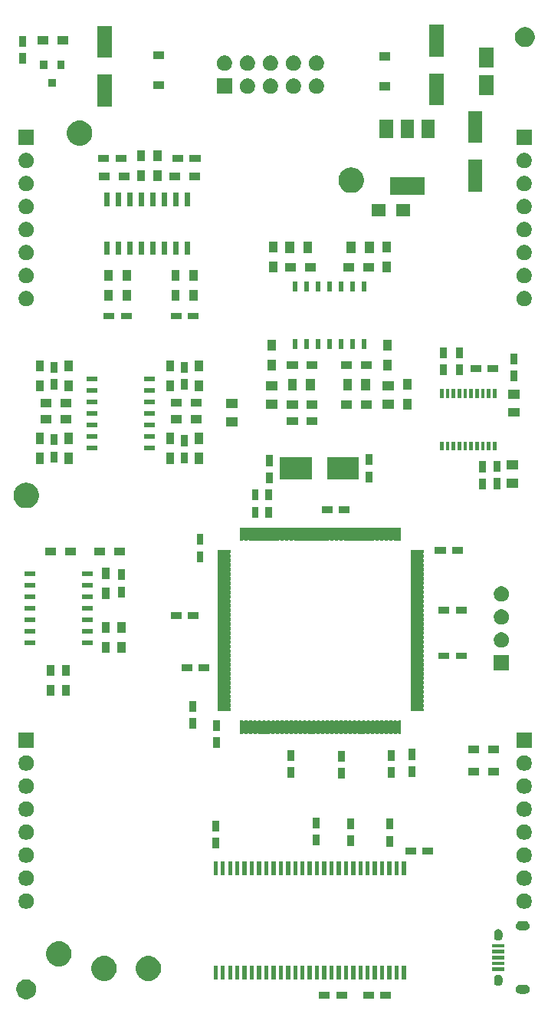
<source format=gbr>
G04 #@! TF.GenerationSoftware,KiCad,Pcbnew,(5.1.5)-3*
G04 #@! TF.CreationDate,2020-10-12T14:52:06+01:00*
G04 #@! TF.ProjectId,Retrospector_Components,52657472-6f73-4706-9563-746f725f436f,rev?*
G04 #@! TF.SameCoordinates,Original*
G04 #@! TF.FileFunction,Soldermask,Top*
G04 #@! TF.FilePolarity,Negative*
%FSLAX46Y46*%
G04 Gerber Fmt 4.6, Leading zero omitted, Abs format (unit mm)*
G04 Created by KiCad (PCBNEW (5.1.5)-3) date 2020-10-12 14:52:06*
%MOMM*%
%LPD*%
G04 APERTURE LIST*
%ADD10C,0.100000*%
G04 APERTURE END LIST*
D10*
G36*
X102820857Y-156442272D02*
G01*
X103021043Y-156525192D01*
X103021045Y-156525193D01*
X103111738Y-156585792D01*
X103201208Y-156645574D01*
X103354426Y-156798792D01*
X103474808Y-156978957D01*
X103557728Y-157179143D01*
X103600000Y-157391658D01*
X103600000Y-157608342D01*
X103557728Y-157820857D01*
X103486521Y-157992765D01*
X103474807Y-158021045D01*
X103354425Y-158201209D01*
X103201209Y-158354425D01*
X103021045Y-158474807D01*
X103021044Y-158474808D01*
X103021043Y-158474808D01*
X102820857Y-158557728D01*
X102608342Y-158600000D01*
X102391658Y-158600000D01*
X102179143Y-158557728D01*
X101978957Y-158474808D01*
X101978956Y-158474808D01*
X101978955Y-158474807D01*
X101798791Y-158354425D01*
X101645575Y-158201209D01*
X101525193Y-158021045D01*
X101513479Y-157992765D01*
X101442272Y-157820857D01*
X101400000Y-157608342D01*
X101400000Y-157391658D01*
X101442272Y-157179143D01*
X101525192Y-156978957D01*
X101645574Y-156798792D01*
X101798792Y-156645574D01*
X101888262Y-156585792D01*
X101978955Y-156525193D01*
X101978957Y-156525192D01*
X102179143Y-156442272D01*
X102391658Y-156400000D01*
X102608342Y-156400000D01*
X102820857Y-156442272D01*
G37*
G36*
X142825000Y-158550000D02*
G01*
X141625000Y-158550000D01*
X141625000Y-157800000D01*
X142825000Y-157800000D01*
X142825000Y-158550000D01*
G37*
G36*
X136050000Y-158550000D02*
G01*
X134850000Y-158550000D01*
X134850000Y-157800000D01*
X136050000Y-157800000D01*
X136050000Y-158550000D01*
G37*
G36*
X137950000Y-158550000D02*
G01*
X136750000Y-158550000D01*
X136750000Y-157800000D01*
X137950000Y-157800000D01*
X137950000Y-158550000D01*
G37*
G36*
X140925000Y-158550000D02*
G01*
X139725000Y-158550000D01*
X139725000Y-157800000D01*
X140925000Y-157800000D01*
X140925000Y-158550000D01*
G37*
G36*
X157723015Y-157007234D02*
G01*
X157817270Y-157035826D01*
X157904128Y-157082253D01*
X157980264Y-157144736D01*
X158042747Y-157220872D01*
X158089174Y-157307730D01*
X158117766Y-157401985D01*
X158127419Y-157500000D01*
X158117766Y-157598015D01*
X158089174Y-157692270D01*
X158042747Y-157779128D01*
X157980264Y-157855264D01*
X157904128Y-157917747D01*
X157817270Y-157964174D01*
X157723015Y-157992766D01*
X157649564Y-158000000D01*
X157050436Y-158000000D01*
X156976985Y-157992766D01*
X156882730Y-157964174D01*
X156795872Y-157917747D01*
X156719736Y-157855264D01*
X156657253Y-157779128D01*
X156610826Y-157692270D01*
X156582234Y-157598015D01*
X156572581Y-157500000D01*
X156582234Y-157401985D01*
X156610826Y-157307730D01*
X156657253Y-157220872D01*
X156719736Y-157144736D01*
X156795872Y-157082253D01*
X156882730Y-157035826D01*
X156976985Y-157007234D01*
X157050436Y-157000000D01*
X157649564Y-157000000D01*
X157723015Y-157007234D01*
G37*
G36*
X154743116Y-155881873D02*
G01*
X154795681Y-155897818D01*
X154832658Y-155909035D01*
X154910453Y-155950618D01*
X154915173Y-155953141D01*
X154987501Y-156012499D01*
X155046859Y-156084827D01*
X155090966Y-156167346D01*
X155118127Y-156256884D01*
X155125000Y-156326668D01*
X155125000Y-156673332D01*
X155118127Y-156743116D01*
X155101238Y-156798791D01*
X155090965Y-156832658D01*
X155049382Y-156910453D01*
X155046859Y-156915173D01*
X154987501Y-156987501D01*
X154915173Y-157046859D01*
X154886576Y-157062144D01*
X154832657Y-157090965D01*
X154809358Y-157098033D01*
X154743115Y-157118127D01*
X154650000Y-157127298D01*
X154556884Y-157118127D01*
X154504319Y-157102182D01*
X154467342Y-157090965D01*
X154384829Y-157046860D01*
X154384827Y-157046859D01*
X154312499Y-156987501D01*
X154253141Y-156915173D01*
X154237856Y-156886576D01*
X154209035Y-156832657D01*
X154198762Y-156798791D01*
X154181873Y-156743115D01*
X154175000Y-156673331D01*
X154175000Y-156326668D01*
X154181873Y-156256884D01*
X154190500Y-156228444D01*
X154209034Y-156167345D01*
X154253142Y-156084827D01*
X154312500Y-156012499D01*
X154384828Y-155953141D01*
X154389548Y-155950618D01*
X154467343Y-155909035D01*
X154490642Y-155901967D01*
X154556885Y-155881873D01*
X154650000Y-155872702D01*
X154743116Y-155881873D01*
G37*
G36*
X111373126Y-153826900D02*
G01*
X111508365Y-153853801D01*
X111763149Y-153959336D01*
X111992448Y-154112549D01*
X112187451Y-154307552D01*
X112340664Y-154536851D01*
X112446199Y-154791635D01*
X112500000Y-155062112D01*
X112500000Y-155337888D01*
X112446199Y-155608365D01*
X112340664Y-155863149D01*
X112187451Y-156092448D01*
X111992448Y-156287451D01*
X111763149Y-156440664D01*
X111508365Y-156546199D01*
X111373127Y-156573099D01*
X111237889Y-156600000D01*
X110962111Y-156600000D01*
X110826873Y-156573099D01*
X110691635Y-156546199D01*
X110436851Y-156440664D01*
X110207552Y-156287451D01*
X110012549Y-156092448D01*
X109859336Y-155863149D01*
X109753801Y-155608365D01*
X109700000Y-155337888D01*
X109700000Y-155062112D01*
X109753801Y-154791635D01*
X109859336Y-154536851D01*
X110012549Y-154307552D01*
X110207552Y-154112549D01*
X110436851Y-153959336D01*
X110691635Y-153853801D01*
X110826874Y-153826900D01*
X110962111Y-153800000D01*
X111237889Y-153800000D01*
X111373126Y-153826900D01*
G37*
G36*
X116273126Y-153826900D02*
G01*
X116408365Y-153853801D01*
X116663149Y-153959336D01*
X116892448Y-154112549D01*
X117087451Y-154307552D01*
X117240664Y-154536851D01*
X117346199Y-154791635D01*
X117400000Y-155062112D01*
X117400000Y-155337888D01*
X117346199Y-155608365D01*
X117240664Y-155863149D01*
X117087451Y-156092448D01*
X116892448Y-156287451D01*
X116663149Y-156440664D01*
X116408365Y-156546199D01*
X116273127Y-156573099D01*
X116137889Y-156600000D01*
X115862111Y-156600000D01*
X115726873Y-156573099D01*
X115591635Y-156546199D01*
X115336851Y-156440664D01*
X115107552Y-156287451D01*
X114912549Y-156092448D01*
X114759336Y-155863149D01*
X114653801Y-155608365D01*
X114600000Y-155337888D01*
X114600000Y-155062112D01*
X114653801Y-154791635D01*
X114759336Y-154536851D01*
X114912549Y-154307552D01*
X115107552Y-154112549D01*
X115336851Y-153959336D01*
X115591635Y-153853801D01*
X115726874Y-153826900D01*
X115862111Y-153800000D01*
X116137889Y-153800000D01*
X116273126Y-153826900D01*
G37*
G36*
X126854000Y-156430000D02*
G01*
X126396000Y-156430000D01*
X126396000Y-154920000D01*
X126854000Y-154920000D01*
X126854000Y-156430000D01*
G37*
G36*
X142854000Y-156430000D02*
G01*
X142396000Y-156430000D01*
X142396000Y-154920000D01*
X142854000Y-154920000D01*
X142854000Y-156430000D01*
G37*
G36*
X126054000Y-156430000D02*
G01*
X125596000Y-156430000D01*
X125596000Y-154920000D01*
X126054000Y-154920000D01*
X126054000Y-156430000D01*
G37*
G36*
X125254000Y-156430000D02*
G01*
X124796000Y-156430000D01*
X124796000Y-154920000D01*
X125254000Y-154920000D01*
X125254000Y-156430000D01*
G37*
G36*
X142054000Y-156430000D02*
G01*
X141596000Y-156430000D01*
X141596000Y-154920000D01*
X142054000Y-154920000D01*
X142054000Y-156430000D01*
G37*
G36*
X138854000Y-156430000D02*
G01*
X138396000Y-156430000D01*
X138396000Y-154920000D01*
X138854000Y-154920000D01*
X138854000Y-156430000D01*
G37*
G36*
X140454000Y-156430000D02*
G01*
X139996000Y-156430000D01*
X139996000Y-154920000D01*
X140454000Y-154920000D01*
X140454000Y-156430000D01*
G37*
G36*
X141254000Y-156430000D02*
G01*
X140796000Y-156430000D01*
X140796000Y-154920000D01*
X141254000Y-154920000D01*
X141254000Y-156430000D01*
G37*
G36*
X143654000Y-156430000D02*
G01*
X143196000Y-156430000D01*
X143196000Y-154920000D01*
X143654000Y-154920000D01*
X143654000Y-156430000D01*
G37*
G36*
X144454000Y-156430000D02*
G01*
X143996000Y-156430000D01*
X143996000Y-154920000D01*
X144454000Y-154920000D01*
X144454000Y-156430000D01*
G37*
G36*
X133254000Y-156430000D02*
G01*
X132796000Y-156430000D01*
X132796000Y-154920000D01*
X133254000Y-154920000D01*
X133254000Y-156430000D01*
G37*
G36*
X124454000Y-156430000D02*
G01*
X123996000Y-156430000D01*
X123996000Y-154920000D01*
X124454000Y-154920000D01*
X124454000Y-156430000D01*
G37*
G36*
X123654000Y-156430000D02*
G01*
X123196000Y-156430000D01*
X123196000Y-154920000D01*
X123654000Y-154920000D01*
X123654000Y-156430000D01*
G37*
G36*
X135654000Y-156430000D02*
G01*
X135196000Y-156430000D01*
X135196000Y-154920000D01*
X135654000Y-154920000D01*
X135654000Y-156430000D01*
G37*
G36*
X127654000Y-156430000D02*
G01*
X127196000Y-156430000D01*
X127196000Y-154920000D01*
X127654000Y-154920000D01*
X127654000Y-156430000D01*
G37*
G36*
X139654000Y-156430000D02*
G01*
X139196000Y-156430000D01*
X139196000Y-154920000D01*
X139654000Y-154920000D01*
X139654000Y-156430000D01*
G37*
G36*
X137254000Y-156430000D02*
G01*
X136796000Y-156430000D01*
X136796000Y-154920000D01*
X137254000Y-154920000D01*
X137254000Y-156430000D01*
G37*
G36*
X136454000Y-156430000D02*
G01*
X135996000Y-156430000D01*
X135996000Y-154920000D01*
X136454000Y-154920000D01*
X136454000Y-156430000D01*
G37*
G36*
X134854000Y-156430000D02*
G01*
X134396000Y-156430000D01*
X134396000Y-154920000D01*
X134854000Y-154920000D01*
X134854000Y-156430000D01*
G37*
G36*
X138054000Y-156430000D02*
G01*
X137596000Y-156430000D01*
X137596000Y-154920000D01*
X138054000Y-154920000D01*
X138054000Y-156430000D01*
G37*
G36*
X134054000Y-156430000D02*
G01*
X133596000Y-156430000D01*
X133596000Y-154920000D01*
X134054000Y-154920000D01*
X134054000Y-156430000D01*
G37*
G36*
X132454000Y-156430000D02*
G01*
X131996000Y-156430000D01*
X131996000Y-154920000D01*
X132454000Y-154920000D01*
X132454000Y-156430000D01*
G37*
G36*
X131654000Y-156430000D02*
G01*
X131196000Y-156430000D01*
X131196000Y-154920000D01*
X131654000Y-154920000D01*
X131654000Y-156430000D01*
G37*
G36*
X130854000Y-156430000D02*
G01*
X130396000Y-156430000D01*
X130396000Y-154920000D01*
X130854000Y-154920000D01*
X130854000Y-156430000D01*
G37*
G36*
X130054000Y-156430000D02*
G01*
X129596000Y-156430000D01*
X129596000Y-154920000D01*
X130054000Y-154920000D01*
X130054000Y-156430000D01*
G37*
G36*
X129254000Y-156430000D02*
G01*
X128796000Y-156430000D01*
X128796000Y-154920000D01*
X129254000Y-154920000D01*
X129254000Y-156430000D01*
G37*
G36*
X128454000Y-156430000D02*
G01*
X127996000Y-156430000D01*
X127996000Y-154920000D01*
X128454000Y-154920000D01*
X128454000Y-156430000D01*
G37*
G36*
X155325000Y-155500000D02*
G01*
X153975000Y-155500000D01*
X153975000Y-155100000D01*
X155325000Y-155100000D01*
X155325000Y-155500000D01*
G37*
G36*
X106373126Y-152226900D02*
G01*
X106508365Y-152253801D01*
X106763149Y-152359336D01*
X106992448Y-152512549D01*
X107187451Y-152707552D01*
X107340664Y-152936851D01*
X107446199Y-153191635D01*
X107500000Y-153462112D01*
X107500000Y-153737888D01*
X107446199Y-154008365D01*
X107340664Y-154263149D01*
X107187451Y-154492448D01*
X106992448Y-154687451D01*
X106763149Y-154840664D01*
X106508365Y-154946199D01*
X106373127Y-154973099D01*
X106237889Y-155000000D01*
X105962111Y-155000000D01*
X105826873Y-154973099D01*
X105691635Y-154946199D01*
X105436851Y-154840664D01*
X105207552Y-154687451D01*
X105012549Y-154492448D01*
X104859336Y-154263149D01*
X104753801Y-154008365D01*
X104700000Y-153737888D01*
X104700000Y-153462112D01*
X104753801Y-153191635D01*
X104859336Y-152936851D01*
X105012549Y-152707552D01*
X105207552Y-152512549D01*
X105436851Y-152359336D01*
X105691635Y-152253801D01*
X105826874Y-152226900D01*
X105962111Y-152200000D01*
X106237889Y-152200000D01*
X106373126Y-152226900D01*
G37*
G36*
X155325000Y-154850000D02*
G01*
X153975000Y-154850000D01*
X153975000Y-154450000D01*
X155325000Y-154450000D01*
X155325000Y-154850000D01*
G37*
G36*
X155325000Y-154200000D02*
G01*
X153975000Y-154200000D01*
X153975000Y-153800000D01*
X155325000Y-153800000D01*
X155325000Y-154200000D01*
G37*
G36*
X155325000Y-153550000D02*
G01*
X153975000Y-153550000D01*
X153975000Y-153150000D01*
X155325000Y-153150000D01*
X155325000Y-153550000D01*
G37*
G36*
X155325000Y-152900000D02*
G01*
X153975000Y-152900000D01*
X153975000Y-152500000D01*
X155325000Y-152500000D01*
X155325000Y-152900000D01*
G37*
G36*
X154743116Y-150881873D02*
G01*
X154795681Y-150897818D01*
X154832658Y-150909035D01*
X154910453Y-150950618D01*
X154915173Y-150953141D01*
X154987501Y-151012499D01*
X155046859Y-151084827D01*
X155090966Y-151167346D01*
X155118127Y-151256884D01*
X155125000Y-151326668D01*
X155125000Y-151673332D01*
X155118127Y-151743116D01*
X155098033Y-151809359D01*
X155090965Y-151832658D01*
X155049382Y-151910453D01*
X155046859Y-151915173D01*
X154987501Y-151987501D01*
X154915173Y-152046859D01*
X154886576Y-152062144D01*
X154832657Y-152090965D01*
X154809358Y-152098033D01*
X154743115Y-152118127D01*
X154650000Y-152127298D01*
X154556884Y-152118127D01*
X154504319Y-152102182D01*
X154467342Y-152090965D01*
X154384829Y-152046860D01*
X154384827Y-152046859D01*
X154312499Y-151987501D01*
X154253141Y-151915173D01*
X154237856Y-151886576D01*
X154209035Y-151832657D01*
X154201967Y-151809358D01*
X154181873Y-151743115D01*
X154175000Y-151673331D01*
X154175000Y-151326668D01*
X154181873Y-151256884D01*
X154190500Y-151228444D01*
X154209034Y-151167345D01*
X154253142Y-151084827D01*
X154312500Y-151012499D01*
X154336546Y-150992765D01*
X154384828Y-150953141D01*
X154389548Y-150950618D01*
X154467343Y-150909035D01*
X154490642Y-150901967D01*
X154556885Y-150881873D01*
X154650000Y-150872702D01*
X154743116Y-150881873D01*
G37*
G36*
X157723015Y-150007234D02*
G01*
X157817270Y-150035826D01*
X157904128Y-150082253D01*
X157980264Y-150144736D01*
X158042747Y-150220872D01*
X158089174Y-150307730D01*
X158117766Y-150401985D01*
X158127419Y-150500000D01*
X158117766Y-150598015D01*
X158089174Y-150692270D01*
X158042747Y-150779128D01*
X157980264Y-150855264D01*
X157904128Y-150917747D01*
X157817270Y-150964174D01*
X157723015Y-150992766D01*
X157649564Y-151000000D01*
X157050436Y-151000000D01*
X156976985Y-150992766D01*
X156882730Y-150964174D01*
X156795872Y-150917747D01*
X156719736Y-150855264D01*
X156657253Y-150779128D01*
X156610826Y-150692270D01*
X156582234Y-150598015D01*
X156572581Y-150500000D01*
X156582234Y-150401985D01*
X156610826Y-150307730D01*
X156657253Y-150220872D01*
X156719736Y-150144736D01*
X156795872Y-150082253D01*
X156882730Y-150035826D01*
X156976985Y-150007234D01*
X157050436Y-150000000D01*
X157649564Y-150000000D01*
X157723015Y-150007234D01*
G37*
G36*
X157747935Y-146962664D02*
G01*
X157902624Y-147026739D01*
X157902626Y-147026740D01*
X158041844Y-147119762D01*
X158160238Y-147238156D01*
X158253260Y-147377374D01*
X158253261Y-147377376D01*
X158317336Y-147532065D01*
X158350000Y-147696281D01*
X158350000Y-147863719D01*
X158317336Y-148027935D01*
X158253261Y-148182624D01*
X158253260Y-148182626D01*
X158160238Y-148321844D01*
X158041844Y-148440238D01*
X157902626Y-148533260D01*
X157902625Y-148533261D01*
X157902624Y-148533261D01*
X157747935Y-148597336D01*
X157583719Y-148630000D01*
X157416281Y-148630000D01*
X157252065Y-148597336D01*
X157097376Y-148533261D01*
X157097375Y-148533261D01*
X157097374Y-148533260D01*
X156958156Y-148440238D01*
X156839762Y-148321844D01*
X156746740Y-148182626D01*
X156746739Y-148182624D01*
X156682664Y-148027935D01*
X156650000Y-147863719D01*
X156650000Y-147696281D01*
X156682664Y-147532065D01*
X156746739Y-147377376D01*
X156746740Y-147377374D01*
X156839762Y-147238156D01*
X156958156Y-147119762D01*
X157097374Y-147026740D01*
X157097376Y-147026739D01*
X157252065Y-146962664D01*
X157416281Y-146930000D01*
X157583719Y-146930000D01*
X157747935Y-146962664D01*
G37*
G36*
X102747935Y-146962664D02*
G01*
X102902624Y-147026739D01*
X102902626Y-147026740D01*
X103041844Y-147119762D01*
X103160238Y-147238156D01*
X103253260Y-147377374D01*
X103253261Y-147377376D01*
X103317336Y-147532065D01*
X103350000Y-147696281D01*
X103350000Y-147863719D01*
X103317336Y-148027935D01*
X103253261Y-148182624D01*
X103253260Y-148182626D01*
X103160238Y-148321844D01*
X103041844Y-148440238D01*
X102902626Y-148533260D01*
X102902625Y-148533261D01*
X102902624Y-148533261D01*
X102747935Y-148597336D01*
X102583719Y-148630000D01*
X102416281Y-148630000D01*
X102252065Y-148597336D01*
X102097376Y-148533261D01*
X102097375Y-148533261D01*
X102097374Y-148533260D01*
X101958156Y-148440238D01*
X101839762Y-148321844D01*
X101746740Y-148182626D01*
X101746739Y-148182624D01*
X101682664Y-148027935D01*
X101650000Y-147863719D01*
X101650000Y-147696281D01*
X101682664Y-147532065D01*
X101746739Y-147377376D01*
X101746740Y-147377374D01*
X101839762Y-147238156D01*
X101958156Y-147119762D01*
X102097374Y-147026740D01*
X102097376Y-147026739D01*
X102252065Y-146962664D01*
X102416281Y-146930000D01*
X102583719Y-146930000D01*
X102747935Y-146962664D01*
G37*
G36*
X102747935Y-144422664D02*
G01*
X102902624Y-144486739D01*
X102902626Y-144486740D01*
X103041844Y-144579762D01*
X103160238Y-144698156D01*
X103253260Y-144837374D01*
X103253261Y-144837376D01*
X103317336Y-144992065D01*
X103350000Y-145156281D01*
X103350000Y-145323719D01*
X103317336Y-145487935D01*
X103253261Y-145642624D01*
X103253260Y-145642626D01*
X103160238Y-145781844D01*
X103041844Y-145900238D01*
X102902626Y-145993260D01*
X102902625Y-145993261D01*
X102902624Y-145993261D01*
X102747935Y-146057336D01*
X102583719Y-146090000D01*
X102416281Y-146090000D01*
X102252065Y-146057336D01*
X102097376Y-145993261D01*
X102097375Y-145993261D01*
X102097374Y-145993260D01*
X101958156Y-145900238D01*
X101839762Y-145781844D01*
X101746740Y-145642626D01*
X101746739Y-145642624D01*
X101682664Y-145487935D01*
X101650000Y-145323719D01*
X101650000Y-145156281D01*
X101682664Y-144992065D01*
X101746739Y-144837376D01*
X101746740Y-144837374D01*
X101839762Y-144698156D01*
X101958156Y-144579762D01*
X102097374Y-144486740D01*
X102097376Y-144486739D01*
X102252065Y-144422664D01*
X102416281Y-144390000D01*
X102583719Y-144390000D01*
X102747935Y-144422664D01*
G37*
G36*
X157747935Y-144422664D02*
G01*
X157902624Y-144486739D01*
X157902626Y-144486740D01*
X158041844Y-144579762D01*
X158160238Y-144698156D01*
X158253260Y-144837374D01*
X158253261Y-144837376D01*
X158317336Y-144992065D01*
X158350000Y-145156281D01*
X158350000Y-145323719D01*
X158317336Y-145487935D01*
X158253261Y-145642624D01*
X158253260Y-145642626D01*
X158160238Y-145781844D01*
X158041844Y-145900238D01*
X157902626Y-145993260D01*
X157902625Y-145993261D01*
X157902624Y-145993261D01*
X157747935Y-146057336D01*
X157583719Y-146090000D01*
X157416281Y-146090000D01*
X157252065Y-146057336D01*
X157097376Y-145993261D01*
X157097375Y-145993261D01*
X157097374Y-145993260D01*
X156958156Y-145900238D01*
X156839762Y-145781844D01*
X156746740Y-145642626D01*
X156746739Y-145642624D01*
X156682664Y-145487935D01*
X156650000Y-145323719D01*
X156650000Y-145156281D01*
X156682664Y-144992065D01*
X156746739Y-144837376D01*
X156746740Y-144837374D01*
X156839762Y-144698156D01*
X156958156Y-144579762D01*
X157097374Y-144486740D01*
X157097376Y-144486739D01*
X157252065Y-144422664D01*
X157416281Y-144390000D01*
X157583719Y-144390000D01*
X157747935Y-144422664D01*
G37*
G36*
X137254000Y-144930000D02*
G01*
X136796000Y-144930000D01*
X136796000Y-143420000D01*
X137254000Y-143420000D01*
X137254000Y-144930000D01*
G37*
G36*
X136454000Y-144930000D02*
G01*
X135996000Y-144930000D01*
X135996000Y-143420000D01*
X136454000Y-143420000D01*
X136454000Y-144930000D01*
G37*
G36*
X134854000Y-144930000D02*
G01*
X134396000Y-144930000D01*
X134396000Y-143420000D01*
X134854000Y-143420000D01*
X134854000Y-144930000D01*
G37*
G36*
X134054000Y-144930000D02*
G01*
X133596000Y-144930000D01*
X133596000Y-143420000D01*
X134054000Y-143420000D01*
X134054000Y-144930000D01*
G37*
G36*
X133254000Y-144930000D02*
G01*
X132796000Y-144930000D01*
X132796000Y-143420000D01*
X133254000Y-143420000D01*
X133254000Y-144930000D01*
G37*
G36*
X139654000Y-144930000D02*
G01*
X139196000Y-144930000D01*
X139196000Y-143420000D01*
X139654000Y-143420000D01*
X139654000Y-144930000D01*
G37*
G36*
X141254000Y-144930000D02*
G01*
X140796000Y-144930000D01*
X140796000Y-143420000D01*
X141254000Y-143420000D01*
X141254000Y-144930000D01*
G37*
G36*
X144454000Y-144930000D02*
G01*
X143996000Y-144930000D01*
X143996000Y-143420000D01*
X144454000Y-143420000D01*
X144454000Y-144930000D01*
G37*
G36*
X140454000Y-144930000D02*
G01*
X139996000Y-144930000D01*
X139996000Y-143420000D01*
X140454000Y-143420000D01*
X140454000Y-144930000D01*
G37*
G36*
X143654000Y-144930000D02*
G01*
X143196000Y-144930000D01*
X143196000Y-143420000D01*
X143654000Y-143420000D01*
X143654000Y-144930000D01*
G37*
G36*
X142054000Y-144930000D02*
G01*
X141596000Y-144930000D01*
X141596000Y-143420000D01*
X142054000Y-143420000D01*
X142054000Y-144930000D01*
G37*
G36*
X142854000Y-144930000D02*
G01*
X142396000Y-144930000D01*
X142396000Y-143420000D01*
X142854000Y-143420000D01*
X142854000Y-144930000D01*
G37*
G36*
X135654000Y-144930000D02*
G01*
X135196000Y-144930000D01*
X135196000Y-143420000D01*
X135654000Y-143420000D01*
X135654000Y-144930000D01*
G37*
G36*
X138854000Y-144930000D02*
G01*
X138396000Y-144930000D01*
X138396000Y-143420000D01*
X138854000Y-143420000D01*
X138854000Y-144930000D01*
G37*
G36*
X138054000Y-144930000D02*
G01*
X137596000Y-144930000D01*
X137596000Y-143420000D01*
X138054000Y-143420000D01*
X138054000Y-144930000D01*
G37*
G36*
X123654000Y-144930000D02*
G01*
X123196000Y-144930000D01*
X123196000Y-143420000D01*
X123654000Y-143420000D01*
X123654000Y-144930000D01*
G37*
G36*
X125254000Y-144930000D02*
G01*
X124796000Y-144930000D01*
X124796000Y-143420000D01*
X125254000Y-143420000D01*
X125254000Y-144930000D01*
G37*
G36*
X126854000Y-144930000D02*
G01*
X126396000Y-144930000D01*
X126396000Y-143420000D01*
X126854000Y-143420000D01*
X126854000Y-144930000D01*
G37*
G36*
X124454000Y-144930000D02*
G01*
X123996000Y-144930000D01*
X123996000Y-143420000D01*
X124454000Y-143420000D01*
X124454000Y-144930000D01*
G37*
G36*
X132454000Y-144930000D02*
G01*
X131996000Y-144930000D01*
X131996000Y-143420000D01*
X132454000Y-143420000D01*
X132454000Y-144930000D01*
G37*
G36*
X131654000Y-144930000D02*
G01*
X131196000Y-144930000D01*
X131196000Y-143420000D01*
X131654000Y-143420000D01*
X131654000Y-144930000D01*
G37*
G36*
X130054000Y-144930000D02*
G01*
X129596000Y-144930000D01*
X129596000Y-143420000D01*
X130054000Y-143420000D01*
X130054000Y-144930000D01*
G37*
G36*
X129254000Y-144930000D02*
G01*
X128796000Y-144930000D01*
X128796000Y-143420000D01*
X129254000Y-143420000D01*
X129254000Y-144930000D01*
G37*
G36*
X128454000Y-144930000D02*
G01*
X127996000Y-144930000D01*
X127996000Y-143420000D01*
X128454000Y-143420000D01*
X128454000Y-144930000D01*
G37*
G36*
X126054000Y-144930000D02*
G01*
X125596000Y-144930000D01*
X125596000Y-143420000D01*
X126054000Y-143420000D01*
X126054000Y-144930000D01*
G37*
G36*
X127654000Y-144930000D02*
G01*
X127196000Y-144930000D01*
X127196000Y-143420000D01*
X127654000Y-143420000D01*
X127654000Y-144930000D01*
G37*
G36*
X130854000Y-144930000D02*
G01*
X130396000Y-144930000D01*
X130396000Y-143420000D01*
X130854000Y-143420000D01*
X130854000Y-144930000D01*
G37*
G36*
X102747935Y-141882664D02*
G01*
X102902624Y-141946739D01*
X102902626Y-141946740D01*
X103041844Y-142039762D01*
X103160238Y-142158156D01*
X103253260Y-142297374D01*
X103253261Y-142297376D01*
X103317336Y-142452065D01*
X103350000Y-142616281D01*
X103350000Y-142783719D01*
X103317336Y-142947935D01*
X103253261Y-143102624D01*
X103253260Y-143102626D01*
X103160238Y-143241844D01*
X103041844Y-143360238D01*
X102902626Y-143453260D01*
X102902625Y-143453261D01*
X102902624Y-143453261D01*
X102747935Y-143517336D01*
X102583719Y-143550000D01*
X102416281Y-143550000D01*
X102252065Y-143517336D01*
X102097376Y-143453261D01*
X102097375Y-143453261D01*
X102097374Y-143453260D01*
X101958156Y-143360238D01*
X101839762Y-143241844D01*
X101746740Y-143102626D01*
X101746739Y-143102624D01*
X101682664Y-142947935D01*
X101650000Y-142783719D01*
X101650000Y-142616281D01*
X101682664Y-142452065D01*
X101746739Y-142297376D01*
X101746740Y-142297374D01*
X101839762Y-142158156D01*
X101958156Y-142039762D01*
X102097374Y-141946740D01*
X102097376Y-141946739D01*
X102252065Y-141882664D01*
X102416281Y-141850000D01*
X102583719Y-141850000D01*
X102747935Y-141882664D01*
G37*
G36*
X157747935Y-141882664D02*
G01*
X157902624Y-141946739D01*
X157902626Y-141946740D01*
X158041844Y-142039762D01*
X158160238Y-142158156D01*
X158253260Y-142297374D01*
X158253261Y-142297376D01*
X158317336Y-142452065D01*
X158350000Y-142616281D01*
X158350000Y-142783719D01*
X158317336Y-142947935D01*
X158253261Y-143102624D01*
X158253260Y-143102626D01*
X158160238Y-143241844D01*
X158041844Y-143360238D01*
X157902626Y-143453260D01*
X157902625Y-143453261D01*
X157902624Y-143453261D01*
X157747935Y-143517336D01*
X157583719Y-143550000D01*
X157416281Y-143550000D01*
X157252065Y-143517336D01*
X157097376Y-143453261D01*
X157097375Y-143453261D01*
X157097374Y-143453260D01*
X156958156Y-143360238D01*
X156839762Y-143241844D01*
X156746740Y-143102626D01*
X156746739Y-143102624D01*
X156682664Y-142947935D01*
X156650000Y-142783719D01*
X156650000Y-142616281D01*
X156682664Y-142452065D01*
X156746739Y-142297376D01*
X156746740Y-142297374D01*
X156839762Y-142158156D01*
X156958156Y-142039762D01*
X157097374Y-141946740D01*
X157097376Y-141946739D01*
X157252065Y-141882664D01*
X157416281Y-141850000D01*
X157583719Y-141850000D01*
X157747935Y-141882664D01*
G37*
G36*
X147475000Y-142600000D02*
G01*
X146275000Y-142600000D01*
X146275000Y-141850000D01*
X147475000Y-141850000D01*
X147475000Y-142600000D01*
G37*
G36*
X145575000Y-142600000D02*
G01*
X144375000Y-142600000D01*
X144375000Y-141850000D01*
X145575000Y-141850000D01*
X145575000Y-142600000D01*
G37*
G36*
X123800000Y-141975000D02*
G01*
X123050000Y-141975000D01*
X123050000Y-140775000D01*
X123800000Y-140775000D01*
X123800000Y-141975000D01*
G37*
G36*
X143000000Y-141775000D02*
G01*
X142250000Y-141775000D01*
X142250000Y-140575000D01*
X143000000Y-140575000D01*
X143000000Y-141775000D01*
G37*
G36*
X138700000Y-141725000D02*
G01*
X137950000Y-141725000D01*
X137950000Y-140525000D01*
X138700000Y-140525000D01*
X138700000Y-141725000D01*
G37*
G36*
X134900000Y-141625000D02*
G01*
X134150000Y-141625000D01*
X134150000Y-140425000D01*
X134900000Y-140425000D01*
X134900000Y-141625000D01*
G37*
G36*
X102747935Y-139342664D02*
G01*
X102902624Y-139406739D01*
X102902626Y-139406740D01*
X103041844Y-139499762D01*
X103160238Y-139618156D01*
X103231628Y-139725000D01*
X103253261Y-139757376D01*
X103317336Y-139912065D01*
X103350000Y-140076281D01*
X103350000Y-140243719D01*
X103317336Y-140407935D01*
X103253261Y-140562624D01*
X103253260Y-140562626D01*
X103160238Y-140701844D01*
X103041844Y-140820238D01*
X102902626Y-140913260D01*
X102902625Y-140913261D01*
X102902624Y-140913261D01*
X102747935Y-140977336D01*
X102583719Y-141010000D01*
X102416281Y-141010000D01*
X102252065Y-140977336D01*
X102097376Y-140913261D01*
X102097375Y-140913261D01*
X102097374Y-140913260D01*
X101958156Y-140820238D01*
X101839762Y-140701844D01*
X101746740Y-140562626D01*
X101746739Y-140562624D01*
X101682664Y-140407935D01*
X101650000Y-140243719D01*
X101650000Y-140076281D01*
X101682664Y-139912065D01*
X101746739Y-139757376D01*
X101768372Y-139725000D01*
X101839762Y-139618156D01*
X101958156Y-139499762D01*
X102097374Y-139406740D01*
X102097376Y-139406739D01*
X102252065Y-139342664D01*
X102416281Y-139310000D01*
X102583719Y-139310000D01*
X102747935Y-139342664D01*
G37*
G36*
X157747935Y-139342664D02*
G01*
X157902624Y-139406739D01*
X157902626Y-139406740D01*
X158041844Y-139499762D01*
X158160238Y-139618156D01*
X158231628Y-139725000D01*
X158253261Y-139757376D01*
X158317336Y-139912065D01*
X158350000Y-140076281D01*
X158350000Y-140243719D01*
X158317336Y-140407935D01*
X158253261Y-140562624D01*
X158253260Y-140562626D01*
X158160238Y-140701844D01*
X158041844Y-140820238D01*
X157902626Y-140913260D01*
X157902625Y-140913261D01*
X157902624Y-140913261D01*
X157747935Y-140977336D01*
X157583719Y-141010000D01*
X157416281Y-141010000D01*
X157252065Y-140977336D01*
X157097376Y-140913261D01*
X157097375Y-140913261D01*
X157097374Y-140913260D01*
X156958156Y-140820238D01*
X156839762Y-140701844D01*
X156746740Y-140562626D01*
X156746739Y-140562624D01*
X156682664Y-140407935D01*
X156650000Y-140243719D01*
X156650000Y-140076281D01*
X156682664Y-139912065D01*
X156746739Y-139757376D01*
X156768372Y-139725000D01*
X156839762Y-139618156D01*
X156958156Y-139499762D01*
X157097374Y-139406740D01*
X157097376Y-139406739D01*
X157252065Y-139342664D01*
X157416281Y-139310000D01*
X157583719Y-139310000D01*
X157747935Y-139342664D01*
G37*
G36*
X123800000Y-140075000D02*
G01*
X123050000Y-140075000D01*
X123050000Y-138875000D01*
X123800000Y-138875000D01*
X123800000Y-140075000D01*
G37*
G36*
X143000000Y-139875000D02*
G01*
X142250000Y-139875000D01*
X142250000Y-138675000D01*
X143000000Y-138675000D01*
X143000000Y-139875000D01*
G37*
G36*
X138700000Y-139825000D02*
G01*
X137950000Y-139825000D01*
X137950000Y-138625000D01*
X138700000Y-138625000D01*
X138700000Y-139825000D01*
G37*
G36*
X134900000Y-139725000D02*
G01*
X134150000Y-139725000D01*
X134150000Y-138525000D01*
X134900000Y-138525000D01*
X134900000Y-139725000D01*
G37*
G36*
X157747935Y-136802664D02*
G01*
X157902624Y-136866739D01*
X157902626Y-136866740D01*
X158041844Y-136959762D01*
X158160238Y-137078156D01*
X158253260Y-137217374D01*
X158253261Y-137217376D01*
X158317336Y-137372065D01*
X158350000Y-137536281D01*
X158350000Y-137703719D01*
X158317336Y-137867935D01*
X158253261Y-138022624D01*
X158253260Y-138022626D01*
X158160238Y-138161844D01*
X158041844Y-138280238D01*
X157902626Y-138373260D01*
X157902625Y-138373261D01*
X157902624Y-138373261D01*
X157747935Y-138437336D01*
X157583719Y-138470000D01*
X157416281Y-138470000D01*
X157252065Y-138437336D01*
X157097376Y-138373261D01*
X157097375Y-138373261D01*
X157097374Y-138373260D01*
X156958156Y-138280238D01*
X156839762Y-138161844D01*
X156746740Y-138022626D01*
X156746739Y-138022624D01*
X156682664Y-137867935D01*
X156650000Y-137703719D01*
X156650000Y-137536281D01*
X156682664Y-137372065D01*
X156746739Y-137217376D01*
X156746740Y-137217374D01*
X156839762Y-137078156D01*
X156958156Y-136959762D01*
X157097374Y-136866740D01*
X157097376Y-136866739D01*
X157252065Y-136802664D01*
X157416281Y-136770000D01*
X157583719Y-136770000D01*
X157747935Y-136802664D01*
G37*
G36*
X102747935Y-136802664D02*
G01*
X102902624Y-136866739D01*
X102902626Y-136866740D01*
X103041844Y-136959762D01*
X103160238Y-137078156D01*
X103253260Y-137217374D01*
X103253261Y-137217376D01*
X103317336Y-137372065D01*
X103350000Y-137536281D01*
X103350000Y-137703719D01*
X103317336Y-137867935D01*
X103253261Y-138022624D01*
X103253260Y-138022626D01*
X103160238Y-138161844D01*
X103041844Y-138280238D01*
X102902626Y-138373260D01*
X102902625Y-138373261D01*
X102902624Y-138373261D01*
X102747935Y-138437336D01*
X102583719Y-138470000D01*
X102416281Y-138470000D01*
X102252065Y-138437336D01*
X102097376Y-138373261D01*
X102097375Y-138373261D01*
X102097374Y-138373260D01*
X101958156Y-138280238D01*
X101839762Y-138161844D01*
X101746740Y-138022626D01*
X101746739Y-138022624D01*
X101682664Y-137867935D01*
X101650000Y-137703719D01*
X101650000Y-137536281D01*
X101682664Y-137372065D01*
X101746739Y-137217376D01*
X101746740Y-137217374D01*
X101839762Y-137078156D01*
X101958156Y-136959762D01*
X102097374Y-136866740D01*
X102097376Y-136866739D01*
X102252065Y-136802664D01*
X102416281Y-136770000D01*
X102583719Y-136770000D01*
X102747935Y-136802664D01*
G37*
G36*
X102747935Y-134262664D02*
G01*
X102902624Y-134326739D01*
X102902626Y-134326740D01*
X103041844Y-134419762D01*
X103160238Y-134538156D01*
X103253260Y-134677374D01*
X103253261Y-134677376D01*
X103317336Y-134832065D01*
X103350000Y-134996281D01*
X103350000Y-135163719D01*
X103317336Y-135327935D01*
X103253261Y-135482624D01*
X103253260Y-135482626D01*
X103160238Y-135621844D01*
X103041844Y-135740238D01*
X102902626Y-135833260D01*
X102902625Y-135833261D01*
X102902624Y-135833261D01*
X102747935Y-135897336D01*
X102583719Y-135930000D01*
X102416281Y-135930000D01*
X102252065Y-135897336D01*
X102097376Y-135833261D01*
X102097375Y-135833261D01*
X102097374Y-135833260D01*
X101958156Y-135740238D01*
X101839762Y-135621844D01*
X101746740Y-135482626D01*
X101746739Y-135482624D01*
X101682664Y-135327935D01*
X101650000Y-135163719D01*
X101650000Y-134996281D01*
X101682664Y-134832065D01*
X101746739Y-134677376D01*
X101746740Y-134677374D01*
X101839762Y-134538156D01*
X101958156Y-134419762D01*
X102097374Y-134326740D01*
X102097376Y-134326739D01*
X102252065Y-134262664D01*
X102416281Y-134230000D01*
X102583719Y-134230000D01*
X102747935Y-134262664D01*
G37*
G36*
X157747935Y-134262664D02*
G01*
X157902624Y-134326739D01*
X157902626Y-134326740D01*
X158041844Y-134419762D01*
X158160238Y-134538156D01*
X158253260Y-134677374D01*
X158253261Y-134677376D01*
X158317336Y-134832065D01*
X158350000Y-134996281D01*
X158350000Y-135163719D01*
X158317336Y-135327935D01*
X158253261Y-135482624D01*
X158253260Y-135482626D01*
X158160238Y-135621844D01*
X158041844Y-135740238D01*
X157902626Y-135833260D01*
X157902625Y-135833261D01*
X157902624Y-135833261D01*
X157747935Y-135897336D01*
X157583719Y-135930000D01*
X157416281Y-135930000D01*
X157252065Y-135897336D01*
X157097376Y-135833261D01*
X157097375Y-135833261D01*
X157097374Y-135833260D01*
X156958156Y-135740238D01*
X156839762Y-135621844D01*
X156746740Y-135482626D01*
X156746739Y-135482624D01*
X156682664Y-135327935D01*
X156650000Y-135163719D01*
X156650000Y-134996281D01*
X156682664Y-134832065D01*
X156746739Y-134677376D01*
X156746740Y-134677374D01*
X156839762Y-134538156D01*
X156958156Y-134419762D01*
X157097374Y-134326740D01*
X157097376Y-134326739D01*
X157252065Y-134262664D01*
X157416281Y-134230000D01*
X157583719Y-134230000D01*
X157747935Y-134262664D01*
G37*
G36*
X137700000Y-134275000D02*
G01*
X136950000Y-134275000D01*
X136950000Y-133075000D01*
X137700000Y-133075000D01*
X137700000Y-134275000D01*
G37*
G36*
X132100000Y-134175000D02*
G01*
X131350000Y-134175000D01*
X131350000Y-132975000D01*
X132100000Y-132975000D01*
X132100000Y-134175000D01*
G37*
G36*
X143175000Y-134175000D02*
G01*
X142425000Y-134175000D01*
X142425000Y-132975000D01*
X143175000Y-132975000D01*
X143175000Y-134175000D01*
G37*
G36*
X145500000Y-134075000D02*
G01*
X144750000Y-134075000D01*
X144750000Y-132875000D01*
X145500000Y-132875000D01*
X145500000Y-134075000D01*
G37*
G36*
X154700000Y-133950000D02*
G01*
X153500000Y-133950000D01*
X153500000Y-133050000D01*
X154700000Y-133050000D01*
X154700000Y-133950000D01*
G37*
G36*
X152500000Y-133950000D02*
G01*
X151300000Y-133950000D01*
X151300000Y-133050000D01*
X152500000Y-133050000D01*
X152500000Y-133950000D01*
G37*
G36*
X157747935Y-131722664D02*
G01*
X157902624Y-131786739D01*
X157902626Y-131786740D01*
X158041844Y-131879762D01*
X158160238Y-131998156D01*
X158253260Y-132137374D01*
X158253261Y-132137376D01*
X158317336Y-132292065D01*
X158350000Y-132456281D01*
X158350000Y-132623719D01*
X158317336Y-132787935D01*
X158281272Y-132875000D01*
X158253260Y-132942626D01*
X158160238Y-133081844D01*
X158041844Y-133200238D01*
X157902626Y-133293260D01*
X157902625Y-133293261D01*
X157902624Y-133293261D01*
X157747935Y-133357336D01*
X157583719Y-133390000D01*
X157416281Y-133390000D01*
X157252065Y-133357336D01*
X157097376Y-133293261D01*
X157097375Y-133293261D01*
X157097374Y-133293260D01*
X156958156Y-133200238D01*
X156839762Y-133081844D01*
X156746740Y-132942626D01*
X156718728Y-132875000D01*
X156682664Y-132787935D01*
X156650000Y-132623719D01*
X156650000Y-132456281D01*
X156682664Y-132292065D01*
X156746739Y-132137376D01*
X156746740Y-132137374D01*
X156839762Y-131998156D01*
X156958156Y-131879762D01*
X157097374Y-131786740D01*
X157097376Y-131786739D01*
X157252065Y-131722664D01*
X157416281Y-131690000D01*
X157583719Y-131690000D01*
X157747935Y-131722664D01*
G37*
G36*
X102747935Y-131722664D02*
G01*
X102902624Y-131786739D01*
X102902626Y-131786740D01*
X103041844Y-131879762D01*
X103160238Y-131998156D01*
X103253260Y-132137374D01*
X103253261Y-132137376D01*
X103317336Y-132292065D01*
X103350000Y-132456281D01*
X103350000Y-132623719D01*
X103317336Y-132787935D01*
X103281272Y-132875000D01*
X103253260Y-132942626D01*
X103160238Y-133081844D01*
X103041844Y-133200238D01*
X102902626Y-133293260D01*
X102902625Y-133293261D01*
X102902624Y-133293261D01*
X102747935Y-133357336D01*
X102583719Y-133390000D01*
X102416281Y-133390000D01*
X102252065Y-133357336D01*
X102097376Y-133293261D01*
X102097375Y-133293261D01*
X102097374Y-133293260D01*
X101958156Y-133200238D01*
X101839762Y-133081844D01*
X101746740Y-132942626D01*
X101718728Y-132875000D01*
X101682664Y-132787935D01*
X101650000Y-132623719D01*
X101650000Y-132456281D01*
X101682664Y-132292065D01*
X101746739Y-132137376D01*
X101746740Y-132137374D01*
X101839762Y-131998156D01*
X101958156Y-131879762D01*
X102097374Y-131786740D01*
X102097376Y-131786739D01*
X102252065Y-131722664D01*
X102416281Y-131690000D01*
X102583719Y-131690000D01*
X102747935Y-131722664D01*
G37*
G36*
X137700000Y-132375000D02*
G01*
X136950000Y-132375000D01*
X136950000Y-131175000D01*
X137700000Y-131175000D01*
X137700000Y-132375000D01*
G37*
G36*
X132100000Y-132275000D02*
G01*
X131350000Y-132275000D01*
X131350000Y-131075000D01*
X132100000Y-131075000D01*
X132100000Y-132275000D01*
G37*
G36*
X143175000Y-132275000D02*
G01*
X142425000Y-132275000D01*
X142425000Y-131075000D01*
X143175000Y-131075000D01*
X143175000Y-132275000D01*
G37*
G36*
X145500000Y-132175000D02*
G01*
X144750000Y-132175000D01*
X144750000Y-130975000D01*
X145500000Y-130975000D01*
X145500000Y-132175000D01*
G37*
G36*
X154700000Y-131470000D02*
G01*
X153500000Y-131470000D01*
X153500000Y-130570000D01*
X154700000Y-130570000D01*
X154700000Y-131470000D01*
G37*
G36*
X152500000Y-131470000D02*
G01*
X151300000Y-131470000D01*
X151300000Y-130570000D01*
X152500000Y-130570000D01*
X152500000Y-131470000D01*
G37*
G36*
X123900000Y-130875000D02*
G01*
X123150000Y-130875000D01*
X123150000Y-129675000D01*
X123900000Y-129675000D01*
X123900000Y-130875000D01*
G37*
G36*
X158350000Y-130850000D02*
G01*
X156650000Y-130850000D01*
X156650000Y-129150000D01*
X158350000Y-129150000D01*
X158350000Y-130850000D01*
G37*
G36*
X103350000Y-130850000D02*
G01*
X101650000Y-130850000D01*
X101650000Y-129150000D01*
X103350000Y-129150000D01*
X103350000Y-130850000D01*
G37*
G36*
X126414823Y-127850833D02*
G01*
X126417051Y-127851509D01*
X126419106Y-127852608D01*
X126420908Y-127854087D01*
X126428375Y-127863185D01*
X126445703Y-127880511D01*
X126466077Y-127894125D01*
X126488716Y-127903502D01*
X126512749Y-127908282D01*
X126537253Y-127908282D01*
X126561287Y-127903501D01*
X126583925Y-127894124D01*
X126604300Y-127880510D01*
X126621625Y-127863185D01*
X126629092Y-127854087D01*
X126630894Y-127852608D01*
X126632949Y-127851509D01*
X126635177Y-127850833D01*
X126643640Y-127850000D01*
X126906360Y-127850000D01*
X126914823Y-127850833D01*
X126917051Y-127851509D01*
X126919106Y-127852608D01*
X126920908Y-127854087D01*
X126928375Y-127863185D01*
X126945703Y-127880511D01*
X126966077Y-127894125D01*
X126988716Y-127903502D01*
X127012749Y-127908282D01*
X127037253Y-127908282D01*
X127061287Y-127903501D01*
X127083925Y-127894124D01*
X127104300Y-127880510D01*
X127121625Y-127863185D01*
X127129092Y-127854087D01*
X127130894Y-127852608D01*
X127132949Y-127851509D01*
X127135177Y-127850833D01*
X127143640Y-127850000D01*
X127406360Y-127850000D01*
X127414823Y-127850833D01*
X127417051Y-127851509D01*
X127419106Y-127852608D01*
X127420908Y-127854087D01*
X127428375Y-127863185D01*
X127445703Y-127880511D01*
X127466077Y-127894125D01*
X127488716Y-127903502D01*
X127512749Y-127908282D01*
X127537253Y-127908282D01*
X127561287Y-127903501D01*
X127583925Y-127894124D01*
X127604300Y-127880510D01*
X127621625Y-127863185D01*
X127629092Y-127854087D01*
X127630894Y-127852608D01*
X127632949Y-127851509D01*
X127635177Y-127850833D01*
X127643640Y-127850000D01*
X127906360Y-127850000D01*
X127914823Y-127850833D01*
X127917051Y-127851509D01*
X127919106Y-127852608D01*
X127920908Y-127854087D01*
X127928375Y-127863185D01*
X127945703Y-127880511D01*
X127966077Y-127894125D01*
X127988716Y-127903502D01*
X128012749Y-127908282D01*
X128037253Y-127908282D01*
X128061287Y-127903501D01*
X128083925Y-127894124D01*
X128104300Y-127880510D01*
X128121625Y-127863185D01*
X128129092Y-127854087D01*
X128130894Y-127852608D01*
X128132949Y-127851509D01*
X128135177Y-127850833D01*
X128143640Y-127850000D01*
X128406360Y-127850000D01*
X128414823Y-127850833D01*
X128417051Y-127851509D01*
X128419106Y-127852608D01*
X128420908Y-127854087D01*
X128428375Y-127863185D01*
X128445703Y-127880511D01*
X128466077Y-127894125D01*
X128488716Y-127903502D01*
X128512749Y-127908282D01*
X128537253Y-127908282D01*
X128561287Y-127903501D01*
X128583925Y-127894124D01*
X128604300Y-127880510D01*
X128621625Y-127863185D01*
X128629092Y-127854087D01*
X128630894Y-127852608D01*
X128632949Y-127851509D01*
X128635177Y-127850833D01*
X128643640Y-127850000D01*
X128906360Y-127850000D01*
X128914823Y-127850833D01*
X128917051Y-127851509D01*
X128919106Y-127852608D01*
X128920908Y-127854087D01*
X128928375Y-127863185D01*
X128945703Y-127880511D01*
X128966077Y-127894125D01*
X128988716Y-127903502D01*
X129012749Y-127908282D01*
X129037253Y-127908282D01*
X129061287Y-127903501D01*
X129083925Y-127894124D01*
X129104300Y-127880510D01*
X129121625Y-127863185D01*
X129129092Y-127854087D01*
X129130894Y-127852608D01*
X129132949Y-127851509D01*
X129135177Y-127850833D01*
X129143640Y-127850000D01*
X129406360Y-127850000D01*
X129414823Y-127850833D01*
X129417051Y-127851509D01*
X129419106Y-127852608D01*
X129420908Y-127854087D01*
X129428375Y-127863185D01*
X129445703Y-127880511D01*
X129466077Y-127894125D01*
X129488716Y-127903502D01*
X129512749Y-127908282D01*
X129537253Y-127908282D01*
X129561287Y-127903501D01*
X129583925Y-127894124D01*
X129604300Y-127880510D01*
X129621625Y-127863185D01*
X129629092Y-127854087D01*
X129630894Y-127852608D01*
X129632949Y-127851509D01*
X129635177Y-127850833D01*
X129643640Y-127850000D01*
X129906360Y-127850000D01*
X129914823Y-127850833D01*
X129917051Y-127851509D01*
X129919106Y-127852608D01*
X129920908Y-127854087D01*
X129928375Y-127863185D01*
X129945703Y-127880511D01*
X129966077Y-127894125D01*
X129988716Y-127903502D01*
X130012749Y-127908282D01*
X130037253Y-127908282D01*
X130061287Y-127903501D01*
X130083925Y-127894124D01*
X130104300Y-127880510D01*
X130121625Y-127863185D01*
X130129092Y-127854087D01*
X130130894Y-127852608D01*
X130132949Y-127851509D01*
X130135177Y-127850833D01*
X130143640Y-127850000D01*
X130406360Y-127850000D01*
X130414823Y-127850833D01*
X130417051Y-127851509D01*
X130419106Y-127852608D01*
X130420908Y-127854087D01*
X130428375Y-127863185D01*
X130445703Y-127880511D01*
X130466077Y-127894125D01*
X130488716Y-127903502D01*
X130512749Y-127908282D01*
X130537253Y-127908282D01*
X130561287Y-127903501D01*
X130583925Y-127894124D01*
X130604300Y-127880510D01*
X130621625Y-127863185D01*
X130629092Y-127854087D01*
X130630894Y-127852608D01*
X130632949Y-127851509D01*
X130635177Y-127850833D01*
X130643640Y-127850000D01*
X130906360Y-127850000D01*
X130914823Y-127850833D01*
X130917051Y-127851509D01*
X130919106Y-127852608D01*
X130920908Y-127854087D01*
X130928375Y-127863185D01*
X130945703Y-127880511D01*
X130966077Y-127894125D01*
X130988716Y-127903502D01*
X131012749Y-127908282D01*
X131037253Y-127908282D01*
X131061287Y-127903501D01*
X131083925Y-127894124D01*
X131104300Y-127880510D01*
X131121625Y-127863185D01*
X131129092Y-127854087D01*
X131130894Y-127852608D01*
X131132949Y-127851509D01*
X131135177Y-127850833D01*
X131143640Y-127850000D01*
X131406360Y-127850000D01*
X131414823Y-127850833D01*
X131417051Y-127851509D01*
X131419106Y-127852608D01*
X131420908Y-127854087D01*
X131428375Y-127863185D01*
X131445703Y-127880511D01*
X131466077Y-127894125D01*
X131488716Y-127903502D01*
X131512749Y-127908282D01*
X131537253Y-127908282D01*
X131561287Y-127903501D01*
X131583925Y-127894124D01*
X131604300Y-127880510D01*
X131621625Y-127863185D01*
X131629092Y-127854087D01*
X131630894Y-127852608D01*
X131632949Y-127851509D01*
X131635177Y-127850833D01*
X131643640Y-127850000D01*
X131906360Y-127850000D01*
X131914823Y-127850833D01*
X131917051Y-127851509D01*
X131919106Y-127852608D01*
X131920908Y-127854087D01*
X131928375Y-127863185D01*
X131945703Y-127880511D01*
X131966077Y-127894125D01*
X131988716Y-127903502D01*
X132012749Y-127908282D01*
X132037253Y-127908282D01*
X132061287Y-127903501D01*
X132083925Y-127894124D01*
X132104300Y-127880510D01*
X132121625Y-127863185D01*
X132129092Y-127854087D01*
X132130894Y-127852608D01*
X132132949Y-127851509D01*
X132135177Y-127850833D01*
X132143640Y-127850000D01*
X132406360Y-127850000D01*
X132414823Y-127850833D01*
X132417051Y-127851509D01*
X132419106Y-127852608D01*
X132420908Y-127854087D01*
X132428375Y-127863185D01*
X132445703Y-127880511D01*
X132466077Y-127894125D01*
X132488716Y-127903502D01*
X132512749Y-127908282D01*
X132537253Y-127908282D01*
X132561287Y-127903501D01*
X132583925Y-127894124D01*
X132604300Y-127880510D01*
X132621625Y-127863185D01*
X132629092Y-127854087D01*
X132630894Y-127852608D01*
X132632949Y-127851509D01*
X132635177Y-127850833D01*
X132643640Y-127850000D01*
X132906360Y-127850000D01*
X132914823Y-127850833D01*
X132917051Y-127851509D01*
X132919106Y-127852608D01*
X132920908Y-127854087D01*
X132928375Y-127863185D01*
X132945703Y-127880511D01*
X132966077Y-127894125D01*
X132988716Y-127903502D01*
X133012749Y-127908282D01*
X133037253Y-127908282D01*
X133061287Y-127903501D01*
X133083925Y-127894124D01*
X133104300Y-127880510D01*
X133121625Y-127863185D01*
X133129092Y-127854087D01*
X133130894Y-127852608D01*
X133132949Y-127851509D01*
X133135177Y-127850833D01*
X133143640Y-127850000D01*
X133406360Y-127850000D01*
X133414823Y-127850833D01*
X133417051Y-127851509D01*
X133419106Y-127852608D01*
X133420908Y-127854087D01*
X133428375Y-127863185D01*
X133445703Y-127880511D01*
X133466077Y-127894125D01*
X133488716Y-127903502D01*
X133512749Y-127908282D01*
X133537253Y-127908282D01*
X133561287Y-127903501D01*
X133583925Y-127894124D01*
X133604300Y-127880510D01*
X133621625Y-127863185D01*
X133629092Y-127854087D01*
X133630894Y-127852608D01*
X133632949Y-127851509D01*
X133635177Y-127850833D01*
X133643640Y-127850000D01*
X133906360Y-127850000D01*
X133914823Y-127850833D01*
X133917051Y-127851509D01*
X133919106Y-127852608D01*
X133920908Y-127854087D01*
X133928375Y-127863185D01*
X133945703Y-127880511D01*
X133966077Y-127894125D01*
X133988716Y-127903502D01*
X134012749Y-127908282D01*
X134037253Y-127908282D01*
X134061287Y-127903501D01*
X134083925Y-127894124D01*
X134104300Y-127880510D01*
X134121625Y-127863185D01*
X134129092Y-127854087D01*
X134130894Y-127852608D01*
X134132949Y-127851509D01*
X134135177Y-127850833D01*
X134143640Y-127850000D01*
X134406360Y-127850000D01*
X134414823Y-127850833D01*
X134417051Y-127851509D01*
X134419106Y-127852608D01*
X134420908Y-127854087D01*
X134428375Y-127863185D01*
X134445703Y-127880511D01*
X134466077Y-127894125D01*
X134488716Y-127903502D01*
X134512749Y-127908282D01*
X134537253Y-127908282D01*
X134561287Y-127903501D01*
X134583925Y-127894124D01*
X134604300Y-127880510D01*
X134621625Y-127863185D01*
X134629092Y-127854087D01*
X134630894Y-127852608D01*
X134632949Y-127851509D01*
X134635177Y-127850833D01*
X134643640Y-127850000D01*
X134906360Y-127850000D01*
X134914823Y-127850833D01*
X134917051Y-127851509D01*
X134919106Y-127852608D01*
X134920908Y-127854087D01*
X134928375Y-127863185D01*
X134945703Y-127880511D01*
X134966077Y-127894125D01*
X134988716Y-127903502D01*
X135012749Y-127908282D01*
X135037253Y-127908282D01*
X135061287Y-127903501D01*
X135083925Y-127894124D01*
X135104300Y-127880510D01*
X135121625Y-127863185D01*
X135129092Y-127854087D01*
X135130894Y-127852608D01*
X135132949Y-127851509D01*
X135135177Y-127850833D01*
X135143640Y-127850000D01*
X135406360Y-127850000D01*
X135414823Y-127850833D01*
X135417051Y-127851509D01*
X135419106Y-127852608D01*
X135420908Y-127854087D01*
X135428375Y-127863185D01*
X135445703Y-127880511D01*
X135466077Y-127894125D01*
X135488716Y-127903502D01*
X135512749Y-127908282D01*
X135537253Y-127908282D01*
X135561287Y-127903501D01*
X135583925Y-127894124D01*
X135604300Y-127880510D01*
X135621625Y-127863185D01*
X135629092Y-127854087D01*
X135630894Y-127852608D01*
X135632949Y-127851509D01*
X135635177Y-127850833D01*
X135643640Y-127850000D01*
X135906360Y-127850000D01*
X135914823Y-127850833D01*
X135917051Y-127851509D01*
X135919106Y-127852608D01*
X135920908Y-127854087D01*
X135928375Y-127863185D01*
X135945703Y-127880511D01*
X135966077Y-127894125D01*
X135988716Y-127903502D01*
X136012749Y-127908282D01*
X136037253Y-127908282D01*
X136061287Y-127903501D01*
X136083925Y-127894124D01*
X136104300Y-127880510D01*
X136121625Y-127863185D01*
X136129092Y-127854087D01*
X136130894Y-127852608D01*
X136132949Y-127851509D01*
X136135177Y-127850833D01*
X136143640Y-127850000D01*
X136406360Y-127850000D01*
X136414823Y-127850833D01*
X136417051Y-127851509D01*
X136419106Y-127852608D01*
X136420908Y-127854087D01*
X136428375Y-127863185D01*
X136445703Y-127880511D01*
X136466077Y-127894125D01*
X136488716Y-127903502D01*
X136512749Y-127908282D01*
X136537253Y-127908282D01*
X136561287Y-127903501D01*
X136583925Y-127894124D01*
X136604300Y-127880510D01*
X136621625Y-127863185D01*
X136629092Y-127854087D01*
X136630894Y-127852608D01*
X136632949Y-127851509D01*
X136635177Y-127850833D01*
X136643640Y-127850000D01*
X136906360Y-127850000D01*
X136914823Y-127850833D01*
X136917051Y-127851509D01*
X136919106Y-127852608D01*
X136920908Y-127854087D01*
X136928375Y-127863185D01*
X136945703Y-127880511D01*
X136966077Y-127894125D01*
X136988716Y-127903502D01*
X137012749Y-127908282D01*
X137037253Y-127908282D01*
X137061287Y-127903501D01*
X137083925Y-127894124D01*
X137104300Y-127880510D01*
X137121625Y-127863185D01*
X137129092Y-127854087D01*
X137130894Y-127852608D01*
X137132949Y-127851509D01*
X137135177Y-127850833D01*
X137143640Y-127850000D01*
X137406360Y-127850000D01*
X137414823Y-127850833D01*
X137417051Y-127851509D01*
X137419106Y-127852608D01*
X137420908Y-127854087D01*
X137428375Y-127863185D01*
X137445703Y-127880511D01*
X137466077Y-127894125D01*
X137488716Y-127903502D01*
X137512749Y-127908282D01*
X137537253Y-127908282D01*
X137561287Y-127903501D01*
X137583925Y-127894124D01*
X137604300Y-127880510D01*
X137621625Y-127863185D01*
X137629092Y-127854087D01*
X137630894Y-127852608D01*
X137632949Y-127851509D01*
X137635177Y-127850833D01*
X137643640Y-127850000D01*
X137906360Y-127850000D01*
X137914823Y-127850833D01*
X137917051Y-127851509D01*
X137919106Y-127852608D01*
X137920908Y-127854087D01*
X137928375Y-127863185D01*
X137945703Y-127880511D01*
X137966077Y-127894125D01*
X137988716Y-127903502D01*
X138012749Y-127908282D01*
X138037253Y-127908282D01*
X138061287Y-127903501D01*
X138083925Y-127894124D01*
X138104300Y-127880510D01*
X138121625Y-127863185D01*
X138129092Y-127854087D01*
X138130894Y-127852608D01*
X138132949Y-127851509D01*
X138135177Y-127850833D01*
X138143640Y-127850000D01*
X138406360Y-127850000D01*
X138414823Y-127850833D01*
X138417051Y-127851509D01*
X138419106Y-127852608D01*
X138420908Y-127854087D01*
X138428375Y-127863185D01*
X138445703Y-127880511D01*
X138466077Y-127894125D01*
X138488716Y-127903502D01*
X138512749Y-127908282D01*
X138537253Y-127908282D01*
X138561287Y-127903501D01*
X138583925Y-127894124D01*
X138604300Y-127880510D01*
X138621625Y-127863185D01*
X138629092Y-127854087D01*
X138630894Y-127852608D01*
X138632949Y-127851509D01*
X138635177Y-127850833D01*
X138643640Y-127850000D01*
X138906360Y-127850000D01*
X138914823Y-127850833D01*
X138917051Y-127851509D01*
X138919106Y-127852608D01*
X138920908Y-127854087D01*
X138928375Y-127863185D01*
X138945703Y-127880511D01*
X138966077Y-127894125D01*
X138988716Y-127903502D01*
X139012749Y-127908282D01*
X139037253Y-127908282D01*
X139061287Y-127903501D01*
X139083925Y-127894124D01*
X139104300Y-127880510D01*
X139121625Y-127863185D01*
X139129092Y-127854087D01*
X139130894Y-127852608D01*
X139132949Y-127851509D01*
X139135177Y-127850833D01*
X139143640Y-127850000D01*
X139406360Y-127850000D01*
X139414823Y-127850833D01*
X139417051Y-127851509D01*
X139419106Y-127852608D01*
X139420908Y-127854087D01*
X139428375Y-127863185D01*
X139445703Y-127880511D01*
X139466077Y-127894125D01*
X139488716Y-127903502D01*
X139512749Y-127908282D01*
X139537253Y-127908282D01*
X139561287Y-127903501D01*
X139583925Y-127894124D01*
X139604300Y-127880510D01*
X139621625Y-127863185D01*
X139629092Y-127854087D01*
X139630894Y-127852608D01*
X139632949Y-127851509D01*
X139635177Y-127850833D01*
X139643640Y-127850000D01*
X139906360Y-127850000D01*
X139914823Y-127850833D01*
X139917051Y-127851509D01*
X139919106Y-127852608D01*
X139920908Y-127854087D01*
X139928375Y-127863185D01*
X139945703Y-127880511D01*
X139966077Y-127894125D01*
X139988716Y-127903502D01*
X140012749Y-127908282D01*
X140037253Y-127908282D01*
X140061287Y-127903501D01*
X140083925Y-127894124D01*
X140104300Y-127880510D01*
X140121625Y-127863185D01*
X140129092Y-127854087D01*
X140130894Y-127852608D01*
X140132949Y-127851509D01*
X140135177Y-127850833D01*
X140143640Y-127850000D01*
X140406360Y-127850000D01*
X140414823Y-127850833D01*
X140417051Y-127851509D01*
X140419106Y-127852608D01*
X140420908Y-127854087D01*
X140428375Y-127863185D01*
X140445703Y-127880511D01*
X140466077Y-127894125D01*
X140488716Y-127903502D01*
X140512749Y-127908282D01*
X140537253Y-127908282D01*
X140561287Y-127903501D01*
X140583925Y-127894124D01*
X140604300Y-127880510D01*
X140621625Y-127863185D01*
X140629092Y-127854087D01*
X140630894Y-127852608D01*
X140632949Y-127851509D01*
X140635177Y-127850833D01*
X140643640Y-127850000D01*
X140906360Y-127850000D01*
X140914823Y-127850833D01*
X140917051Y-127851509D01*
X140919106Y-127852608D01*
X140920908Y-127854087D01*
X140928375Y-127863185D01*
X140945703Y-127880511D01*
X140966077Y-127894125D01*
X140988716Y-127903502D01*
X141012749Y-127908282D01*
X141037253Y-127908282D01*
X141061287Y-127903501D01*
X141083925Y-127894124D01*
X141104300Y-127880510D01*
X141121625Y-127863185D01*
X141129092Y-127854087D01*
X141130894Y-127852608D01*
X141132949Y-127851509D01*
X141135177Y-127850833D01*
X141143640Y-127850000D01*
X141406360Y-127850000D01*
X141414823Y-127850833D01*
X141417051Y-127851509D01*
X141419106Y-127852608D01*
X141420908Y-127854087D01*
X141428375Y-127863185D01*
X141445703Y-127880511D01*
X141466077Y-127894125D01*
X141488716Y-127903502D01*
X141512749Y-127908282D01*
X141537253Y-127908282D01*
X141561287Y-127903501D01*
X141583925Y-127894124D01*
X141604300Y-127880510D01*
X141621625Y-127863185D01*
X141629092Y-127854087D01*
X141630894Y-127852608D01*
X141632949Y-127851509D01*
X141635177Y-127850833D01*
X141643640Y-127850000D01*
X141906360Y-127850000D01*
X141914823Y-127850833D01*
X141917051Y-127851509D01*
X141919106Y-127852608D01*
X141920908Y-127854087D01*
X141928375Y-127863185D01*
X141945703Y-127880511D01*
X141966077Y-127894125D01*
X141988716Y-127903502D01*
X142012749Y-127908282D01*
X142037253Y-127908282D01*
X142061287Y-127903501D01*
X142083925Y-127894124D01*
X142104300Y-127880510D01*
X142121625Y-127863185D01*
X142129092Y-127854087D01*
X142130894Y-127852608D01*
X142132949Y-127851509D01*
X142135177Y-127850833D01*
X142143640Y-127850000D01*
X142406360Y-127850000D01*
X142414823Y-127850833D01*
X142417051Y-127851509D01*
X142419106Y-127852608D01*
X142420908Y-127854087D01*
X142428375Y-127863185D01*
X142445703Y-127880511D01*
X142466077Y-127894125D01*
X142488716Y-127903502D01*
X142512749Y-127908282D01*
X142537253Y-127908282D01*
X142561287Y-127903501D01*
X142583925Y-127894124D01*
X142604300Y-127880510D01*
X142621625Y-127863185D01*
X142629092Y-127854087D01*
X142630894Y-127852608D01*
X142632949Y-127851509D01*
X142635177Y-127850833D01*
X142643640Y-127850000D01*
X142906360Y-127850000D01*
X142914823Y-127850833D01*
X142917051Y-127851509D01*
X142919106Y-127852608D01*
X142920908Y-127854087D01*
X142928375Y-127863185D01*
X142945703Y-127880511D01*
X142966077Y-127894125D01*
X142988716Y-127903502D01*
X143012749Y-127908282D01*
X143037253Y-127908282D01*
X143061287Y-127903501D01*
X143083925Y-127894124D01*
X143104300Y-127880510D01*
X143121625Y-127863185D01*
X143129092Y-127854087D01*
X143130894Y-127852608D01*
X143132949Y-127851509D01*
X143135177Y-127850833D01*
X143143640Y-127850000D01*
X143406360Y-127850000D01*
X143414823Y-127850833D01*
X143417051Y-127851509D01*
X143419106Y-127852608D01*
X143420908Y-127854087D01*
X143428375Y-127863185D01*
X143445703Y-127880511D01*
X143466077Y-127894125D01*
X143488716Y-127903502D01*
X143512749Y-127908282D01*
X143537253Y-127908282D01*
X143561287Y-127903501D01*
X143583925Y-127894124D01*
X143604300Y-127880510D01*
X143621625Y-127863185D01*
X143629092Y-127854087D01*
X143630894Y-127852608D01*
X143632949Y-127851509D01*
X143635177Y-127850833D01*
X143643640Y-127850000D01*
X143906360Y-127850000D01*
X143914823Y-127850833D01*
X143917051Y-127851509D01*
X143919106Y-127852608D01*
X143920911Y-127854089D01*
X143922392Y-127855894D01*
X143923491Y-127857949D01*
X143924167Y-127860177D01*
X143925000Y-127868640D01*
X143925000Y-129306360D01*
X143924167Y-129314823D01*
X143923491Y-129317051D01*
X143922392Y-129319106D01*
X143920911Y-129320911D01*
X143919106Y-129322392D01*
X143917051Y-129323491D01*
X143914823Y-129324167D01*
X143906360Y-129325000D01*
X143643640Y-129325000D01*
X143635177Y-129324167D01*
X143632949Y-129323491D01*
X143630894Y-129322392D01*
X143629092Y-129320913D01*
X143621625Y-129311815D01*
X143604297Y-129294489D01*
X143583923Y-129280875D01*
X143561284Y-129271498D01*
X143537251Y-129266718D01*
X143512747Y-129266718D01*
X143488713Y-129271499D01*
X143466075Y-129280876D01*
X143445700Y-129294490D01*
X143428375Y-129311815D01*
X143420908Y-129320913D01*
X143419106Y-129322392D01*
X143417051Y-129323491D01*
X143414823Y-129324167D01*
X143406360Y-129325000D01*
X143143640Y-129325000D01*
X143135177Y-129324167D01*
X143132949Y-129323491D01*
X143130894Y-129322392D01*
X143129092Y-129320913D01*
X143121625Y-129311815D01*
X143104297Y-129294489D01*
X143083923Y-129280875D01*
X143061284Y-129271498D01*
X143037251Y-129266718D01*
X143012747Y-129266718D01*
X142988713Y-129271499D01*
X142966075Y-129280876D01*
X142945700Y-129294490D01*
X142928375Y-129311815D01*
X142920908Y-129320913D01*
X142919106Y-129322392D01*
X142917051Y-129323491D01*
X142914823Y-129324167D01*
X142906360Y-129325000D01*
X142643640Y-129325000D01*
X142635177Y-129324167D01*
X142632949Y-129323491D01*
X142630894Y-129322392D01*
X142629092Y-129320913D01*
X142621625Y-129311815D01*
X142604297Y-129294489D01*
X142583923Y-129280875D01*
X142561284Y-129271498D01*
X142537251Y-129266718D01*
X142512747Y-129266718D01*
X142488713Y-129271499D01*
X142466075Y-129280876D01*
X142445700Y-129294490D01*
X142428375Y-129311815D01*
X142420908Y-129320913D01*
X142419106Y-129322392D01*
X142417051Y-129323491D01*
X142414823Y-129324167D01*
X142406360Y-129325000D01*
X142143640Y-129325000D01*
X142135177Y-129324167D01*
X142132949Y-129323491D01*
X142130894Y-129322392D01*
X142129092Y-129320913D01*
X142121625Y-129311815D01*
X142104297Y-129294489D01*
X142083923Y-129280875D01*
X142061284Y-129271498D01*
X142037251Y-129266718D01*
X142012747Y-129266718D01*
X141988713Y-129271499D01*
X141966075Y-129280876D01*
X141945700Y-129294490D01*
X141928375Y-129311815D01*
X141920908Y-129320913D01*
X141919106Y-129322392D01*
X141917051Y-129323491D01*
X141914823Y-129324167D01*
X141906360Y-129325000D01*
X141643640Y-129325000D01*
X141635177Y-129324167D01*
X141632949Y-129323491D01*
X141630894Y-129322392D01*
X141629092Y-129320913D01*
X141621625Y-129311815D01*
X141604297Y-129294489D01*
X141583923Y-129280875D01*
X141561284Y-129271498D01*
X141537251Y-129266718D01*
X141512747Y-129266718D01*
X141488713Y-129271499D01*
X141466075Y-129280876D01*
X141445700Y-129294490D01*
X141428375Y-129311815D01*
X141420908Y-129320913D01*
X141419106Y-129322392D01*
X141417051Y-129323491D01*
X141414823Y-129324167D01*
X141406360Y-129325000D01*
X141143640Y-129325000D01*
X141135177Y-129324167D01*
X141132949Y-129323491D01*
X141130894Y-129322392D01*
X141129092Y-129320913D01*
X141121625Y-129311815D01*
X141104297Y-129294489D01*
X141083923Y-129280875D01*
X141061284Y-129271498D01*
X141037251Y-129266718D01*
X141012747Y-129266718D01*
X140988713Y-129271499D01*
X140966075Y-129280876D01*
X140945700Y-129294490D01*
X140928375Y-129311815D01*
X140920908Y-129320913D01*
X140919106Y-129322392D01*
X140917051Y-129323491D01*
X140914823Y-129324167D01*
X140906360Y-129325000D01*
X140643640Y-129325000D01*
X140635177Y-129324167D01*
X140632949Y-129323491D01*
X140630894Y-129322392D01*
X140629092Y-129320913D01*
X140621625Y-129311815D01*
X140604297Y-129294489D01*
X140583923Y-129280875D01*
X140561284Y-129271498D01*
X140537251Y-129266718D01*
X140512747Y-129266718D01*
X140488713Y-129271499D01*
X140466075Y-129280876D01*
X140445700Y-129294490D01*
X140428375Y-129311815D01*
X140420908Y-129320913D01*
X140419106Y-129322392D01*
X140417051Y-129323491D01*
X140414823Y-129324167D01*
X140406360Y-129325000D01*
X140143640Y-129325000D01*
X140135177Y-129324167D01*
X140132949Y-129323491D01*
X140130894Y-129322392D01*
X140129092Y-129320913D01*
X140121625Y-129311815D01*
X140104297Y-129294489D01*
X140083923Y-129280875D01*
X140061284Y-129271498D01*
X140037251Y-129266718D01*
X140012747Y-129266718D01*
X139988713Y-129271499D01*
X139966075Y-129280876D01*
X139945700Y-129294490D01*
X139928375Y-129311815D01*
X139920908Y-129320913D01*
X139919106Y-129322392D01*
X139917051Y-129323491D01*
X139914823Y-129324167D01*
X139906360Y-129325000D01*
X139643640Y-129325000D01*
X139635177Y-129324167D01*
X139632949Y-129323491D01*
X139630894Y-129322392D01*
X139629092Y-129320913D01*
X139621625Y-129311815D01*
X139604297Y-129294489D01*
X139583923Y-129280875D01*
X139561284Y-129271498D01*
X139537251Y-129266718D01*
X139512747Y-129266718D01*
X139488713Y-129271499D01*
X139466075Y-129280876D01*
X139445700Y-129294490D01*
X139428375Y-129311815D01*
X139420908Y-129320913D01*
X139419106Y-129322392D01*
X139417051Y-129323491D01*
X139414823Y-129324167D01*
X139406360Y-129325000D01*
X139143640Y-129325000D01*
X139135177Y-129324167D01*
X139132949Y-129323491D01*
X139130894Y-129322392D01*
X139129092Y-129320913D01*
X139121625Y-129311815D01*
X139104297Y-129294489D01*
X139083923Y-129280875D01*
X139061284Y-129271498D01*
X139037251Y-129266718D01*
X139012747Y-129266718D01*
X138988713Y-129271499D01*
X138966075Y-129280876D01*
X138945700Y-129294490D01*
X138928375Y-129311815D01*
X138920908Y-129320913D01*
X138919106Y-129322392D01*
X138917051Y-129323491D01*
X138914823Y-129324167D01*
X138906360Y-129325000D01*
X138643640Y-129325000D01*
X138635177Y-129324167D01*
X138632949Y-129323491D01*
X138630894Y-129322392D01*
X138629092Y-129320913D01*
X138621625Y-129311815D01*
X138604297Y-129294489D01*
X138583923Y-129280875D01*
X138561284Y-129271498D01*
X138537251Y-129266718D01*
X138512747Y-129266718D01*
X138488713Y-129271499D01*
X138466075Y-129280876D01*
X138445700Y-129294490D01*
X138428375Y-129311815D01*
X138420908Y-129320913D01*
X138419106Y-129322392D01*
X138417051Y-129323491D01*
X138414823Y-129324167D01*
X138406360Y-129325000D01*
X138143640Y-129325000D01*
X138135177Y-129324167D01*
X138132949Y-129323491D01*
X138130894Y-129322392D01*
X138129092Y-129320913D01*
X138121625Y-129311815D01*
X138104297Y-129294489D01*
X138083923Y-129280875D01*
X138061284Y-129271498D01*
X138037251Y-129266718D01*
X138012747Y-129266718D01*
X137988713Y-129271499D01*
X137966075Y-129280876D01*
X137945700Y-129294490D01*
X137928375Y-129311815D01*
X137920908Y-129320913D01*
X137919106Y-129322392D01*
X137917051Y-129323491D01*
X137914823Y-129324167D01*
X137906360Y-129325000D01*
X137643640Y-129325000D01*
X137635177Y-129324167D01*
X137632949Y-129323491D01*
X137630894Y-129322392D01*
X137629092Y-129320913D01*
X137621625Y-129311815D01*
X137604297Y-129294489D01*
X137583923Y-129280875D01*
X137561284Y-129271498D01*
X137537251Y-129266718D01*
X137512747Y-129266718D01*
X137488713Y-129271499D01*
X137466075Y-129280876D01*
X137445700Y-129294490D01*
X137428375Y-129311815D01*
X137420908Y-129320913D01*
X137419106Y-129322392D01*
X137417051Y-129323491D01*
X137414823Y-129324167D01*
X137406360Y-129325000D01*
X137143640Y-129325000D01*
X137135177Y-129324167D01*
X137132949Y-129323491D01*
X137130894Y-129322392D01*
X137129092Y-129320913D01*
X137121625Y-129311815D01*
X137104297Y-129294489D01*
X137083923Y-129280875D01*
X137061284Y-129271498D01*
X137037251Y-129266718D01*
X137012747Y-129266718D01*
X136988713Y-129271499D01*
X136966075Y-129280876D01*
X136945700Y-129294490D01*
X136928375Y-129311815D01*
X136920908Y-129320913D01*
X136919106Y-129322392D01*
X136917051Y-129323491D01*
X136914823Y-129324167D01*
X136906360Y-129325000D01*
X136643640Y-129325000D01*
X136635177Y-129324167D01*
X136632949Y-129323491D01*
X136630894Y-129322392D01*
X136629092Y-129320913D01*
X136621625Y-129311815D01*
X136604297Y-129294489D01*
X136583923Y-129280875D01*
X136561284Y-129271498D01*
X136537251Y-129266718D01*
X136512747Y-129266718D01*
X136488713Y-129271499D01*
X136466075Y-129280876D01*
X136445700Y-129294490D01*
X136428375Y-129311815D01*
X136420908Y-129320913D01*
X136419106Y-129322392D01*
X136417051Y-129323491D01*
X136414823Y-129324167D01*
X136406360Y-129325000D01*
X136143640Y-129325000D01*
X136135177Y-129324167D01*
X136132949Y-129323491D01*
X136130894Y-129322392D01*
X136129092Y-129320913D01*
X136121625Y-129311815D01*
X136104297Y-129294489D01*
X136083923Y-129280875D01*
X136061284Y-129271498D01*
X136037251Y-129266718D01*
X136012747Y-129266718D01*
X135988713Y-129271499D01*
X135966075Y-129280876D01*
X135945700Y-129294490D01*
X135928375Y-129311815D01*
X135920908Y-129320913D01*
X135919106Y-129322392D01*
X135917051Y-129323491D01*
X135914823Y-129324167D01*
X135906360Y-129325000D01*
X135643640Y-129325000D01*
X135635177Y-129324167D01*
X135632949Y-129323491D01*
X135630894Y-129322392D01*
X135629092Y-129320913D01*
X135621625Y-129311815D01*
X135604297Y-129294489D01*
X135583923Y-129280875D01*
X135561284Y-129271498D01*
X135537251Y-129266718D01*
X135512747Y-129266718D01*
X135488713Y-129271499D01*
X135466075Y-129280876D01*
X135445700Y-129294490D01*
X135428375Y-129311815D01*
X135420908Y-129320913D01*
X135419106Y-129322392D01*
X135417051Y-129323491D01*
X135414823Y-129324167D01*
X135406360Y-129325000D01*
X135143640Y-129325000D01*
X135135177Y-129324167D01*
X135132949Y-129323491D01*
X135130894Y-129322392D01*
X135129092Y-129320913D01*
X135121625Y-129311815D01*
X135104297Y-129294489D01*
X135083923Y-129280875D01*
X135061284Y-129271498D01*
X135037251Y-129266718D01*
X135012747Y-129266718D01*
X134988713Y-129271499D01*
X134966075Y-129280876D01*
X134945700Y-129294490D01*
X134928375Y-129311815D01*
X134920908Y-129320913D01*
X134919106Y-129322392D01*
X134917051Y-129323491D01*
X134914823Y-129324167D01*
X134906360Y-129325000D01*
X134643640Y-129325000D01*
X134635177Y-129324167D01*
X134632949Y-129323491D01*
X134630894Y-129322392D01*
X134629092Y-129320913D01*
X134621625Y-129311815D01*
X134604297Y-129294489D01*
X134583923Y-129280875D01*
X134561284Y-129271498D01*
X134537251Y-129266718D01*
X134512747Y-129266718D01*
X134488713Y-129271499D01*
X134466075Y-129280876D01*
X134445700Y-129294490D01*
X134428375Y-129311815D01*
X134420908Y-129320913D01*
X134419106Y-129322392D01*
X134417051Y-129323491D01*
X134414823Y-129324167D01*
X134406360Y-129325000D01*
X134143640Y-129325000D01*
X134135177Y-129324167D01*
X134132949Y-129323491D01*
X134130894Y-129322392D01*
X134129092Y-129320913D01*
X134121625Y-129311815D01*
X134104297Y-129294489D01*
X134083923Y-129280875D01*
X134061284Y-129271498D01*
X134037251Y-129266718D01*
X134012747Y-129266718D01*
X133988713Y-129271499D01*
X133966075Y-129280876D01*
X133945700Y-129294490D01*
X133928375Y-129311815D01*
X133920908Y-129320913D01*
X133919106Y-129322392D01*
X133917051Y-129323491D01*
X133914823Y-129324167D01*
X133906360Y-129325000D01*
X133643640Y-129325000D01*
X133635177Y-129324167D01*
X133632949Y-129323491D01*
X133630894Y-129322392D01*
X133629092Y-129320913D01*
X133621625Y-129311815D01*
X133604297Y-129294489D01*
X133583923Y-129280875D01*
X133561284Y-129271498D01*
X133537251Y-129266718D01*
X133512747Y-129266718D01*
X133488713Y-129271499D01*
X133466075Y-129280876D01*
X133445700Y-129294490D01*
X133428375Y-129311815D01*
X133420908Y-129320913D01*
X133419106Y-129322392D01*
X133417051Y-129323491D01*
X133414823Y-129324167D01*
X133406360Y-129325000D01*
X133143640Y-129325000D01*
X133135177Y-129324167D01*
X133132949Y-129323491D01*
X133130894Y-129322392D01*
X133129092Y-129320913D01*
X133121625Y-129311815D01*
X133104297Y-129294489D01*
X133083923Y-129280875D01*
X133061284Y-129271498D01*
X133037251Y-129266718D01*
X133012747Y-129266718D01*
X132988713Y-129271499D01*
X132966075Y-129280876D01*
X132945700Y-129294490D01*
X132928375Y-129311815D01*
X132920908Y-129320913D01*
X132919106Y-129322392D01*
X132917051Y-129323491D01*
X132914823Y-129324167D01*
X132906360Y-129325000D01*
X132643640Y-129325000D01*
X132635177Y-129324167D01*
X132632949Y-129323491D01*
X132630894Y-129322392D01*
X132629092Y-129320913D01*
X132621625Y-129311815D01*
X132604297Y-129294489D01*
X132583923Y-129280875D01*
X132561284Y-129271498D01*
X132537251Y-129266718D01*
X132512747Y-129266718D01*
X132488713Y-129271499D01*
X132466075Y-129280876D01*
X132445700Y-129294490D01*
X132428375Y-129311815D01*
X132420908Y-129320913D01*
X132419106Y-129322392D01*
X132417051Y-129323491D01*
X132414823Y-129324167D01*
X132406360Y-129325000D01*
X132143640Y-129325000D01*
X132135177Y-129324167D01*
X132132949Y-129323491D01*
X132130894Y-129322392D01*
X132129092Y-129320913D01*
X132121625Y-129311815D01*
X132104297Y-129294489D01*
X132083923Y-129280875D01*
X132061284Y-129271498D01*
X132037251Y-129266718D01*
X132012747Y-129266718D01*
X131988713Y-129271499D01*
X131966075Y-129280876D01*
X131945700Y-129294490D01*
X131928375Y-129311815D01*
X131920908Y-129320913D01*
X131919106Y-129322392D01*
X131917051Y-129323491D01*
X131914823Y-129324167D01*
X131906360Y-129325000D01*
X131643640Y-129325000D01*
X131635177Y-129324167D01*
X131632949Y-129323491D01*
X131630894Y-129322392D01*
X131629092Y-129320913D01*
X131621625Y-129311815D01*
X131604297Y-129294489D01*
X131583923Y-129280875D01*
X131561284Y-129271498D01*
X131537251Y-129266718D01*
X131512747Y-129266718D01*
X131488713Y-129271499D01*
X131466075Y-129280876D01*
X131445700Y-129294490D01*
X131428375Y-129311815D01*
X131420908Y-129320913D01*
X131419106Y-129322392D01*
X131417051Y-129323491D01*
X131414823Y-129324167D01*
X131406360Y-129325000D01*
X131143640Y-129325000D01*
X131135177Y-129324167D01*
X131132949Y-129323491D01*
X131130894Y-129322392D01*
X131129092Y-129320913D01*
X131121625Y-129311815D01*
X131104297Y-129294489D01*
X131083923Y-129280875D01*
X131061284Y-129271498D01*
X131037251Y-129266718D01*
X131012747Y-129266718D01*
X130988713Y-129271499D01*
X130966075Y-129280876D01*
X130945700Y-129294490D01*
X130928375Y-129311815D01*
X130920908Y-129320913D01*
X130919106Y-129322392D01*
X130917051Y-129323491D01*
X130914823Y-129324167D01*
X130906360Y-129325000D01*
X130643640Y-129325000D01*
X130635177Y-129324167D01*
X130632949Y-129323491D01*
X130630894Y-129322392D01*
X130629092Y-129320913D01*
X130621625Y-129311815D01*
X130604297Y-129294489D01*
X130583923Y-129280875D01*
X130561284Y-129271498D01*
X130537251Y-129266718D01*
X130512747Y-129266718D01*
X130488713Y-129271499D01*
X130466075Y-129280876D01*
X130445700Y-129294490D01*
X130428375Y-129311815D01*
X130420908Y-129320913D01*
X130419106Y-129322392D01*
X130417051Y-129323491D01*
X130414823Y-129324167D01*
X130406360Y-129325000D01*
X130143640Y-129325000D01*
X130135177Y-129324167D01*
X130132949Y-129323491D01*
X130130894Y-129322392D01*
X130129092Y-129320913D01*
X130121625Y-129311815D01*
X130104297Y-129294489D01*
X130083923Y-129280875D01*
X130061284Y-129271498D01*
X130037251Y-129266718D01*
X130012747Y-129266718D01*
X129988713Y-129271499D01*
X129966075Y-129280876D01*
X129945700Y-129294490D01*
X129928375Y-129311815D01*
X129920908Y-129320913D01*
X129919106Y-129322392D01*
X129917051Y-129323491D01*
X129914823Y-129324167D01*
X129906360Y-129325000D01*
X129643640Y-129325000D01*
X129635177Y-129324167D01*
X129632949Y-129323491D01*
X129630894Y-129322392D01*
X129629092Y-129320913D01*
X129621625Y-129311815D01*
X129604297Y-129294489D01*
X129583923Y-129280875D01*
X129561284Y-129271498D01*
X129537251Y-129266718D01*
X129512747Y-129266718D01*
X129488713Y-129271499D01*
X129466075Y-129280876D01*
X129445700Y-129294490D01*
X129428375Y-129311815D01*
X129420908Y-129320913D01*
X129419106Y-129322392D01*
X129417051Y-129323491D01*
X129414823Y-129324167D01*
X129406360Y-129325000D01*
X129143640Y-129325000D01*
X129135177Y-129324167D01*
X129132949Y-129323491D01*
X129130894Y-129322392D01*
X129129092Y-129320913D01*
X129121625Y-129311815D01*
X129104297Y-129294489D01*
X129083923Y-129280875D01*
X129061284Y-129271498D01*
X129037251Y-129266718D01*
X129012747Y-129266718D01*
X128988713Y-129271499D01*
X128966075Y-129280876D01*
X128945700Y-129294490D01*
X128928375Y-129311815D01*
X128920908Y-129320913D01*
X128919106Y-129322392D01*
X128917051Y-129323491D01*
X128914823Y-129324167D01*
X128906360Y-129325000D01*
X128643640Y-129325000D01*
X128635177Y-129324167D01*
X128632949Y-129323491D01*
X128630894Y-129322392D01*
X128629092Y-129320913D01*
X128621625Y-129311815D01*
X128604297Y-129294489D01*
X128583923Y-129280875D01*
X128561284Y-129271498D01*
X128537251Y-129266718D01*
X128512747Y-129266718D01*
X128488713Y-129271499D01*
X128466075Y-129280876D01*
X128445700Y-129294490D01*
X128428375Y-129311815D01*
X128420908Y-129320913D01*
X128419106Y-129322392D01*
X128417051Y-129323491D01*
X128414823Y-129324167D01*
X128406360Y-129325000D01*
X128143640Y-129325000D01*
X128135177Y-129324167D01*
X128132949Y-129323491D01*
X128130894Y-129322392D01*
X128129092Y-129320913D01*
X128121625Y-129311815D01*
X128104297Y-129294489D01*
X128083923Y-129280875D01*
X128061284Y-129271498D01*
X128037251Y-129266718D01*
X128012747Y-129266718D01*
X127988713Y-129271499D01*
X127966075Y-129280876D01*
X127945700Y-129294490D01*
X127928375Y-129311815D01*
X127920908Y-129320913D01*
X127919106Y-129322392D01*
X127917051Y-129323491D01*
X127914823Y-129324167D01*
X127906360Y-129325000D01*
X127643640Y-129325000D01*
X127635177Y-129324167D01*
X127632949Y-129323491D01*
X127630894Y-129322392D01*
X127629092Y-129320913D01*
X127621625Y-129311815D01*
X127604297Y-129294489D01*
X127583923Y-129280875D01*
X127561284Y-129271498D01*
X127537251Y-129266718D01*
X127512747Y-129266718D01*
X127488713Y-129271499D01*
X127466075Y-129280876D01*
X127445700Y-129294490D01*
X127428375Y-129311815D01*
X127420908Y-129320913D01*
X127419106Y-129322392D01*
X127417051Y-129323491D01*
X127414823Y-129324167D01*
X127406360Y-129325000D01*
X127143640Y-129325000D01*
X127135177Y-129324167D01*
X127132949Y-129323491D01*
X127130894Y-129322392D01*
X127129092Y-129320913D01*
X127121625Y-129311815D01*
X127104297Y-129294489D01*
X127083923Y-129280875D01*
X127061284Y-129271498D01*
X127037251Y-129266718D01*
X127012747Y-129266718D01*
X126988713Y-129271499D01*
X126966075Y-129280876D01*
X126945700Y-129294490D01*
X126928375Y-129311815D01*
X126920908Y-129320913D01*
X126919106Y-129322392D01*
X126917051Y-129323491D01*
X126914823Y-129324167D01*
X126906360Y-129325000D01*
X126643640Y-129325000D01*
X126635177Y-129324167D01*
X126632949Y-129323491D01*
X126630894Y-129322392D01*
X126629092Y-129320913D01*
X126621625Y-129311815D01*
X126604297Y-129294489D01*
X126583923Y-129280875D01*
X126561284Y-129271498D01*
X126537251Y-129266718D01*
X126512747Y-129266718D01*
X126488713Y-129271499D01*
X126466075Y-129280876D01*
X126445700Y-129294490D01*
X126428375Y-129311815D01*
X126420908Y-129320913D01*
X126419106Y-129322392D01*
X126417051Y-129323491D01*
X126414823Y-129324167D01*
X126406360Y-129325000D01*
X126143640Y-129325000D01*
X126135177Y-129324167D01*
X126132949Y-129323491D01*
X126130894Y-129322392D01*
X126129089Y-129320911D01*
X126127608Y-129319106D01*
X126126509Y-129317051D01*
X126125833Y-129314823D01*
X126125000Y-129306360D01*
X126125000Y-127868640D01*
X126125833Y-127860177D01*
X126126509Y-127857949D01*
X126127608Y-127855894D01*
X126129089Y-127854089D01*
X126130894Y-127852608D01*
X126132949Y-127851509D01*
X126135177Y-127850833D01*
X126143640Y-127850000D01*
X126406360Y-127850000D01*
X126414823Y-127850833D01*
G37*
G36*
X123900000Y-128975000D02*
G01*
X123150000Y-128975000D01*
X123150000Y-127775000D01*
X123900000Y-127775000D01*
X123900000Y-128975000D01*
G37*
G36*
X121300000Y-128775000D02*
G01*
X120550000Y-128775000D01*
X120550000Y-127575000D01*
X121300000Y-127575000D01*
X121300000Y-128775000D01*
G37*
G36*
X121300000Y-126875000D02*
G01*
X120550000Y-126875000D01*
X120550000Y-125675000D01*
X121300000Y-125675000D01*
X121300000Y-126875000D01*
G37*
G36*
X146414823Y-109025833D02*
G01*
X146417051Y-109026509D01*
X146419106Y-109027608D01*
X146420911Y-109029089D01*
X146422392Y-109030894D01*
X146423491Y-109032949D01*
X146424167Y-109035177D01*
X146425000Y-109043640D01*
X146425000Y-109306360D01*
X146424167Y-109314823D01*
X146423491Y-109317051D01*
X146422392Y-109319106D01*
X146420913Y-109320908D01*
X146411815Y-109328375D01*
X146394489Y-109345703D01*
X146380875Y-109366077D01*
X146371498Y-109388716D01*
X146366718Y-109412749D01*
X146366718Y-109437253D01*
X146371499Y-109461287D01*
X146380876Y-109483925D01*
X146394490Y-109504300D01*
X146411815Y-109521625D01*
X146420913Y-109529092D01*
X146422392Y-109530894D01*
X146423491Y-109532949D01*
X146424167Y-109535177D01*
X146425000Y-109543640D01*
X146425000Y-109806360D01*
X146424167Y-109814823D01*
X146423491Y-109817051D01*
X146422392Y-109819106D01*
X146420913Y-109820908D01*
X146411815Y-109828375D01*
X146394489Y-109845703D01*
X146380875Y-109866077D01*
X146371498Y-109888716D01*
X146366718Y-109912749D01*
X146366718Y-109937253D01*
X146371499Y-109961287D01*
X146380876Y-109983925D01*
X146394490Y-110004300D01*
X146411815Y-110021625D01*
X146420913Y-110029092D01*
X146422392Y-110030894D01*
X146423491Y-110032949D01*
X146424167Y-110035177D01*
X146425000Y-110043640D01*
X146425000Y-110306360D01*
X146424167Y-110314823D01*
X146423491Y-110317051D01*
X146422392Y-110319106D01*
X146420913Y-110320908D01*
X146411815Y-110328375D01*
X146394489Y-110345703D01*
X146380875Y-110366077D01*
X146371498Y-110388716D01*
X146366718Y-110412749D01*
X146366718Y-110437253D01*
X146371499Y-110461287D01*
X146380876Y-110483925D01*
X146394490Y-110504300D01*
X146411815Y-110521625D01*
X146420913Y-110529092D01*
X146422392Y-110530894D01*
X146423491Y-110532949D01*
X146424167Y-110535177D01*
X146425000Y-110543640D01*
X146425000Y-110806360D01*
X146424167Y-110814823D01*
X146423491Y-110817051D01*
X146422392Y-110819106D01*
X146420913Y-110820908D01*
X146411815Y-110828375D01*
X146394489Y-110845703D01*
X146380875Y-110866077D01*
X146371498Y-110888716D01*
X146366718Y-110912749D01*
X146366718Y-110937253D01*
X146371499Y-110961287D01*
X146380876Y-110983925D01*
X146394490Y-111004300D01*
X146411815Y-111021625D01*
X146420913Y-111029092D01*
X146422392Y-111030894D01*
X146423491Y-111032949D01*
X146424167Y-111035177D01*
X146425000Y-111043640D01*
X146425000Y-111306360D01*
X146424167Y-111314823D01*
X146423491Y-111317051D01*
X146422392Y-111319106D01*
X146420913Y-111320908D01*
X146411815Y-111328375D01*
X146394489Y-111345703D01*
X146380875Y-111366077D01*
X146371498Y-111388716D01*
X146366718Y-111412749D01*
X146366718Y-111437253D01*
X146371499Y-111461287D01*
X146380876Y-111483925D01*
X146394490Y-111504300D01*
X146411815Y-111521625D01*
X146420913Y-111529092D01*
X146422392Y-111530894D01*
X146423491Y-111532949D01*
X146424167Y-111535177D01*
X146425000Y-111543640D01*
X146425000Y-111806360D01*
X146424167Y-111814823D01*
X146423491Y-111817051D01*
X146422392Y-111819106D01*
X146420913Y-111820908D01*
X146411815Y-111828375D01*
X146394489Y-111845703D01*
X146380875Y-111866077D01*
X146371498Y-111888716D01*
X146366718Y-111912749D01*
X146366718Y-111937253D01*
X146371499Y-111961287D01*
X146380876Y-111983925D01*
X146394490Y-112004300D01*
X146411815Y-112021625D01*
X146420913Y-112029092D01*
X146422392Y-112030894D01*
X146423491Y-112032949D01*
X146424167Y-112035177D01*
X146425000Y-112043640D01*
X146425000Y-112306360D01*
X146424167Y-112314823D01*
X146423491Y-112317051D01*
X146422392Y-112319106D01*
X146420913Y-112320908D01*
X146411815Y-112328375D01*
X146394489Y-112345703D01*
X146380875Y-112366077D01*
X146371498Y-112388716D01*
X146366718Y-112412749D01*
X146366718Y-112437253D01*
X146371499Y-112461287D01*
X146380876Y-112483925D01*
X146394490Y-112504300D01*
X146411815Y-112521625D01*
X146420913Y-112529092D01*
X146422392Y-112530894D01*
X146423491Y-112532949D01*
X146424167Y-112535177D01*
X146425000Y-112543640D01*
X146425000Y-112806360D01*
X146424167Y-112814823D01*
X146423491Y-112817051D01*
X146422392Y-112819106D01*
X146420913Y-112820908D01*
X146411815Y-112828375D01*
X146394489Y-112845703D01*
X146380875Y-112866077D01*
X146371498Y-112888716D01*
X146366718Y-112912749D01*
X146366718Y-112937253D01*
X146371499Y-112961287D01*
X146380876Y-112983925D01*
X146394490Y-113004300D01*
X146411815Y-113021625D01*
X146420913Y-113029092D01*
X146422392Y-113030894D01*
X146423491Y-113032949D01*
X146424167Y-113035177D01*
X146425000Y-113043640D01*
X146425000Y-113306360D01*
X146424167Y-113314823D01*
X146423491Y-113317051D01*
X146422392Y-113319106D01*
X146420913Y-113320908D01*
X146411815Y-113328375D01*
X146394489Y-113345703D01*
X146380875Y-113366077D01*
X146371498Y-113388716D01*
X146366718Y-113412749D01*
X146366718Y-113437253D01*
X146371499Y-113461287D01*
X146380876Y-113483925D01*
X146394490Y-113504300D01*
X146411815Y-113521625D01*
X146420913Y-113529092D01*
X146422392Y-113530894D01*
X146423491Y-113532949D01*
X146424167Y-113535177D01*
X146425000Y-113543640D01*
X146425000Y-113806360D01*
X146424167Y-113814823D01*
X146423491Y-113817051D01*
X146422392Y-113819106D01*
X146420913Y-113820908D01*
X146411815Y-113828375D01*
X146394489Y-113845703D01*
X146380875Y-113866077D01*
X146371498Y-113888716D01*
X146366718Y-113912749D01*
X146366718Y-113937253D01*
X146371499Y-113961287D01*
X146380876Y-113983925D01*
X146394490Y-114004300D01*
X146411815Y-114021625D01*
X146420913Y-114029092D01*
X146422392Y-114030894D01*
X146423491Y-114032949D01*
X146424167Y-114035177D01*
X146425000Y-114043640D01*
X146425000Y-114306360D01*
X146424167Y-114314823D01*
X146423491Y-114317051D01*
X146422392Y-114319106D01*
X146420913Y-114320908D01*
X146411815Y-114328375D01*
X146394489Y-114345703D01*
X146380875Y-114366077D01*
X146371498Y-114388716D01*
X146366718Y-114412749D01*
X146366718Y-114437253D01*
X146371499Y-114461287D01*
X146380876Y-114483925D01*
X146394490Y-114504300D01*
X146411815Y-114521625D01*
X146420913Y-114529092D01*
X146422392Y-114530894D01*
X146423491Y-114532949D01*
X146424167Y-114535177D01*
X146425000Y-114543640D01*
X146425000Y-114806360D01*
X146424167Y-114814823D01*
X146423491Y-114817051D01*
X146422392Y-114819106D01*
X146420913Y-114820908D01*
X146411815Y-114828375D01*
X146394489Y-114845703D01*
X146380875Y-114866077D01*
X146371498Y-114888716D01*
X146366718Y-114912749D01*
X146366718Y-114937253D01*
X146371499Y-114961287D01*
X146380876Y-114983925D01*
X146394490Y-115004300D01*
X146411815Y-115021625D01*
X146420913Y-115029092D01*
X146422392Y-115030894D01*
X146423491Y-115032949D01*
X146424167Y-115035177D01*
X146425000Y-115043640D01*
X146425000Y-115306360D01*
X146424167Y-115314823D01*
X146423491Y-115317051D01*
X146422392Y-115319106D01*
X146420913Y-115320908D01*
X146411815Y-115328375D01*
X146394489Y-115345703D01*
X146380875Y-115366077D01*
X146371498Y-115388716D01*
X146366718Y-115412749D01*
X146366718Y-115437253D01*
X146371499Y-115461287D01*
X146380876Y-115483925D01*
X146394490Y-115504300D01*
X146411815Y-115521625D01*
X146420913Y-115529092D01*
X146422392Y-115530894D01*
X146423491Y-115532949D01*
X146424167Y-115535177D01*
X146425000Y-115543640D01*
X146425000Y-115806360D01*
X146424167Y-115814823D01*
X146423491Y-115817051D01*
X146422392Y-115819106D01*
X146420913Y-115820908D01*
X146411815Y-115828375D01*
X146394489Y-115845703D01*
X146380875Y-115866077D01*
X146371498Y-115888716D01*
X146366718Y-115912749D01*
X146366718Y-115937253D01*
X146371499Y-115961287D01*
X146380876Y-115983925D01*
X146394490Y-116004300D01*
X146411815Y-116021625D01*
X146420913Y-116029092D01*
X146422392Y-116030894D01*
X146423491Y-116032949D01*
X146424167Y-116035177D01*
X146425000Y-116043640D01*
X146425000Y-116306360D01*
X146424167Y-116314823D01*
X146423491Y-116317051D01*
X146422392Y-116319106D01*
X146420913Y-116320908D01*
X146411815Y-116328375D01*
X146394489Y-116345703D01*
X146380875Y-116366077D01*
X146371498Y-116388716D01*
X146366718Y-116412749D01*
X146366718Y-116437253D01*
X146371499Y-116461287D01*
X146380876Y-116483925D01*
X146394490Y-116504300D01*
X146411815Y-116521625D01*
X146420913Y-116529092D01*
X146422392Y-116530894D01*
X146423491Y-116532949D01*
X146424167Y-116535177D01*
X146425000Y-116543640D01*
X146425000Y-116806360D01*
X146424167Y-116814823D01*
X146423491Y-116817051D01*
X146422392Y-116819106D01*
X146420913Y-116820908D01*
X146411815Y-116828375D01*
X146394489Y-116845703D01*
X146380875Y-116866077D01*
X146371498Y-116888716D01*
X146366718Y-116912749D01*
X146366718Y-116937253D01*
X146371499Y-116961287D01*
X146380876Y-116983925D01*
X146394490Y-117004300D01*
X146411815Y-117021625D01*
X146420913Y-117029092D01*
X146422392Y-117030894D01*
X146423491Y-117032949D01*
X146424167Y-117035177D01*
X146425000Y-117043640D01*
X146425000Y-117306360D01*
X146424167Y-117314823D01*
X146423491Y-117317051D01*
X146422392Y-117319106D01*
X146420913Y-117320908D01*
X146411815Y-117328375D01*
X146394489Y-117345703D01*
X146380875Y-117366077D01*
X146371498Y-117388716D01*
X146366718Y-117412749D01*
X146366718Y-117437253D01*
X146371499Y-117461287D01*
X146380876Y-117483925D01*
X146394490Y-117504300D01*
X146411815Y-117521625D01*
X146420913Y-117529092D01*
X146422392Y-117530894D01*
X146423491Y-117532949D01*
X146424167Y-117535177D01*
X146425000Y-117543640D01*
X146425000Y-117806360D01*
X146424167Y-117814823D01*
X146423491Y-117817051D01*
X146422392Y-117819106D01*
X146420913Y-117820908D01*
X146411815Y-117828375D01*
X146394489Y-117845703D01*
X146380875Y-117866077D01*
X146371498Y-117888716D01*
X146366718Y-117912749D01*
X146366718Y-117937253D01*
X146371499Y-117961287D01*
X146380876Y-117983925D01*
X146394490Y-118004300D01*
X146411815Y-118021625D01*
X146420913Y-118029092D01*
X146422392Y-118030894D01*
X146423491Y-118032949D01*
X146424167Y-118035177D01*
X146425000Y-118043640D01*
X146425000Y-118306360D01*
X146424167Y-118314823D01*
X146423491Y-118317051D01*
X146422392Y-118319106D01*
X146420913Y-118320908D01*
X146411815Y-118328375D01*
X146394489Y-118345703D01*
X146380875Y-118366077D01*
X146371498Y-118388716D01*
X146366718Y-118412749D01*
X146366718Y-118437253D01*
X146371499Y-118461287D01*
X146380876Y-118483925D01*
X146394490Y-118504300D01*
X146411815Y-118521625D01*
X146420913Y-118529092D01*
X146422392Y-118530894D01*
X146423491Y-118532949D01*
X146424167Y-118535177D01*
X146425000Y-118543640D01*
X146425000Y-118806360D01*
X146424167Y-118814823D01*
X146423491Y-118817051D01*
X146422392Y-118819106D01*
X146420913Y-118820908D01*
X146411815Y-118828375D01*
X146394489Y-118845703D01*
X146380875Y-118866077D01*
X146371498Y-118888716D01*
X146366718Y-118912749D01*
X146366718Y-118937253D01*
X146371499Y-118961287D01*
X146380876Y-118983925D01*
X146394490Y-119004300D01*
X146411815Y-119021625D01*
X146420913Y-119029092D01*
X146422392Y-119030894D01*
X146423491Y-119032949D01*
X146424167Y-119035177D01*
X146425000Y-119043640D01*
X146425000Y-119306360D01*
X146424167Y-119314823D01*
X146423491Y-119317051D01*
X146422392Y-119319106D01*
X146420913Y-119320908D01*
X146411815Y-119328375D01*
X146394489Y-119345703D01*
X146380875Y-119366077D01*
X146371498Y-119388716D01*
X146366718Y-119412749D01*
X146366718Y-119437253D01*
X146371499Y-119461287D01*
X146380876Y-119483925D01*
X146394490Y-119504300D01*
X146411815Y-119521625D01*
X146420913Y-119529092D01*
X146422392Y-119530894D01*
X146423491Y-119532949D01*
X146424167Y-119535177D01*
X146425000Y-119543640D01*
X146425000Y-119806360D01*
X146424167Y-119814823D01*
X146423491Y-119817051D01*
X146422392Y-119819106D01*
X146420913Y-119820908D01*
X146411815Y-119828375D01*
X146394489Y-119845703D01*
X146380875Y-119866077D01*
X146371498Y-119888716D01*
X146366718Y-119912749D01*
X146366718Y-119937253D01*
X146371499Y-119961287D01*
X146380876Y-119983925D01*
X146394490Y-120004300D01*
X146411815Y-120021625D01*
X146420913Y-120029092D01*
X146422392Y-120030894D01*
X146423491Y-120032949D01*
X146424167Y-120035177D01*
X146425000Y-120043640D01*
X146425000Y-120306360D01*
X146424167Y-120314823D01*
X146423491Y-120317051D01*
X146422392Y-120319106D01*
X146420913Y-120320908D01*
X146411815Y-120328375D01*
X146394489Y-120345703D01*
X146380875Y-120366077D01*
X146371498Y-120388716D01*
X146366718Y-120412749D01*
X146366718Y-120437253D01*
X146371499Y-120461287D01*
X146380876Y-120483925D01*
X146394490Y-120504300D01*
X146411815Y-120521625D01*
X146420913Y-120529092D01*
X146422392Y-120530894D01*
X146423491Y-120532949D01*
X146424167Y-120535177D01*
X146425000Y-120543640D01*
X146425000Y-120806360D01*
X146424167Y-120814823D01*
X146423491Y-120817051D01*
X146422392Y-120819106D01*
X146420913Y-120820908D01*
X146411815Y-120828375D01*
X146394489Y-120845703D01*
X146380875Y-120866077D01*
X146371498Y-120888716D01*
X146366718Y-120912749D01*
X146366718Y-120937253D01*
X146371499Y-120961287D01*
X146380876Y-120983925D01*
X146394490Y-121004300D01*
X146411815Y-121021625D01*
X146420913Y-121029092D01*
X146422392Y-121030894D01*
X146423491Y-121032949D01*
X146424167Y-121035177D01*
X146425000Y-121043640D01*
X146425000Y-121306360D01*
X146424167Y-121314823D01*
X146423491Y-121317051D01*
X146422392Y-121319106D01*
X146420913Y-121320908D01*
X146411815Y-121328375D01*
X146394489Y-121345703D01*
X146380875Y-121366077D01*
X146371498Y-121388716D01*
X146366718Y-121412749D01*
X146366718Y-121437253D01*
X146371499Y-121461287D01*
X146380876Y-121483925D01*
X146394490Y-121504300D01*
X146411815Y-121521625D01*
X146420913Y-121529092D01*
X146422392Y-121530894D01*
X146423491Y-121532949D01*
X146424167Y-121535177D01*
X146425000Y-121543640D01*
X146425000Y-121806360D01*
X146424167Y-121814823D01*
X146423491Y-121817051D01*
X146422392Y-121819106D01*
X146420913Y-121820908D01*
X146411815Y-121828375D01*
X146394489Y-121845703D01*
X146380875Y-121866077D01*
X146371498Y-121888716D01*
X146366718Y-121912749D01*
X146366718Y-121937253D01*
X146371499Y-121961287D01*
X146380876Y-121983925D01*
X146394490Y-122004300D01*
X146411815Y-122021625D01*
X146420913Y-122029092D01*
X146422392Y-122030894D01*
X146423491Y-122032949D01*
X146424167Y-122035177D01*
X146425000Y-122043640D01*
X146425000Y-122306360D01*
X146424167Y-122314823D01*
X146423491Y-122317051D01*
X146422392Y-122319106D01*
X146420913Y-122320908D01*
X146411815Y-122328375D01*
X146394489Y-122345703D01*
X146380875Y-122366077D01*
X146371498Y-122388716D01*
X146366718Y-122412749D01*
X146366718Y-122437253D01*
X146371499Y-122461287D01*
X146380876Y-122483925D01*
X146394490Y-122504300D01*
X146411815Y-122521625D01*
X146420913Y-122529092D01*
X146422392Y-122530894D01*
X146423491Y-122532949D01*
X146424167Y-122535177D01*
X146425000Y-122543640D01*
X146425000Y-122806360D01*
X146424167Y-122814823D01*
X146423491Y-122817051D01*
X146422392Y-122819106D01*
X146420913Y-122820908D01*
X146411815Y-122828375D01*
X146394489Y-122845703D01*
X146380875Y-122866077D01*
X146371498Y-122888716D01*
X146366718Y-122912749D01*
X146366718Y-122937253D01*
X146371499Y-122961287D01*
X146380876Y-122983925D01*
X146394490Y-123004300D01*
X146411815Y-123021625D01*
X146420913Y-123029092D01*
X146422392Y-123030894D01*
X146423491Y-123032949D01*
X146424167Y-123035177D01*
X146425000Y-123043640D01*
X146425000Y-123306360D01*
X146424167Y-123314823D01*
X146423491Y-123317051D01*
X146422392Y-123319106D01*
X146420913Y-123320908D01*
X146411815Y-123328375D01*
X146394489Y-123345703D01*
X146380875Y-123366077D01*
X146371498Y-123388716D01*
X146366718Y-123412749D01*
X146366718Y-123437253D01*
X146371499Y-123461287D01*
X146380876Y-123483925D01*
X146394490Y-123504300D01*
X146411815Y-123521625D01*
X146420913Y-123529092D01*
X146422392Y-123530894D01*
X146423491Y-123532949D01*
X146424167Y-123535177D01*
X146425000Y-123543640D01*
X146425000Y-123806360D01*
X146424167Y-123814823D01*
X146423491Y-123817051D01*
X146422392Y-123819106D01*
X146420913Y-123820908D01*
X146411815Y-123828375D01*
X146394489Y-123845703D01*
X146380875Y-123866077D01*
X146371498Y-123888716D01*
X146366718Y-123912749D01*
X146366718Y-123937253D01*
X146371499Y-123961287D01*
X146380876Y-123983925D01*
X146394490Y-124004300D01*
X146411815Y-124021625D01*
X146420913Y-124029092D01*
X146422392Y-124030894D01*
X146423491Y-124032949D01*
X146424167Y-124035177D01*
X146425000Y-124043640D01*
X146425000Y-124306360D01*
X146424167Y-124314823D01*
X146423491Y-124317051D01*
X146422392Y-124319106D01*
X146420913Y-124320908D01*
X146411815Y-124328375D01*
X146394489Y-124345703D01*
X146380875Y-124366077D01*
X146371498Y-124388716D01*
X146366718Y-124412749D01*
X146366718Y-124437253D01*
X146371499Y-124461287D01*
X146380876Y-124483925D01*
X146394490Y-124504300D01*
X146411815Y-124521625D01*
X146420913Y-124529092D01*
X146422392Y-124530894D01*
X146423491Y-124532949D01*
X146424167Y-124535177D01*
X146425000Y-124543640D01*
X146425000Y-124806360D01*
X146424167Y-124814823D01*
X146423491Y-124817051D01*
X146422392Y-124819106D01*
X146420913Y-124820908D01*
X146411815Y-124828375D01*
X146394489Y-124845703D01*
X146380875Y-124866077D01*
X146371498Y-124888716D01*
X146366718Y-124912749D01*
X146366718Y-124937253D01*
X146371499Y-124961287D01*
X146380876Y-124983925D01*
X146394490Y-125004300D01*
X146411815Y-125021625D01*
X146420913Y-125029092D01*
X146422392Y-125030894D01*
X146423491Y-125032949D01*
X146424167Y-125035177D01*
X146425000Y-125043640D01*
X146425000Y-125306360D01*
X146424167Y-125314823D01*
X146423491Y-125317051D01*
X146422392Y-125319106D01*
X146420913Y-125320908D01*
X146411815Y-125328375D01*
X146394489Y-125345703D01*
X146380875Y-125366077D01*
X146371498Y-125388716D01*
X146366718Y-125412749D01*
X146366718Y-125437253D01*
X146371499Y-125461287D01*
X146380876Y-125483925D01*
X146394490Y-125504300D01*
X146411815Y-125521625D01*
X146420913Y-125529092D01*
X146422392Y-125530894D01*
X146423491Y-125532949D01*
X146424167Y-125535177D01*
X146425000Y-125543640D01*
X146425000Y-125806360D01*
X146424167Y-125814823D01*
X146423491Y-125817051D01*
X146422392Y-125819106D01*
X146420913Y-125820908D01*
X146411815Y-125828375D01*
X146394489Y-125845703D01*
X146380875Y-125866077D01*
X146371498Y-125888716D01*
X146366718Y-125912749D01*
X146366718Y-125937253D01*
X146371499Y-125961287D01*
X146380876Y-125983925D01*
X146394490Y-126004300D01*
X146411815Y-126021625D01*
X146420913Y-126029092D01*
X146422392Y-126030894D01*
X146423491Y-126032949D01*
X146424167Y-126035177D01*
X146425000Y-126043640D01*
X146425000Y-126306360D01*
X146424167Y-126314823D01*
X146423491Y-126317051D01*
X146422392Y-126319106D01*
X146420913Y-126320908D01*
X146411815Y-126328375D01*
X146394489Y-126345703D01*
X146380875Y-126366077D01*
X146371498Y-126388716D01*
X146366718Y-126412749D01*
X146366718Y-126437253D01*
X146371499Y-126461287D01*
X146380876Y-126483925D01*
X146394490Y-126504300D01*
X146411815Y-126521625D01*
X146420913Y-126529092D01*
X146422392Y-126530894D01*
X146423491Y-126532949D01*
X146424167Y-126535177D01*
X146425000Y-126543640D01*
X146425000Y-126806360D01*
X146424167Y-126814823D01*
X146423491Y-126817051D01*
X146422392Y-126819106D01*
X146420911Y-126820911D01*
X146419106Y-126822392D01*
X146417051Y-126823491D01*
X146414823Y-126824167D01*
X146406360Y-126825000D01*
X144968640Y-126825000D01*
X144960177Y-126824167D01*
X144957949Y-126823491D01*
X144955894Y-126822392D01*
X144954089Y-126820911D01*
X144952608Y-126819106D01*
X144951509Y-126817051D01*
X144950833Y-126814823D01*
X144950000Y-126806360D01*
X144950000Y-126543640D01*
X144950833Y-126535177D01*
X144951509Y-126532949D01*
X144952608Y-126530894D01*
X144954087Y-126529092D01*
X144963185Y-126521625D01*
X144980511Y-126504297D01*
X144994125Y-126483923D01*
X145003502Y-126461284D01*
X145008282Y-126437251D01*
X145008282Y-126412747D01*
X145003501Y-126388713D01*
X144994124Y-126366075D01*
X144980510Y-126345700D01*
X144963185Y-126328375D01*
X144954087Y-126320908D01*
X144952608Y-126319106D01*
X144951509Y-126317051D01*
X144950833Y-126314823D01*
X144950000Y-126306360D01*
X144950000Y-126043640D01*
X144950833Y-126035177D01*
X144951509Y-126032949D01*
X144952608Y-126030894D01*
X144954087Y-126029092D01*
X144963185Y-126021625D01*
X144980511Y-126004297D01*
X144994125Y-125983923D01*
X145003502Y-125961284D01*
X145008282Y-125937251D01*
X145008282Y-125912747D01*
X145003501Y-125888713D01*
X144994124Y-125866075D01*
X144980510Y-125845700D01*
X144963185Y-125828375D01*
X144954087Y-125820908D01*
X144952608Y-125819106D01*
X144951509Y-125817051D01*
X144950833Y-125814823D01*
X144950000Y-125806360D01*
X144950000Y-125543640D01*
X144950833Y-125535177D01*
X144951509Y-125532949D01*
X144952608Y-125530894D01*
X144954087Y-125529092D01*
X144963185Y-125521625D01*
X144980511Y-125504297D01*
X144994125Y-125483923D01*
X145003502Y-125461284D01*
X145008282Y-125437251D01*
X145008282Y-125412747D01*
X145003501Y-125388713D01*
X144994124Y-125366075D01*
X144980510Y-125345700D01*
X144963185Y-125328375D01*
X144954087Y-125320908D01*
X144952608Y-125319106D01*
X144951509Y-125317051D01*
X144950833Y-125314823D01*
X144950000Y-125306360D01*
X144950000Y-125043640D01*
X144950833Y-125035177D01*
X144951509Y-125032949D01*
X144952608Y-125030894D01*
X144954087Y-125029092D01*
X144963185Y-125021625D01*
X144980511Y-125004297D01*
X144994125Y-124983923D01*
X145003502Y-124961284D01*
X145008282Y-124937251D01*
X145008282Y-124912747D01*
X145003501Y-124888713D01*
X144994124Y-124866075D01*
X144980510Y-124845700D01*
X144963185Y-124828375D01*
X144954087Y-124820908D01*
X144952608Y-124819106D01*
X144951509Y-124817051D01*
X144950833Y-124814823D01*
X144950000Y-124806360D01*
X144950000Y-124543640D01*
X144950833Y-124535177D01*
X144951509Y-124532949D01*
X144952608Y-124530894D01*
X144954087Y-124529092D01*
X144963185Y-124521625D01*
X144980511Y-124504297D01*
X144994125Y-124483923D01*
X145003502Y-124461284D01*
X145008282Y-124437251D01*
X145008282Y-124412747D01*
X145003501Y-124388713D01*
X144994124Y-124366075D01*
X144980510Y-124345700D01*
X144963185Y-124328375D01*
X144954087Y-124320908D01*
X144952608Y-124319106D01*
X144951509Y-124317051D01*
X144950833Y-124314823D01*
X144950000Y-124306360D01*
X144950000Y-124043640D01*
X144950833Y-124035177D01*
X144951509Y-124032949D01*
X144952608Y-124030894D01*
X144954087Y-124029092D01*
X144963185Y-124021625D01*
X144980511Y-124004297D01*
X144994125Y-123983923D01*
X145003502Y-123961284D01*
X145008282Y-123937251D01*
X145008282Y-123912747D01*
X145003501Y-123888713D01*
X144994124Y-123866075D01*
X144980510Y-123845700D01*
X144963185Y-123828375D01*
X144954087Y-123820908D01*
X144952608Y-123819106D01*
X144951509Y-123817051D01*
X144950833Y-123814823D01*
X144950000Y-123806360D01*
X144950000Y-123543640D01*
X144950833Y-123535177D01*
X144951509Y-123532949D01*
X144952608Y-123530894D01*
X144954087Y-123529092D01*
X144963185Y-123521625D01*
X144980511Y-123504297D01*
X144994125Y-123483923D01*
X145003502Y-123461284D01*
X145008282Y-123437251D01*
X145008282Y-123412747D01*
X145003501Y-123388713D01*
X144994124Y-123366075D01*
X144980510Y-123345700D01*
X144963185Y-123328375D01*
X144954087Y-123320908D01*
X144952608Y-123319106D01*
X144951509Y-123317051D01*
X144950833Y-123314823D01*
X144950000Y-123306360D01*
X144950000Y-123043640D01*
X144950833Y-123035177D01*
X144951509Y-123032949D01*
X144952608Y-123030894D01*
X144954087Y-123029092D01*
X144963185Y-123021625D01*
X144980511Y-123004297D01*
X144994125Y-122983923D01*
X145003502Y-122961284D01*
X145008282Y-122937251D01*
X145008282Y-122912747D01*
X145003501Y-122888713D01*
X144994124Y-122866075D01*
X144980510Y-122845700D01*
X144963185Y-122828375D01*
X144954087Y-122820908D01*
X144952608Y-122819106D01*
X144951509Y-122817051D01*
X144950833Y-122814823D01*
X144950000Y-122806360D01*
X144950000Y-122543640D01*
X144950833Y-122535177D01*
X144951509Y-122532949D01*
X144952608Y-122530894D01*
X144954087Y-122529092D01*
X144963185Y-122521625D01*
X144980511Y-122504297D01*
X144994125Y-122483923D01*
X145003502Y-122461284D01*
X145008282Y-122437251D01*
X145008282Y-122412747D01*
X145003501Y-122388713D01*
X144994124Y-122366075D01*
X144980510Y-122345700D01*
X144963185Y-122328375D01*
X144954087Y-122320908D01*
X144952608Y-122319106D01*
X144951509Y-122317051D01*
X144950833Y-122314823D01*
X144950000Y-122306360D01*
X144950000Y-122043640D01*
X144950833Y-122035177D01*
X144951509Y-122032949D01*
X144952608Y-122030894D01*
X144954087Y-122029092D01*
X144963185Y-122021625D01*
X144980511Y-122004297D01*
X144994125Y-121983923D01*
X145003502Y-121961284D01*
X145008282Y-121937251D01*
X145008282Y-121912747D01*
X145003501Y-121888713D01*
X144994124Y-121866075D01*
X144980510Y-121845700D01*
X144963185Y-121828375D01*
X144954087Y-121820908D01*
X144952608Y-121819106D01*
X144951509Y-121817051D01*
X144950833Y-121814823D01*
X144950000Y-121806360D01*
X144950000Y-121543640D01*
X144950833Y-121535177D01*
X144951509Y-121532949D01*
X144952608Y-121530894D01*
X144954087Y-121529092D01*
X144963185Y-121521625D01*
X144980511Y-121504297D01*
X144994125Y-121483923D01*
X145003502Y-121461284D01*
X145008282Y-121437251D01*
X145008282Y-121412747D01*
X145003501Y-121388713D01*
X144994124Y-121366075D01*
X144980510Y-121345700D01*
X144963185Y-121328375D01*
X144954087Y-121320908D01*
X144952608Y-121319106D01*
X144951509Y-121317051D01*
X144950833Y-121314823D01*
X144950000Y-121306360D01*
X144950000Y-121043640D01*
X144950833Y-121035177D01*
X144951509Y-121032949D01*
X144952608Y-121030894D01*
X144954087Y-121029092D01*
X144963185Y-121021625D01*
X144980511Y-121004297D01*
X144994125Y-120983923D01*
X145003502Y-120961284D01*
X145008282Y-120937251D01*
X145008282Y-120912747D01*
X145003501Y-120888713D01*
X144994124Y-120866075D01*
X144980510Y-120845700D01*
X144963185Y-120828375D01*
X144954087Y-120820908D01*
X144952608Y-120819106D01*
X144951509Y-120817051D01*
X144950833Y-120814823D01*
X144950000Y-120806360D01*
X144950000Y-120543640D01*
X144950833Y-120535177D01*
X144951509Y-120532949D01*
X144952608Y-120530894D01*
X144954087Y-120529092D01*
X144963185Y-120521625D01*
X144980511Y-120504297D01*
X144994125Y-120483923D01*
X145003502Y-120461284D01*
X145008282Y-120437251D01*
X145008282Y-120412747D01*
X145003501Y-120388713D01*
X144994124Y-120366075D01*
X144980510Y-120345700D01*
X144963185Y-120328375D01*
X144954087Y-120320908D01*
X144952608Y-120319106D01*
X144951509Y-120317051D01*
X144950833Y-120314823D01*
X144950000Y-120306360D01*
X144950000Y-120043640D01*
X144950833Y-120035177D01*
X144951509Y-120032949D01*
X144952608Y-120030894D01*
X144954087Y-120029092D01*
X144963185Y-120021625D01*
X144980511Y-120004297D01*
X144994125Y-119983923D01*
X145003502Y-119961284D01*
X145008282Y-119937251D01*
X145008282Y-119912747D01*
X145003501Y-119888713D01*
X144994124Y-119866075D01*
X144980510Y-119845700D01*
X144963185Y-119828375D01*
X144954087Y-119820908D01*
X144952608Y-119819106D01*
X144951509Y-119817051D01*
X144950833Y-119814823D01*
X144950000Y-119806360D01*
X144950000Y-119543640D01*
X144950833Y-119535177D01*
X144951509Y-119532949D01*
X144952608Y-119530894D01*
X144954087Y-119529092D01*
X144963185Y-119521625D01*
X144980511Y-119504297D01*
X144994125Y-119483923D01*
X145003502Y-119461284D01*
X145008282Y-119437251D01*
X145008282Y-119412747D01*
X145003501Y-119388713D01*
X144994124Y-119366075D01*
X144980510Y-119345700D01*
X144963185Y-119328375D01*
X144954087Y-119320908D01*
X144952608Y-119319106D01*
X144951509Y-119317051D01*
X144950833Y-119314823D01*
X144950000Y-119306360D01*
X144950000Y-119043640D01*
X144950833Y-119035177D01*
X144951509Y-119032949D01*
X144952608Y-119030894D01*
X144954087Y-119029092D01*
X144963185Y-119021625D01*
X144980511Y-119004297D01*
X144994125Y-118983923D01*
X145003502Y-118961284D01*
X145008282Y-118937251D01*
X145008282Y-118912747D01*
X145003501Y-118888713D01*
X144994124Y-118866075D01*
X144980510Y-118845700D01*
X144963185Y-118828375D01*
X144954087Y-118820908D01*
X144952608Y-118819106D01*
X144951509Y-118817051D01*
X144950833Y-118814823D01*
X144950000Y-118806360D01*
X144950000Y-118543640D01*
X144950833Y-118535177D01*
X144951509Y-118532949D01*
X144952608Y-118530894D01*
X144954087Y-118529092D01*
X144963185Y-118521625D01*
X144980511Y-118504297D01*
X144994125Y-118483923D01*
X145003502Y-118461284D01*
X145008282Y-118437251D01*
X145008282Y-118412747D01*
X145003501Y-118388713D01*
X144994124Y-118366075D01*
X144980510Y-118345700D01*
X144963185Y-118328375D01*
X144954087Y-118320908D01*
X144952608Y-118319106D01*
X144951509Y-118317051D01*
X144950833Y-118314823D01*
X144950000Y-118306360D01*
X144950000Y-118043640D01*
X144950833Y-118035177D01*
X144951509Y-118032949D01*
X144952608Y-118030894D01*
X144954087Y-118029092D01*
X144963185Y-118021625D01*
X144980511Y-118004297D01*
X144994125Y-117983923D01*
X145003502Y-117961284D01*
X145008282Y-117937251D01*
X145008282Y-117912747D01*
X145003501Y-117888713D01*
X144994124Y-117866075D01*
X144980510Y-117845700D01*
X144963185Y-117828375D01*
X144954087Y-117820908D01*
X144952608Y-117819106D01*
X144951509Y-117817051D01*
X144950833Y-117814823D01*
X144950000Y-117806360D01*
X144950000Y-117543640D01*
X144950833Y-117535177D01*
X144951509Y-117532949D01*
X144952608Y-117530894D01*
X144954087Y-117529092D01*
X144963185Y-117521625D01*
X144980511Y-117504297D01*
X144994125Y-117483923D01*
X145003502Y-117461284D01*
X145008282Y-117437251D01*
X145008282Y-117412747D01*
X145003501Y-117388713D01*
X144994124Y-117366075D01*
X144980510Y-117345700D01*
X144963185Y-117328375D01*
X144954087Y-117320908D01*
X144952608Y-117319106D01*
X144951509Y-117317051D01*
X144950833Y-117314823D01*
X144950000Y-117306360D01*
X144950000Y-117043640D01*
X144950833Y-117035177D01*
X144951509Y-117032949D01*
X144952608Y-117030894D01*
X144954087Y-117029092D01*
X144963185Y-117021625D01*
X144980511Y-117004297D01*
X144994125Y-116983923D01*
X145003502Y-116961284D01*
X145008282Y-116937251D01*
X145008282Y-116912747D01*
X145003501Y-116888713D01*
X144994124Y-116866075D01*
X144980510Y-116845700D01*
X144963185Y-116828375D01*
X144954087Y-116820908D01*
X144952608Y-116819106D01*
X144951509Y-116817051D01*
X144950833Y-116814823D01*
X144950000Y-116806360D01*
X144950000Y-116543640D01*
X144950833Y-116535177D01*
X144951509Y-116532949D01*
X144952608Y-116530894D01*
X144954087Y-116529092D01*
X144963185Y-116521625D01*
X144980511Y-116504297D01*
X144994125Y-116483923D01*
X145003502Y-116461284D01*
X145008282Y-116437251D01*
X145008282Y-116412747D01*
X145003501Y-116388713D01*
X144994124Y-116366075D01*
X144980510Y-116345700D01*
X144963185Y-116328375D01*
X144954087Y-116320908D01*
X144952608Y-116319106D01*
X144951509Y-116317051D01*
X144950833Y-116314823D01*
X144950000Y-116306360D01*
X144950000Y-116043640D01*
X144950833Y-116035177D01*
X144951509Y-116032949D01*
X144952608Y-116030894D01*
X144954087Y-116029092D01*
X144963185Y-116021625D01*
X144980511Y-116004297D01*
X144994125Y-115983923D01*
X145003502Y-115961284D01*
X145008282Y-115937251D01*
X145008282Y-115912747D01*
X145003501Y-115888713D01*
X144994124Y-115866075D01*
X144980510Y-115845700D01*
X144963185Y-115828375D01*
X144954087Y-115820908D01*
X144952608Y-115819106D01*
X144951509Y-115817051D01*
X144950833Y-115814823D01*
X144950000Y-115806360D01*
X144950000Y-115543640D01*
X144950833Y-115535177D01*
X144951509Y-115532949D01*
X144952608Y-115530894D01*
X144954087Y-115529092D01*
X144963185Y-115521625D01*
X144980511Y-115504297D01*
X144994125Y-115483923D01*
X145003502Y-115461284D01*
X145008282Y-115437251D01*
X145008282Y-115412747D01*
X145003501Y-115388713D01*
X144994124Y-115366075D01*
X144980510Y-115345700D01*
X144963185Y-115328375D01*
X144954087Y-115320908D01*
X144952608Y-115319106D01*
X144951509Y-115317051D01*
X144950833Y-115314823D01*
X144950000Y-115306360D01*
X144950000Y-115043640D01*
X144950833Y-115035177D01*
X144951509Y-115032949D01*
X144952608Y-115030894D01*
X144954087Y-115029092D01*
X144963185Y-115021625D01*
X144980511Y-115004297D01*
X144994125Y-114983923D01*
X145003502Y-114961284D01*
X145008282Y-114937251D01*
X145008282Y-114912747D01*
X145003501Y-114888713D01*
X144994124Y-114866075D01*
X144980510Y-114845700D01*
X144963185Y-114828375D01*
X144954087Y-114820908D01*
X144952608Y-114819106D01*
X144951509Y-114817051D01*
X144950833Y-114814823D01*
X144950000Y-114806360D01*
X144950000Y-114543640D01*
X144950833Y-114535177D01*
X144951509Y-114532949D01*
X144952608Y-114530894D01*
X144954087Y-114529092D01*
X144963185Y-114521625D01*
X144980511Y-114504297D01*
X144994125Y-114483923D01*
X145003502Y-114461284D01*
X145008282Y-114437251D01*
X145008282Y-114412747D01*
X145003501Y-114388713D01*
X144994124Y-114366075D01*
X144980510Y-114345700D01*
X144963185Y-114328375D01*
X144954087Y-114320908D01*
X144952608Y-114319106D01*
X144951509Y-114317051D01*
X144950833Y-114314823D01*
X144950000Y-114306360D01*
X144950000Y-114043640D01*
X144950833Y-114035177D01*
X144951509Y-114032949D01*
X144952608Y-114030894D01*
X144954087Y-114029092D01*
X144963185Y-114021625D01*
X144980511Y-114004297D01*
X144994125Y-113983923D01*
X145003502Y-113961284D01*
X145008282Y-113937251D01*
X145008282Y-113912747D01*
X145003501Y-113888713D01*
X144994124Y-113866075D01*
X144980510Y-113845700D01*
X144963185Y-113828375D01*
X144954087Y-113820908D01*
X144952608Y-113819106D01*
X144951509Y-113817051D01*
X144950833Y-113814823D01*
X144950000Y-113806360D01*
X144950000Y-113543640D01*
X144950833Y-113535177D01*
X144951509Y-113532949D01*
X144952608Y-113530894D01*
X144954087Y-113529092D01*
X144963185Y-113521625D01*
X144980511Y-113504297D01*
X144994125Y-113483923D01*
X145003502Y-113461284D01*
X145008282Y-113437251D01*
X145008282Y-113412747D01*
X145003501Y-113388713D01*
X144994124Y-113366075D01*
X144980510Y-113345700D01*
X144963185Y-113328375D01*
X144954087Y-113320908D01*
X144952608Y-113319106D01*
X144951509Y-113317051D01*
X144950833Y-113314823D01*
X144950000Y-113306360D01*
X144950000Y-113043640D01*
X144950833Y-113035177D01*
X144951509Y-113032949D01*
X144952608Y-113030894D01*
X144954087Y-113029092D01*
X144963185Y-113021625D01*
X144980511Y-113004297D01*
X144994125Y-112983923D01*
X145003502Y-112961284D01*
X145008282Y-112937251D01*
X145008282Y-112912747D01*
X145003501Y-112888713D01*
X144994124Y-112866075D01*
X144980510Y-112845700D01*
X144963185Y-112828375D01*
X144954087Y-112820908D01*
X144952608Y-112819106D01*
X144951509Y-112817051D01*
X144950833Y-112814823D01*
X144950000Y-112806360D01*
X144950000Y-112543640D01*
X144950833Y-112535177D01*
X144951509Y-112532949D01*
X144952608Y-112530894D01*
X144954087Y-112529092D01*
X144963185Y-112521625D01*
X144980511Y-112504297D01*
X144994125Y-112483923D01*
X145003502Y-112461284D01*
X145008282Y-112437251D01*
X145008282Y-112412747D01*
X145003501Y-112388713D01*
X144994124Y-112366075D01*
X144980510Y-112345700D01*
X144963185Y-112328375D01*
X144954087Y-112320908D01*
X144952608Y-112319106D01*
X144951509Y-112317051D01*
X144950833Y-112314823D01*
X144950000Y-112306360D01*
X144950000Y-112043640D01*
X144950833Y-112035177D01*
X144951509Y-112032949D01*
X144952608Y-112030894D01*
X144954087Y-112029092D01*
X144963185Y-112021625D01*
X144980511Y-112004297D01*
X144994125Y-111983923D01*
X145003502Y-111961284D01*
X145008282Y-111937251D01*
X145008282Y-111912747D01*
X145003501Y-111888713D01*
X144994124Y-111866075D01*
X144980510Y-111845700D01*
X144963185Y-111828375D01*
X144954087Y-111820908D01*
X144952608Y-111819106D01*
X144951509Y-111817051D01*
X144950833Y-111814823D01*
X144950000Y-111806360D01*
X144950000Y-111543640D01*
X144950833Y-111535177D01*
X144951509Y-111532949D01*
X144952608Y-111530894D01*
X144954087Y-111529092D01*
X144963185Y-111521625D01*
X144980511Y-111504297D01*
X144994125Y-111483923D01*
X145003502Y-111461284D01*
X145008282Y-111437251D01*
X145008282Y-111412747D01*
X145003501Y-111388713D01*
X144994124Y-111366075D01*
X144980510Y-111345700D01*
X144963185Y-111328375D01*
X144954087Y-111320908D01*
X144952608Y-111319106D01*
X144951509Y-111317051D01*
X144950833Y-111314823D01*
X144950000Y-111306360D01*
X144950000Y-111043640D01*
X144950833Y-111035177D01*
X144951509Y-111032949D01*
X144952608Y-111030894D01*
X144954087Y-111029092D01*
X144963185Y-111021625D01*
X144980511Y-111004297D01*
X144994125Y-110983923D01*
X145003502Y-110961284D01*
X145008282Y-110937251D01*
X145008282Y-110912747D01*
X145003501Y-110888713D01*
X144994124Y-110866075D01*
X144980510Y-110845700D01*
X144963185Y-110828375D01*
X144954087Y-110820908D01*
X144952608Y-110819106D01*
X144951509Y-110817051D01*
X144950833Y-110814823D01*
X144950000Y-110806360D01*
X144950000Y-110543640D01*
X144950833Y-110535177D01*
X144951509Y-110532949D01*
X144952608Y-110530894D01*
X144954087Y-110529092D01*
X144963185Y-110521625D01*
X144980511Y-110504297D01*
X144994125Y-110483923D01*
X145003502Y-110461284D01*
X145008282Y-110437251D01*
X145008282Y-110412747D01*
X145003501Y-110388713D01*
X144994124Y-110366075D01*
X144980510Y-110345700D01*
X144963185Y-110328375D01*
X144954087Y-110320908D01*
X144952608Y-110319106D01*
X144951509Y-110317051D01*
X144950833Y-110314823D01*
X144950000Y-110306360D01*
X144950000Y-110043640D01*
X144950833Y-110035177D01*
X144951509Y-110032949D01*
X144952608Y-110030894D01*
X144954087Y-110029092D01*
X144963185Y-110021625D01*
X144980511Y-110004297D01*
X144994125Y-109983923D01*
X145003502Y-109961284D01*
X145008282Y-109937251D01*
X145008282Y-109912747D01*
X145003501Y-109888713D01*
X144994124Y-109866075D01*
X144980510Y-109845700D01*
X144963185Y-109828375D01*
X144954087Y-109820908D01*
X144952608Y-109819106D01*
X144951509Y-109817051D01*
X144950833Y-109814823D01*
X144950000Y-109806360D01*
X144950000Y-109543640D01*
X144950833Y-109535177D01*
X144951509Y-109532949D01*
X144952608Y-109530894D01*
X144954087Y-109529092D01*
X144963185Y-109521625D01*
X144980511Y-109504297D01*
X144994125Y-109483923D01*
X145003502Y-109461284D01*
X145008282Y-109437251D01*
X145008282Y-109412747D01*
X145003501Y-109388713D01*
X144994124Y-109366075D01*
X144980510Y-109345700D01*
X144963185Y-109328375D01*
X144954087Y-109320908D01*
X144952608Y-109319106D01*
X144951509Y-109317051D01*
X144950833Y-109314823D01*
X144950000Y-109306360D01*
X144950000Y-109043640D01*
X144950833Y-109035177D01*
X144951509Y-109032949D01*
X144952608Y-109030894D01*
X144954089Y-109029089D01*
X144955894Y-109027608D01*
X144957949Y-109026509D01*
X144960177Y-109025833D01*
X144968640Y-109025000D01*
X146406360Y-109025000D01*
X146414823Y-109025833D01*
G37*
G36*
X125089823Y-109025833D02*
G01*
X125092051Y-109026509D01*
X125094106Y-109027608D01*
X125095911Y-109029089D01*
X125097392Y-109030894D01*
X125098491Y-109032949D01*
X125099167Y-109035177D01*
X125100000Y-109043640D01*
X125100000Y-109306360D01*
X125099167Y-109314823D01*
X125098491Y-109317051D01*
X125097392Y-109319106D01*
X125095913Y-109320908D01*
X125086815Y-109328375D01*
X125069489Y-109345703D01*
X125055875Y-109366077D01*
X125046498Y-109388716D01*
X125041718Y-109412749D01*
X125041718Y-109437253D01*
X125046499Y-109461287D01*
X125055876Y-109483925D01*
X125069490Y-109504300D01*
X125086815Y-109521625D01*
X125095913Y-109529092D01*
X125097392Y-109530894D01*
X125098491Y-109532949D01*
X125099167Y-109535177D01*
X125100000Y-109543640D01*
X125100000Y-109806360D01*
X125099167Y-109814823D01*
X125098491Y-109817051D01*
X125097392Y-109819106D01*
X125095913Y-109820908D01*
X125086815Y-109828375D01*
X125069489Y-109845703D01*
X125055875Y-109866077D01*
X125046498Y-109888716D01*
X125041718Y-109912749D01*
X125041718Y-109937253D01*
X125046499Y-109961287D01*
X125055876Y-109983925D01*
X125069490Y-110004300D01*
X125086815Y-110021625D01*
X125095913Y-110029092D01*
X125097392Y-110030894D01*
X125098491Y-110032949D01*
X125099167Y-110035177D01*
X125100000Y-110043640D01*
X125100000Y-110306360D01*
X125099167Y-110314823D01*
X125098491Y-110317051D01*
X125097392Y-110319106D01*
X125095913Y-110320908D01*
X125086815Y-110328375D01*
X125069489Y-110345703D01*
X125055875Y-110366077D01*
X125046498Y-110388716D01*
X125041718Y-110412749D01*
X125041718Y-110437253D01*
X125046499Y-110461287D01*
X125055876Y-110483925D01*
X125069490Y-110504300D01*
X125086815Y-110521625D01*
X125095913Y-110529092D01*
X125097392Y-110530894D01*
X125098491Y-110532949D01*
X125099167Y-110535177D01*
X125100000Y-110543640D01*
X125100000Y-110806360D01*
X125099167Y-110814823D01*
X125098491Y-110817051D01*
X125097392Y-110819106D01*
X125095913Y-110820908D01*
X125086815Y-110828375D01*
X125069489Y-110845703D01*
X125055875Y-110866077D01*
X125046498Y-110888716D01*
X125041718Y-110912749D01*
X125041718Y-110937253D01*
X125046499Y-110961287D01*
X125055876Y-110983925D01*
X125069490Y-111004300D01*
X125086815Y-111021625D01*
X125095913Y-111029092D01*
X125097392Y-111030894D01*
X125098491Y-111032949D01*
X125099167Y-111035177D01*
X125100000Y-111043640D01*
X125100000Y-111306360D01*
X125099167Y-111314823D01*
X125098491Y-111317051D01*
X125097392Y-111319106D01*
X125095913Y-111320908D01*
X125086815Y-111328375D01*
X125069489Y-111345703D01*
X125055875Y-111366077D01*
X125046498Y-111388716D01*
X125041718Y-111412749D01*
X125041718Y-111437253D01*
X125046499Y-111461287D01*
X125055876Y-111483925D01*
X125069490Y-111504300D01*
X125086815Y-111521625D01*
X125095913Y-111529092D01*
X125097392Y-111530894D01*
X125098491Y-111532949D01*
X125099167Y-111535177D01*
X125100000Y-111543640D01*
X125100000Y-111806360D01*
X125099167Y-111814823D01*
X125098491Y-111817051D01*
X125097392Y-111819106D01*
X125095913Y-111820908D01*
X125086815Y-111828375D01*
X125069489Y-111845703D01*
X125055875Y-111866077D01*
X125046498Y-111888716D01*
X125041718Y-111912749D01*
X125041718Y-111937253D01*
X125046499Y-111961287D01*
X125055876Y-111983925D01*
X125069490Y-112004300D01*
X125086815Y-112021625D01*
X125095913Y-112029092D01*
X125097392Y-112030894D01*
X125098491Y-112032949D01*
X125099167Y-112035177D01*
X125100000Y-112043640D01*
X125100000Y-112306360D01*
X125099167Y-112314823D01*
X125098491Y-112317051D01*
X125097392Y-112319106D01*
X125095913Y-112320908D01*
X125086815Y-112328375D01*
X125069489Y-112345703D01*
X125055875Y-112366077D01*
X125046498Y-112388716D01*
X125041718Y-112412749D01*
X125041718Y-112437253D01*
X125046499Y-112461287D01*
X125055876Y-112483925D01*
X125069490Y-112504300D01*
X125086815Y-112521625D01*
X125095913Y-112529092D01*
X125097392Y-112530894D01*
X125098491Y-112532949D01*
X125099167Y-112535177D01*
X125100000Y-112543640D01*
X125100000Y-112806360D01*
X125099167Y-112814823D01*
X125098491Y-112817051D01*
X125097392Y-112819106D01*
X125095913Y-112820908D01*
X125086815Y-112828375D01*
X125069489Y-112845703D01*
X125055875Y-112866077D01*
X125046498Y-112888716D01*
X125041718Y-112912749D01*
X125041718Y-112937253D01*
X125046499Y-112961287D01*
X125055876Y-112983925D01*
X125069490Y-113004300D01*
X125086815Y-113021625D01*
X125095913Y-113029092D01*
X125097392Y-113030894D01*
X125098491Y-113032949D01*
X125099167Y-113035177D01*
X125100000Y-113043640D01*
X125100000Y-113306360D01*
X125099167Y-113314823D01*
X125098491Y-113317051D01*
X125097392Y-113319106D01*
X125095913Y-113320908D01*
X125086815Y-113328375D01*
X125069489Y-113345703D01*
X125055875Y-113366077D01*
X125046498Y-113388716D01*
X125041718Y-113412749D01*
X125041718Y-113437253D01*
X125046499Y-113461287D01*
X125055876Y-113483925D01*
X125069490Y-113504300D01*
X125086815Y-113521625D01*
X125095913Y-113529092D01*
X125097392Y-113530894D01*
X125098491Y-113532949D01*
X125099167Y-113535177D01*
X125100000Y-113543640D01*
X125100000Y-113806360D01*
X125099167Y-113814823D01*
X125098491Y-113817051D01*
X125097392Y-113819106D01*
X125095913Y-113820908D01*
X125086815Y-113828375D01*
X125069489Y-113845703D01*
X125055875Y-113866077D01*
X125046498Y-113888716D01*
X125041718Y-113912749D01*
X125041718Y-113937253D01*
X125046499Y-113961287D01*
X125055876Y-113983925D01*
X125069490Y-114004300D01*
X125086815Y-114021625D01*
X125095913Y-114029092D01*
X125097392Y-114030894D01*
X125098491Y-114032949D01*
X125099167Y-114035177D01*
X125100000Y-114043640D01*
X125100000Y-114306360D01*
X125099167Y-114314823D01*
X125098491Y-114317051D01*
X125097392Y-114319106D01*
X125095913Y-114320908D01*
X125086815Y-114328375D01*
X125069489Y-114345703D01*
X125055875Y-114366077D01*
X125046498Y-114388716D01*
X125041718Y-114412749D01*
X125041718Y-114437253D01*
X125046499Y-114461287D01*
X125055876Y-114483925D01*
X125069490Y-114504300D01*
X125086815Y-114521625D01*
X125095913Y-114529092D01*
X125097392Y-114530894D01*
X125098491Y-114532949D01*
X125099167Y-114535177D01*
X125100000Y-114543640D01*
X125100000Y-114806360D01*
X125099167Y-114814823D01*
X125098491Y-114817051D01*
X125097392Y-114819106D01*
X125095913Y-114820908D01*
X125086815Y-114828375D01*
X125069489Y-114845703D01*
X125055875Y-114866077D01*
X125046498Y-114888716D01*
X125041718Y-114912749D01*
X125041718Y-114937253D01*
X125046499Y-114961287D01*
X125055876Y-114983925D01*
X125069490Y-115004300D01*
X125086815Y-115021625D01*
X125095913Y-115029092D01*
X125097392Y-115030894D01*
X125098491Y-115032949D01*
X125099167Y-115035177D01*
X125100000Y-115043640D01*
X125100000Y-115306360D01*
X125099167Y-115314823D01*
X125098491Y-115317051D01*
X125097392Y-115319106D01*
X125095913Y-115320908D01*
X125086815Y-115328375D01*
X125069489Y-115345703D01*
X125055875Y-115366077D01*
X125046498Y-115388716D01*
X125041718Y-115412749D01*
X125041718Y-115437253D01*
X125046499Y-115461287D01*
X125055876Y-115483925D01*
X125069490Y-115504300D01*
X125086815Y-115521625D01*
X125095913Y-115529092D01*
X125097392Y-115530894D01*
X125098491Y-115532949D01*
X125099167Y-115535177D01*
X125100000Y-115543640D01*
X125100000Y-115806360D01*
X125099167Y-115814823D01*
X125098491Y-115817051D01*
X125097392Y-115819106D01*
X125095913Y-115820908D01*
X125086815Y-115828375D01*
X125069489Y-115845703D01*
X125055875Y-115866077D01*
X125046498Y-115888716D01*
X125041718Y-115912749D01*
X125041718Y-115937253D01*
X125046499Y-115961287D01*
X125055876Y-115983925D01*
X125069490Y-116004300D01*
X125086815Y-116021625D01*
X125095913Y-116029092D01*
X125097392Y-116030894D01*
X125098491Y-116032949D01*
X125099167Y-116035177D01*
X125100000Y-116043640D01*
X125100000Y-116306360D01*
X125099167Y-116314823D01*
X125098491Y-116317051D01*
X125097392Y-116319106D01*
X125095913Y-116320908D01*
X125086815Y-116328375D01*
X125069489Y-116345703D01*
X125055875Y-116366077D01*
X125046498Y-116388716D01*
X125041718Y-116412749D01*
X125041718Y-116437253D01*
X125046499Y-116461287D01*
X125055876Y-116483925D01*
X125069490Y-116504300D01*
X125086815Y-116521625D01*
X125095913Y-116529092D01*
X125097392Y-116530894D01*
X125098491Y-116532949D01*
X125099167Y-116535177D01*
X125100000Y-116543640D01*
X125100000Y-116806360D01*
X125099167Y-116814823D01*
X125098491Y-116817051D01*
X125097392Y-116819106D01*
X125095913Y-116820908D01*
X125086815Y-116828375D01*
X125069489Y-116845703D01*
X125055875Y-116866077D01*
X125046498Y-116888716D01*
X125041718Y-116912749D01*
X125041718Y-116937253D01*
X125046499Y-116961287D01*
X125055876Y-116983925D01*
X125069490Y-117004300D01*
X125086815Y-117021625D01*
X125095913Y-117029092D01*
X125097392Y-117030894D01*
X125098491Y-117032949D01*
X125099167Y-117035177D01*
X125100000Y-117043640D01*
X125100000Y-117306360D01*
X125099167Y-117314823D01*
X125098491Y-117317051D01*
X125097392Y-117319106D01*
X125095913Y-117320908D01*
X125086815Y-117328375D01*
X125069489Y-117345703D01*
X125055875Y-117366077D01*
X125046498Y-117388716D01*
X125041718Y-117412749D01*
X125041718Y-117437253D01*
X125046499Y-117461287D01*
X125055876Y-117483925D01*
X125069490Y-117504300D01*
X125086815Y-117521625D01*
X125095913Y-117529092D01*
X125097392Y-117530894D01*
X125098491Y-117532949D01*
X125099167Y-117535177D01*
X125100000Y-117543640D01*
X125100000Y-117806360D01*
X125099167Y-117814823D01*
X125098491Y-117817051D01*
X125097392Y-117819106D01*
X125095913Y-117820908D01*
X125086815Y-117828375D01*
X125069489Y-117845703D01*
X125055875Y-117866077D01*
X125046498Y-117888716D01*
X125041718Y-117912749D01*
X125041718Y-117937253D01*
X125046499Y-117961287D01*
X125055876Y-117983925D01*
X125069490Y-118004300D01*
X125086815Y-118021625D01*
X125095913Y-118029092D01*
X125097392Y-118030894D01*
X125098491Y-118032949D01*
X125099167Y-118035177D01*
X125100000Y-118043640D01*
X125100000Y-118306360D01*
X125099167Y-118314823D01*
X125098491Y-118317051D01*
X125097392Y-118319106D01*
X125095913Y-118320908D01*
X125086815Y-118328375D01*
X125069489Y-118345703D01*
X125055875Y-118366077D01*
X125046498Y-118388716D01*
X125041718Y-118412749D01*
X125041718Y-118437253D01*
X125046499Y-118461287D01*
X125055876Y-118483925D01*
X125069490Y-118504300D01*
X125086815Y-118521625D01*
X125095913Y-118529092D01*
X125097392Y-118530894D01*
X125098491Y-118532949D01*
X125099167Y-118535177D01*
X125100000Y-118543640D01*
X125100000Y-118806360D01*
X125099167Y-118814823D01*
X125098491Y-118817051D01*
X125097392Y-118819106D01*
X125095913Y-118820908D01*
X125086815Y-118828375D01*
X125069489Y-118845703D01*
X125055875Y-118866077D01*
X125046498Y-118888716D01*
X125041718Y-118912749D01*
X125041718Y-118937253D01*
X125046499Y-118961287D01*
X125055876Y-118983925D01*
X125069490Y-119004300D01*
X125086815Y-119021625D01*
X125095913Y-119029092D01*
X125097392Y-119030894D01*
X125098491Y-119032949D01*
X125099167Y-119035177D01*
X125100000Y-119043640D01*
X125100000Y-119306360D01*
X125099167Y-119314823D01*
X125098491Y-119317051D01*
X125097392Y-119319106D01*
X125095913Y-119320908D01*
X125086815Y-119328375D01*
X125069489Y-119345703D01*
X125055875Y-119366077D01*
X125046498Y-119388716D01*
X125041718Y-119412749D01*
X125041718Y-119437253D01*
X125046499Y-119461287D01*
X125055876Y-119483925D01*
X125069490Y-119504300D01*
X125086815Y-119521625D01*
X125095913Y-119529092D01*
X125097392Y-119530894D01*
X125098491Y-119532949D01*
X125099167Y-119535177D01*
X125100000Y-119543640D01*
X125100000Y-119806360D01*
X125099167Y-119814823D01*
X125098491Y-119817051D01*
X125097392Y-119819106D01*
X125095913Y-119820908D01*
X125086815Y-119828375D01*
X125069489Y-119845703D01*
X125055875Y-119866077D01*
X125046498Y-119888716D01*
X125041718Y-119912749D01*
X125041718Y-119937253D01*
X125046499Y-119961287D01*
X125055876Y-119983925D01*
X125069490Y-120004300D01*
X125086815Y-120021625D01*
X125095913Y-120029092D01*
X125097392Y-120030894D01*
X125098491Y-120032949D01*
X125099167Y-120035177D01*
X125100000Y-120043640D01*
X125100000Y-120306360D01*
X125099167Y-120314823D01*
X125098491Y-120317051D01*
X125097392Y-120319106D01*
X125095913Y-120320908D01*
X125086815Y-120328375D01*
X125069489Y-120345703D01*
X125055875Y-120366077D01*
X125046498Y-120388716D01*
X125041718Y-120412749D01*
X125041718Y-120437253D01*
X125046499Y-120461287D01*
X125055876Y-120483925D01*
X125069490Y-120504300D01*
X125086815Y-120521625D01*
X125095913Y-120529092D01*
X125097392Y-120530894D01*
X125098491Y-120532949D01*
X125099167Y-120535177D01*
X125100000Y-120543640D01*
X125100000Y-120806360D01*
X125099167Y-120814823D01*
X125098491Y-120817051D01*
X125097392Y-120819106D01*
X125095913Y-120820908D01*
X125086815Y-120828375D01*
X125069489Y-120845703D01*
X125055875Y-120866077D01*
X125046498Y-120888716D01*
X125041718Y-120912749D01*
X125041718Y-120937253D01*
X125046499Y-120961287D01*
X125055876Y-120983925D01*
X125069490Y-121004300D01*
X125086815Y-121021625D01*
X125095913Y-121029092D01*
X125097392Y-121030894D01*
X125098491Y-121032949D01*
X125099167Y-121035177D01*
X125100000Y-121043640D01*
X125100000Y-121306360D01*
X125099167Y-121314823D01*
X125098491Y-121317051D01*
X125097392Y-121319106D01*
X125095913Y-121320908D01*
X125086815Y-121328375D01*
X125069489Y-121345703D01*
X125055875Y-121366077D01*
X125046498Y-121388716D01*
X125041718Y-121412749D01*
X125041718Y-121437253D01*
X125046499Y-121461287D01*
X125055876Y-121483925D01*
X125069490Y-121504300D01*
X125086815Y-121521625D01*
X125095913Y-121529092D01*
X125097392Y-121530894D01*
X125098491Y-121532949D01*
X125099167Y-121535177D01*
X125100000Y-121543640D01*
X125100000Y-121806360D01*
X125099167Y-121814823D01*
X125098491Y-121817051D01*
X125097392Y-121819106D01*
X125095913Y-121820908D01*
X125086815Y-121828375D01*
X125069489Y-121845703D01*
X125055875Y-121866077D01*
X125046498Y-121888716D01*
X125041718Y-121912749D01*
X125041718Y-121937253D01*
X125046499Y-121961287D01*
X125055876Y-121983925D01*
X125069490Y-122004300D01*
X125086815Y-122021625D01*
X125095913Y-122029092D01*
X125097392Y-122030894D01*
X125098491Y-122032949D01*
X125099167Y-122035177D01*
X125100000Y-122043640D01*
X125100000Y-122306360D01*
X125099167Y-122314823D01*
X125098491Y-122317051D01*
X125097392Y-122319106D01*
X125095913Y-122320908D01*
X125086815Y-122328375D01*
X125069489Y-122345703D01*
X125055875Y-122366077D01*
X125046498Y-122388716D01*
X125041718Y-122412749D01*
X125041718Y-122437253D01*
X125046499Y-122461287D01*
X125055876Y-122483925D01*
X125069490Y-122504300D01*
X125086815Y-122521625D01*
X125095913Y-122529092D01*
X125097392Y-122530894D01*
X125098491Y-122532949D01*
X125099167Y-122535177D01*
X125100000Y-122543640D01*
X125100000Y-122806360D01*
X125099167Y-122814823D01*
X125098491Y-122817051D01*
X125097392Y-122819106D01*
X125095913Y-122820908D01*
X125086815Y-122828375D01*
X125069489Y-122845703D01*
X125055875Y-122866077D01*
X125046498Y-122888716D01*
X125041718Y-122912749D01*
X125041718Y-122937253D01*
X125046499Y-122961287D01*
X125055876Y-122983925D01*
X125069490Y-123004300D01*
X125086815Y-123021625D01*
X125095913Y-123029092D01*
X125097392Y-123030894D01*
X125098491Y-123032949D01*
X125099167Y-123035177D01*
X125100000Y-123043640D01*
X125100000Y-123306360D01*
X125099167Y-123314823D01*
X125098491Y-123317051D01*
X125097392Y-123319106D01*
X125095913Y-123320908D01*
X125086815Y-123328375D01*
X125069489Y-123345703D01*
X125055875Y-123366077D01*
X125046498Y-123388716D01*
X125041718Y-123412749D01*
X125041718Y-123437253D01*
X125046499Y-123461287D01*
X125055876Y-123483925D01*
X125069490Y-123504300D01*
X125086815Y-123521625D01*
X125095913Y-123529092D01*
X125097392Y-123530894D01*
X125098491Y-123532949D01*
X125099167Y-123535177D01*
X125100000Y-123543640D01*
X125100000Y-123806360D01*
X125099167Y-123814823D01*
X125098491Y-123817051D01*
X125097392Y-123819106D01*
X125095913Y-123820908D01*
X125086815Y-123828375D01*
X125069489Y-123845703D01*
X125055875Y-123866077D01*
X125046498Y-123888716D01*
X125041718Y-123912749D01*
X125041718Y-123937253D01*
X125046499Y-123961287D01*
X125055876Y-123983925D01*
X125069490Y-124004300D01*
X125086815Y-124021625D01*
X125095913Y-124029092D01*
X125097392Y-124030894D01*
X125098491Y-124032949D01*
X125099167Y-124035177D01*
X125100000Y-124043640D01*
X125100000Y-124306360D01*
X125099167Y-124314823D01*
X125098491Y-124317051D01*
X125097392Y-124319106D01*
X125095913Y-124320908D01*
X125086815Y-124328375D01*
X125069489Y-124345703D01*
X125055875Y-124366077D01*
X125046498Y-124388716D01*
X125041718Y-124412749D01*
X125041718Y-124437253D01*
X125046499Y-124461287D01*
X125055876Y-124483925D01*
X125069490Y-124504300D01*
X125086815Y-124521625D01*
X125095913Y-124529092D01*
X125097392Y-124530894D01*
X125098491Y-124532949D01*
X125099167Y-124535177D01*
X125100000Y-124543640D01*
X125100000Y-124806360D01*
X125099167Y-124814823D01*
X125098491Y-124817051D01*
X125097392Y-124819106D01*
X125095913Y-124820908D01*
X125086815Y-124828375D01*
X125069489Y-124845703D01*
X125055875Y-124866077D01*
X125046498Y-124888716D01*
X125041718Y-124912749D01*
X125041718Y-124937253D01*
X125046499Y-124961287D01*
X125055876Y-124983925D01*
X125069490Y-125004300D01*
X125086815Y-125021625D01*
X125095913Y-125029092D01*
X125097392Y-125030894D01*
X125098491Y-125032949D01*
X125099167Y-125035177D01*
X125100000Y-125043640D01*
X125100000Y-125306360D01*
X125099167Y-125314823D01*
X125098491Y-125317051D01*
X125097392Y-125319106D01*
X125095913Y-125320908D01*
X125086815Y-125328375D01*
X125069489Y-125345703D01*
X125055875Y-125366077D01*
X125046498Y-125388716D01*
X125041718Y-125412749D01*
X125041718Y-125437253D01*
X125046499Y-125461287D01*
X125055876Y-125483925D01*
X125069490Y-125504300D01*
X125086815Y-125521625D01*
X125095913Y-125529092D01*
X125097392Y-125530894D01*
X125098491Y-125532949D01*
X125099167Y-125535177D01*
X125100000Y-125543640D01*
X125100000Y-125806360D01*
X125099167Y-125814823D01*
X125098491Y-125817051D01*
X125097392Y-125819106D01*
X125095913Y-125820908D01*
X125086815Y-125828375D01*
X125069489Y-125845703D01*
X125055875Y-125866077D01*
X125046498Y-125888716D01*
X125041718Y-125912749D01*
X125041718Y-125937253D01*
X125046499Y-125961287D01*
X125055876Y-125983925D01*
X125069490Y-126004300D01*
X125086815Y-126021625D01*
X125095913Y-126029092D01*
X125097392Y-126030894D01*
X125098491Y-126032949D01*
X125099167Y-126035177D01*
X125100000Y-126043640D01*
X125100000Y-126306360D01*
X125099167Y-126314823D01*
X125098491Y-126317051D01*
X125097392Y-126319106D01*
X125095913Y-126320908D01*
X125086815Y-126328375D01*
X125069489Y-126345703D01*
X125055875Y-126366077D01*
X125046498Y-126388716D01*
X125041718Y-126412749D01*
X125041718Y-126437253D01*
X125046499Y-126461287D01*
X125055876Y-126483925D01*
X125069490Y-126504300D01*
X125086815Y-126521625D01*
X125095913Y-126529092D01*
X125097392Y-126530894D01*
X125098491Y-126532949D01*
X125099167Y-126535177D01*
X125100000Y-126543640D01*
X125100000Y-126806360D01*
X125099167Y-126814823D01*
X125098491Y-126817051D01*
X125097392Y-126819106D01*
X125095911Y-126820911D01*
X125094106Y-126822392D01*
X125092051Y-126823491D01*
X125089823Y-126824167D01*
X125081360Y-126825000D01*
X123643640Y-126825000D01*
X123635177Y-126824167D01*
X123632949Y-126823491D01*
X123630894Y-126822392D01*
X123629089Y-126820911D01*
X123627608Y-126819106D01*
X123626509Y-126817051D01*
X123625833Y-126814823D01*
X123625000Y-126806360D01*
X123625000Y-126543640D01*
X123625833Y-126535177D01*
X123626509Y-126532949D01*
X123627608Y-126530894D01*
X123629087Y-126529092D01*
X123638185Y-126521625D01*
X123655511Y-126504297D01*
X123669125Y-126483923D01*
X123678502Y-126461284D01*
X123683282Y-126437251D01*
X123683282Y-126412747D01*
X123678501Y-126388713D01*
X123669124Y-126366075D01*
X123655510Y-126345700D01*
X123638185Y-126328375D01*
X123629087Y-126320908D01*
X123627608Y-126319106D01*
X123626509Y-126317051D01*
X123625833Y-126314823D01*
X123625000Y-126306360D01*
X123625000Y-126043640D01*
X123625833Y-126035177D01*
X123626509Y-126032949D01*
X123627608Y-126030894D01*
X123629087Y-126029092D01*
X123638185Y-126021625D01*
X123655511Y-126004297D01*
X123669125Y-125983923D01*
X123678502Y-125961284D01*
X123683282Y-125937251D01*
X123683282Y-125912747D01*
X123678501Y-125888713D01*
X123669124Y-125866075D01*
X123655510Y-125845700D01*
X123638185Y-125828375D01*
X123629087Y-125820908D01*
X123627608Y-125819106D01*
X123626509Y-125817051D01*
X123625833Y-125814823D01*
X123625000Y-125806360D01*
X123625000Y-125543640D01*
X123625833Y-125535177D01*
X123626509Y-125532949D01*
X123627608Y-125530894D01*
X123629087Y-125529092D01*
X123638185Y-125521625D01*
X123655511Y-125504297D01*
X123669125Y-125483923D01*
X123678502Y-125461284D01*
X123683282Y-125437251D01*
X123683282Y-125412747D01*
X123678501Y-125388713D01*
X123669124Y-125366075D01*
X123655510Y-125345700D01*
X123638185Y-125328375D01*
X123629087Y-125320908D01*
X123627608Y-125319106D01*
X123626509Y-125317051D01*
X123625833Y-125314823D01*
X123625000Y-125306360D01*
X123625000Y-125043640D01*
X123625833Y-125035177D01*
X123626509Y-125032949D01*
X123627608Y-125030894D01*
X123629087Y-125029092D01*
X123638185Y-125021625D01*
X123655511Y-125004297D01*
X123669125Y-124983923D01*
X123678502Y-124961284D01*
X123683282Y-124937251D01*
X123683282Y-124912747D01*
X123678501Y-124888713D01*
X123669124Y-124866075D01*
X123655510Y-124845700D01*
X123638185Y-124828375D01*
X123629087Y-124820908D01*
X123627608Y-124819106D01*
X123626509Y-124817051D01*
X123625833Y-124814823D01*
X123625000Y-124806360D01*
X123625000Y-124543640D01*
X123625833Y-124535177D01*
X123626509Y-124532949D01*
X123627608Y-124530894D01*
X123629087Y-124529092D01*
X123638185Y-124521625D01*
X123655511Y-124504297D01*
X123669125Y-124483923D01*
X123678502Y-124461284D01*
X123683282Y-124437251D01*
X123683282Y-124412747D01*
X123678501Y-124388713D01*
X123669124Y-124366075D01*
X123655510Y-124345700D01*
X123638185Y-124328375D01*
X123629087Y-124320908D01*
X123627608Y-124319106D01*
X123626509Y-124317051D01*
X123625833Y-124314823D01*
X123625000Y-124306360D01*
X123625000Y-124043640D01*
X123625833Y-124035177D01*
X123626509Y-124032949D01*
X123627608Y-124030894D01*
X123629087Y-124029092D01*
X123638185Y-124021625D01*
X123655511Y-124004297D01*
X123669125Y-123983923D01*
X123678502Y-123961284D01*
X123683282Y-123937251D01*
X123683282Y-123912747D01*
X123678501Y-123888713D01*
X123669124Y-123866075D01*
X123655510Y-123845700D01*
X123638185Y-123828375D01*
X123629087Y-123820908D01*
X123627608Y-123819106D01*
X123626509Y-123817051D01*
X123625833Y-123814823D01*
X123625000Y-123806360D01*
X123625000Y-123543640D01*
X123625833Y-123535177D01*
X123626509Y-123532949D01*
X123627608Y-123530894D01*
X123629087Y-123529092D01*
X123638185Y-123521625D01*
X123655511Y-123504297D01*
X123669125Y-123483923D01*
X123678502Y-123461284D01*
X123683282Y-123437251D01*
X123683282Y-123412747D01*
X123678501Y-123388713D01*
X123669124Y-123366075D01*
X123655510Y-123345700D01*
X123638185Y-123328375D01*
X123629087Y-123320908D01*
X123627608Y-123319106D01*
X123626509Y-123317051D01*
X123625833Y-123314823D01*
X123625000Y-123306360D01*
X123625000Y-123043640D01*
X123625833Y-123035177D01*
X123626509Y-123032949D01*
X123627608Y-123030894D01*
X123629087Y-123029092D01*
X123638185Y-123021625D01*
X123655511Y-123004297D01*
X123669125Y-122983923D01*
X123678502Y-122961284D01*
X123683282Y-122937251D01*
X123683282Y-122912747D01*
X123678501Y-122888713D01*
X123669124Y-122866075D01*
X123655510Y-122845700D01*
X123638185Y-122828375D01*
X123629087Y-122820908D01*
X123627608Y-122819106D01*
X123626509Y-122817051D01*
X123625833Y-122814823D01*
X123625000Y-122806360D01*
X123625000Y-122543640D01*
X123625833Y-122535177D01*
X123626509Y-122532949D01*
X123627608Y-122530894D01*
X123629087Y-122529092D01*
X123638185Y-122521625D01*
X123655511Y-122504297D01*
X123669125Y-122483923D01*
X123678502Y-122461284D01*
X123683282Y-122437251D01*
X123683282Y-122412747D01*
X123678501Y-122388713D01*
X123669124Y-122366075D01*
X123655510Y-122345700D01*
X123638185Y-122328375D01*
X123629087Y-122320908D01*
X123627608Y-122319106D01*
X123626509Y-122317051D01*
X123625833Y-122314823D01*
X123625000Y-122306360D01*
X123625000Y-122043640D01*
X123625833Y-122035177D01*
X123626509Y-122032949D01*
X123627608Y-122030894D01*
X123629087Y-122029092D01*
X123638185Y-122021625D01*
X123655511Y-122004297D01*
X123669125Y-121983923D01*
X123678502Y-121961284D01*
X123683282Y-121937251D01*
X123683282Y-121912747D01*
X123678501Y-121888713D01*
X123669124Y-121866075D01*
X123655510Y-121845700D01*
X123638185Y-121828375D01*
X123629087Y-121820908D01*
X123627608Y-121819106D01*
X123626509Y-121817051D01*
X123625833Y-121814823D01*
X123625000Y-121806360D01*
X123625000Y-121543640D01*
X123625833Y-121535177D01*
X123626509Y-121532949D01*
X123627608Y-121530894D01*
X123629087Y-121529092D01*
X123638185Y-121521625D01*
X123655511Y-121504297D01*
X123669125Y-121483923D01*
X123678502Y-121461284D01*
X123683282Y-121437251D01*
X123683282Y-121412747D01*
X123678501Y-121388713D01*
X123669124Y-121366075D01*
X123655510Y-121345700D01*
X123638185Y-121328375D01*
X123629087Y-121320908D01*
X123627608Y-121319106D01*
X123626509Y-121317051D01*
X123625833Y-121314823D01*
X123625000Y-121306360D01*
X123625000Y-121043640D01*
X123625833Y-121035177D01*
X123626509Y-121032949D01*
X123627608Y-121030894D01*
X123629087Y-121029092D01*
X123638185Y-121021625D01*
X123655511Y-121004297D01*
X123669125Y-120983923D01*
X123678502Y-120961284D01*
X123683282Y-120937251D01*
X123683282Y-120912747D01*
X123678501Y-120888713D01*
X123669124Y-120866075D01*
X123655510Y-120845700D01*
X123638185Y-120828375D01*
X123629087Y-120820908D01*
X123627608Y-120819106D01*
X123626509Y-120817051D01*
X123625833Y-120814823D01*
X123625000Y-120806360D01*
X123625000Y-120543640D01*
X123625833Y-120535177D01*
X123626509Y-120532949D01*
X123627608Y-120530894D01*
X123629087Y-120529092D01*
X123638185Y-120521625D01*
X123655511Y-120504297D01*
X123669125Y-120483923D01*
X123678502Y-120461284D01*
X123683282Y-120437251D01*
X123683282Y-120412747D01*
X123678501Y-120388713D01*
X123669124Y-120366075D01*
X123655510Y-120345700D01*
X123638185Y-120328375D01*
X123629087Y-120320908D01*
X123627608Y-120319106D01*
X123626509Y-120317051D01*
X123625833Y-120314823D01*
X123625000Y-120306360D01*
X123625000Y-120043640D01*
X123625833Y-120035177D01*
X123626509Y-120032949D01*
X123627608Y-120030894D01*
X123629087Y-120029092D01*
X123638185Y-120021625D01*
X123655511Y-120004297D01*
X123669125Y-119983923D01*
X123678502Y-119961284D01*
X123683282Y-119937251D01*
X123683282Y-119912747D01*
X123678501Y-119888713D01*
X123669124Y-119866075D01*
X123655510Y-119845700D01*
X123638185Y-119828375D01*
X123629087Y-119820908D01*
X123627608Y-119819106D01*
X123626509Y-119817051D01*
X123625833Y-119814823D01*
X123625000Y-119806360D01*
X123625000Y-119543640D01*
X123625833Y-119535177D01*
X123626509Y-119532949D01*
X123627608Y-119530894D01*
X123629087Y-119529092D01*
X123638185Y-119521625D01*
X123655511Y-119504297D01*
X123669125Y-119483923D01*
X123678502Y-119461284D01*
X123683282Y-119437251D01*
X123683282Y-119412747D01*
X123678501Y-119388713D01*
X123669124Y-119366075D01*
X123655510Y-119345700D01*
X123638185Y-119328375D01*
X123629087Y-119320908D01*
X123627608Y-119319106D01*
X123626509Y-119317051D01*
X123625833Y-119314823D01*
X123625000Y-119306360D01*
X123625000Y-119043640D01*
X123625833Y-119035177D01*
X123626509Y-119032949D01*
X123627608Y-119030894D01*
X123629087Y-119029092D01*
X123638185Y-119021625D01*
X123655511Y-119004297D01*
X123669125Y-118983923D01*
X123678502Y-118961284D01*
X123683282Y-118937251D01*
X123683282Y-118912747D01*
X123678501Y-118888713D01*
X123669124Y-118866075D01*
X123655510Y-118845700D01*
X123638185Y-118828375D01*
X123629087Y-118820908D01*
X123627608Y-118819106D01*
X123626509Y-118817051D01*
X123625833Y-118814823D01*
X123625000Y-118806360D01*
X123625000Y-118543640D01*
X123625833Y-118535177D01*
X123626509Y-118532949D01*
X123627608Y-118530894D01*
X123629087Y-118529092D01*
X123638185Y-118521625D01*
X123655511Y-118504297D01*
X123669125Y-118483923D01*
X123678502Y-118461284D01*
X123683282Y-118437251D01*
X123683282Y-118412747D01*
X123678501Y-118388713D01*
X123669124Y-118366075D01*
X123655510Y-118345700D01*
X123638185Y-118328375D01*
X123629087Y-118320908D01*
X123627608Y-118319106D01*
X123626509Y-118317051D01*
X123625833Y-118314823D01*
X123625000Y-118306360D01*
X123625000Y-118043640D01*
X123625833Y-118035177D01*
X123626509Y-118032949D01*
X123627608Y-118030894D01*
X123629087Y-118029092D01*
X123638185Y-118021625D01*
X123655511Y-118004297D01*
X123669125Y-117983923D01*
X123678502Y-117961284D01*
X123683282Y-117937251D01*
X123683282Y-117912747D01*
X123678501Y-117888713D01*
X123669124Y-117866075D01*
X123655510Y-117845700D01*
X123638185Y-117828375D01*
X123629087Y-117820908D01*
X123627608Y-117819106D01*
X123626509Y-117817051D01*
X123625833Y-117814823D01*
X123625000Y-117806360D01*
X123625000Y-117543640D01*
X123625833Y-117535177D01*
X123626509Y-117532949D01*
X123627608Y-117530894D01*
X123629087Y-117529092D01*
X123638185Y-117521625D01*
X123655511Y-117504297D01*
X123669125Y-117483923D01*
X123678502Y-117461284D01*
X123683282Y-117437251D01*
X123683282Y-117412747D01*
X123678501Y-117388713D01*
X123669124Y-117366075D01*
X123655510Y-117345700D01*
X123638185Y-117328375D01*
X123629087Y-117320908D01*
X123627608Y-117319106D01*
X123626509Y-117317051D01*
X123625833Y-117314823D01*
X123625000Y-117306360D01*
X123625000Y-117043640D01*
X123625833Y-117035177D01*
X123626509Y-117032949D01*
X123627608Y-117030894D01*
X123629087Y-117029092D01*
X123638185Y-117021625D01*
X123655511Y-117004297D01*
X123669125Y-116983923D01*
X123678502Y-116961284D01*
X123683282Y-116937251D01*
X123683282Y-116912747D01*
X123678501Y-116888713D01*
X123669124Y-116866075D01*
X123655510Y-116845700D01*
X123638185Y-116828375D01*
X123629087Y-116820908D01*
X123627608Y-116819106D01*
X123626509Y-116817051D01*
X123625833Y-116814823D01*
X123625000Y-116806360D01*
X123625000Y-116543640D01*
X123625833Y-116535177D01*
X123626509Y-116532949D01*
X123627608Y-116530894D01*
X123629087Y-116529092D01*
X123638185Y-116521625D01*
X123655511Y-116504297D01*
X123669125Y-116483923D01*
X123678502Y-116461284D01*
X123683282Y-116437251D01*
X123683282Y-116412747D01*
X123678501Y-116388713D01*
X123669124Y-116366075D01*
X123655510Y-116345700D01*
X123638185Y-116328375D01*
X123629087Y-116320908D01*
X123627608Y-116319106D01*
X123626509Y-116317051D01*
X123625833Y-116314823D01*
X123625000Y-116306360D01*
X123625000Y-116043640D01*
X123625833Y-116035177D01*
X123626509Y-116032949D01*
X123627608Y-116030894D01*
X123629087Y-116029092D01*
X123638185Y-116021625D01*
X123655511Y-116004297D01*
X123669125Y-115983923D01*
X123678502Y-115961284D01*
X123683282Y-115937251D01*
X123683282Y-115912747D01*
X123678501Y-115888713D01*
X123669124Y-115866075D01*
X123655510Y-115845700D01*
X123638185Y-115828375D01*
X123629087Y-115820908D01*
X123627608Y-115819106D01*
X123626509Y-115817051D01*
X123625833Y-115814823D01*
X123625000Y-115806360D01*
X123625000Y-115543640D01*
X123625833Y-115535177D01*
X123626509Y-115532949D01*
X123627608Y-115530894D01*
X123629087Y-115529092D01*
X123638185Y-115521625D01*
X123655511Y-115504297D01*
X123669125Y-115483923D01*
X123678502Y-115461284D01*
X123683282Y-115437251D01*
X123683282Y-115412747D01*
X123678501Y-115388713D01*
X123669124Y-115366075D01*
X123655510Y-115345700D01*
X123638185Y-115328375D01*
X123629087Y-115320908D01*
X123627608Y-115319106D01*
X123626509Y-115317051D01*
X123625833Y-115314823D01*
X123625000Y-115306360D01*
X123625000Y-115043640D01*
X123625833Y-115035177D01*
X123626509Y-115032949D01*
X123627608Y-115030894D01*
X123629087Y-115029092D01*
X123638185Y-115021625D01*
X123655511Y-115004297D01*
X123669125Y-114983923D01*
X123678502Y-114961284D01*
X123683282Y-114937251D01*
X123683282Y-114912747D01*
X123678501Y-114888713D01*
X123669124Y-114866075D01*
X123655510Y-114845700D01*
X123638185Y-114828375D01*
X123629087Y-114820908D01*
X123627608Y-114819106D01*
X123626509Y-114817051D01*
X123625833Y-114814823D01*
X123625000Y-114806360D01*
X123625000Y-114543640D01*
X123625833Y-114535177D01*
X123626509Y-114532949D01*
X123627608Y-114530894D01*
X123629087Y-114529092D01*
X123638185Y-114521625D01*
X123655511Y-114504297D01*
X123669125Y-114483923D01*
X123678502Y-114461284D01*
X123683282Y-114437251D01*
X123683282Y-114412747D01*
X123678501Y-114388713D01*
X123669124Y-114366075D01*
X123655510Y-114345700D01*
X123638185Y-114328375D01*
X123629087Y-114320908D01*
X123627608Y-114319106D01*
X123626509Y-114317051D01*
X123625833Y-114314823D01*
X123625000Y-114306360D01*
X123625000Y-114043640D01*
X123625833Y-114035177D01*
X123626509Y-114032949D01*
X123627608Y-114030894D01*
X123629087Y-114029092D01*
X123638185Y-114021625D01*
X123655511Y-114004297D01*
X123669125Y-113983923D01*
X123678502Y-113961284D01*
X123683282Y-113937251D01*
X123683282Y-113912747D01*
X123678501Y-113888713D01*
X123669124Y-113866075D01*
X123655510Y-113845700D01*
X123638185Y-113828375D01*
X123629087Y-113820908D01*
X123627608Y-113819106D01*
X123626509Y-113817051D01*
X123625833Y-113814823D01*
X123625000Y-113806360D01*
X123625000Y-113543640D01*
X123625833Y-113535177D01*
X123626509Y-113532949D01*
X123627608Y-113530894D01*
X123629087Y-113529092D01*
X123638185Y-113521625D01*
X123655511Y-113504297D01*
X123669125Y-113483923D01*
X123678502Y-113461284D01*
X123683282Y-113437251D01*
X123683282Y-113412747D01*
X123678501Y-113388713D01*
X123669124Y-113366075D01*
X123655510Y-113345700D01*
X123638185Y-113328375D01*
X123629087Y-113320908D01*
X123627608Y-113319106D01*
X123626509Y-113317051D01*
X123625833Y-113314823D01*
X123625000Y-113306360D01*
X123625000Y-113043640D01*
X123625833Y-113035177D01*
X123626509Y-113032949D01*
X123627608Y-113030894D01*
X123629087Y-113029092D01*
X123638185Y-113021625D01*
X123655511Y-113004297D01*
X123669125Y-112983923D01*
X123678502Y-112961284D01*
X123683282Y-112937251D01*
X123683282Y-112912747D01*
X123678501Y-112888713D01*
X123669124Y-112866075D01*
X123655510Y-112845700D01*
X123638185Y-112828375D01*
X123629087Y-112820908D01*
X123627608Y-112819106D01*
X123626509Y-112817051D01*
X123625833Y-112814823D01*
X123625000Y-112806360D01*
X123625000Y-112543640D01*
X123625833Y-112535177D01*
X123626509Y-112532949D01*
X123627608Y-112530894D01*
X123629087Y-112529092D01*
X123638185Y-112521625D01*
X123655511Y-112504297D01*
X123669125Y-112483923D01*
X123678502Y-112461284D01*
X123683282Y-112437251D01*
X123683282Y-112412747D01*
X123678501Y-112388713D01*
X123669124Y-112366075D01*
X123655510Y-112345700D01*
X123638185Y-112328375D01*
X123629087Y-112320908D01*
X123627608Y-112319106D01*
X123626509Y-112317051D01*
X123625833Y-112314823D01*
X123625000Y-112306360D01*
X123625000Y-112043640D01*
X123625833Y-112035177D01*
X123626509Y-112032949D01*
X123627608Y-112030894D01*
X123629087Y-112029092D01*
X123638185Y-112021625D01*
X123655511Y-112004297D01*
X123669125Y-111983923D01*
X123678502Y-111961284D01*
X123683282Y-111937251D01*
X123683282Y-111912747D01*
X123678501Y-111888713D01*
X123669124Y-111866075D01*
X123655510Y-111845700D01*
X123638185Y-111828375D01*
X123629087Y-111820908D01*
X123627608Y-111819106D01*
X123626509Y-111817051D01*
X123625833Y-111814823D01*
X123625000Y-111806360D01*
X123625000Y-111543640D01*
X123625833Y-111535177D01*
X123626509Y-111532949D01*
X123627608Y-111530894D01*
X123629087Y-111529092D01*
X123638185Y-111521625D01*
X123655511Y-111504297D01*
X123669125Y-111483923D01*
X123678502Y-111461284D01*
X123683282Y-111437251D01*
X123683282Y-111412747D01*
X123678501Y-111388713D01*
X123669124Y-111366075D01*
X123655510Y-111345700D01*
X123638185Y-111328375D01*
X123629087Y-111320908D01*
X123627608Y-111319106D01*
X123626509Y-111317051D01*
X123625833Y-111314823D01*
X123625000Y-111306360D01*
X123625000Y-111043640D01*
X123625833Y-111035177D01*
X123626509Y-111032949D01*
X123627608Y-111030894D01*
X123629087Y-111029092D01*
X123638185Y-111021625D01*
X123655511Y-111004297D01*
X123669125Y-110983923D01*
X123678502Y-110961284D01*
X123683282Y-110937251D01*
X123683282Y-110912747D01*
X123678501Y-110888713D01*
X123669124Y-110866075D01*
X123655510Y-110845700D01*
X123638185Y-110828375D01*
X123629087Y-110820908D01*
X123627608Y-110819106D01*
X123626509Y-110817051D01*
X123625833Y-110814823D01*
X123625000Y-110806360D01*
X123625000Y-110543640D01*
X123625833Y-110535177D01*
X123626509Y-110532949D01*
X123627608Y-110530894D01*
X123629087Y-110529092D01*
X123638185Y-110521625D01*
X123655511Y-110504297D01*
X123669125Y-110483923D01*
X123678502Y-110461284D01*
X123683282Y-110437251D01*
X123683282Y-110412747D01*
X123678501Y-110388713D01*
X123669124Y-110366075D01*
X123655510Y-110345700D01*
X123638185Y-110328375D01*
X123629087Y-110320908D01*
X123627608Y-110319106D01*
X123626509Y-110317051D01*
X123625833Y-110314823D01*
X123625000Y-110306360D01*
X123625000Y-110043640D01*
X123625833Y-110035177D01*
X123626509Y-110032949D01*
X123627608Y-110030894D01*
X123629087Y-110029092D01*
X123638185Y-110021625D01*
X123655511Y-110004297D01*
X123669125Y-109983923D01*
X123678502Y-109961284D01*
X123683282Y-109937251D01*
X123683282Y-109912747D01*
X123678501Y-109888713D01*
X123669124Y-109866075D01*
X123655510Y-109845700D01*
X123638185Y-109828375D01*
X123629087Y-109820908D01*
X123627608Y-109819106D01*
X123626509Y-109817051D01*
X123625833Y-109814823D01*
X123625000Y-109806360D01*
X123625000Y-109543640D01*
X123625833Y-109535177D01*
X123626509Y-109532949D01*
X123627608Y-109530894D01*
X123629087Y-109529092D01*
X123638185Y-109521625D01*
X123655511Y-109504297D01*
X123669125Y-109483923D01*
X123678502Y-109461284D01*
X123683282Y-109437251D01*
X123683282Y-109412747D01*
X123678501Y-109388713D01*
X123669124Y-109366075D01*
X123655510Y-109345700D01*
X123638185Y-109328375D01*
X123629087Y-109320908D01*
X123627608Y-109319106D01*
X123626509Y-109317051D01*
X123625833Y-109314823D01*
X123625000Y-109306360D01*
X123625000Y-109043640D01*
X123625833Y-109035177D01*
X123626509Y-109032949D01*
X123627608Y-109030894D01*
X123629089Y-109029089D01*
X123630894Y-109027608D01*
X123632949Y-109026509D01*
X123635177Y-109025833D01*
X123643640Y-109025000D01*
X125081360Y-109025000D01*
X125089823Y-109025833D01*
G37*
G36*
X105650000Y-125100000D02*
G01*
X104750000Y-125100000D01*
X104750000Y-123900000D01*
X105650000Y-123900000D01*
X105650000Y-125100000D01*
G37*
G36*
X107350000Y-125100000D02*
G01*
X106450000Y-125100000D01*
X106450000Y-123900000D01*
X107350000Y-123900000D01*
X107350000Y-125100000D01*
G37*
G36*
X105650000Y-122900000D02*
G01*
X104750000Y-122900000D01*
X104750000Y-121700000D01*
X105650000Y-121700000D01*
X105650000Y-122900000D01*
G37*
G36*
X107350000Y-122900000D02*
G01*
X106450000Y-122900000D01*
X106450000Y-121700000D01*
X107350000Y-121700000D01*
X107350000Y-122900000D01*
G37*
G36*
X122750000Y-122375000D02*
G01*
X121550000Y-122375000D01*
X121550000Y-121625000D01*
X122750000Y-121625000D01*
X122750000Y-122375000D01*
G37*
G36*
X120850000Y-122375000D02*
G01*
X119650000Y-122375000D01*
X119650000Y-121625000D01*
X120850000Y-121625000D01*
X120850000Y-122375000D01*
G37*
G36*
X155850000Y-122350000D02*
G01*
X154150000Y-122350000D01*
X154150000Y-120650000D01*
X155850000Y-120650000D01*
X155850000Y-122350000D01*
G37*
G36*
X151150000Y-121075000D02*
G01*
X149950000Y-121075000D01*
X149950000Y-120325000D01*
X151150000Y-120325000D01*
X151150000Y-121075000D01*
G37*
G36*
X149250000Y-121075000D02*
G01*
X148050000Y-121075000D01*
X148050000Y-120325000D01*
X149250000Y-120325000D01*
X149250000Y-121075000D01*
G37*
G36*
X113450000Y-120400000D02*
G01*
X112550000Y-120400000D01*
X112550000Y-119200000D01*
X113450000Y-119200000D01*
X113450000Y-120400000D01*
G37*
G36*
X111750000Y-120400000D02*
G01*
X110850000Y-120400000D01*
X110850000Y-119200000D01*
X111750000Y-119200000D01*
X111750000Y-120400000D01*
G37*
G36*
X155247935Y-118142664D02*
G01*
X155402624Y-118206739D01*
X155402626Y-118206740D01*
X155541844Y-118299762D01*
X155660238Y-118418156D01*
X155740074Y-118537640D01*
X155753261Y-118557376D01*
X155817336Y-118712065D01*
X155850000Y-118876281D01*
X155850000Y-119043719D01*
X155817336Y-119207935D01*
X155760271Y-119345700D01*
X155753260Y-119362626D01*
X155660238Y-119501844D01*
X155541844Y-119620238D01*
X155402626Y-119713260D01*
X155402625Y-119713261D01*
X155402624Y-119713261D01*
X155247935Y-119777336D01*
X155083719Y-119810000D01*
X154916281Y-119810000D01*
X154752065Y-119777336D01*
X154597376Y-119713261D01*
X154597375Y-119713261D01*
X154597374Y-119713260D01*
X154458156Y-119620238D01*
X154339762Y-119501844D01*
X154246740Y-119362626D01*
X154239729Y-119345700D01*
X154182664Y-119207935D01*
X154150000Y-119043719D01*
X154150000Y-118876281D01*
X154182664Y-118712065D01*
X154246739Y-118557376D01*
X154259926Y-118537640D01*
X154339762Y-118418156D01*
X154458156Y-118299762D01*
X154597374Y-118206740D01*
X154597376Y-118206739D01*
X154752065Y-118142664D01*
X154916281Y-118110000D01*
X155083719Y-118110000D01*
X155247935Y-118142664D01*
G37*
G36*
X103473500Y-119489000D02*
G01*
X102330500Y-119489000D01*
X102330500Y-118981000D01*
X103473500Y-118981000D01*
X103473500Y-119489000D01*
G37*
G36*
X109823500Y-119489000D02*
G01*
X108680500Y-119489000D01*
X108680500Y-118981000D01*
X109823500Y-118981000D01*
X109823500Y-119489000D01*
G37*
G36*
X103473500Y-118219000D02*
G01*
X102330500Y-118219000D01*
X102330500Y-117711000D01*
X103473500Y-117711000D01*
X103473500Y-118219000D01*
G37*
G36*
X109823500Y-118219000D02*
G01*
X108680500Y-118219000D01*
X108680500Y-117711000D01*
X109823500Y-117711000D01*
X109823500Y-118219000D01*
G37*
G36*
X113450000Y-118200000D02*
G01*
X112550000Y-118200000D01*
X112550000Y-117000000D01*
X113450000Y-117000000D01*
X113450000Y-118200000D01*
G37*
G36*
X111750000Y-118200000D02*
G01*
X110850000Y-118200000D01*
X110850000Y-117000000D01*
X111750000Y-117000000D01*
X111750000Y-118200000D01*
G37*
G36*
X155247935Y-115602664D02*
G01*
X155402624Y-115666739D01*
X155402626Y-115666740D01*
X155541844Y-115759762D01*
X155660238Y-115878156D01*
X155730910Y-115983925D01*
X155753261Y-116017376D01*
X155817336Y-116172065D01*
X155850000Y-116336281D01*
X155850000Y-116503719D01*
X155817336Y-116667935D01*
X155753972Y-116820908D01*
X155753260Y-116822626D01*
X155660238Y-116961844D01*
X155541844Y-117080238D01*
X155402626Y-117173260D01*
X155402625Y-117173261D01*
X155402624Y-117173261D01*
X155247935Y-117237336D01*
X155083719Y-117270000D01*
X154916281Y-117270000D01*
X154752065Y-117237336D01*
X154597376Y-117173261D01*
X154597375Y-117173261D01*
X154597374Y-117173260D01*
X154458156Y-117080238D01*
X154339762Y-116961844D01*
X154246740Y-116822626D01*
X154246028Y-116820908D01*
X154182664Y-116667935D01*
X154150000Y-116503719D01*
X154150000Y-116336281D01*
X154182664Y-116172065D01*
X154246739Y-116017376D01*
X154269090Y-115983925D01*
X154339762Y-115878156D01*
X154458156Y-115759762D01*
X154597374Y-115666740D01*
X154597376Y-115666739D01*
X154752065Y-115602664D01*
X154916281Y-115570000D01*
X155083719Y-115570000D01*
X155247935Y-115602664D01*
G37*
G36*
X109823500Y-116949000D02*
G01*
X108680500Y-116949000D01*
X108680500Y-116441000D01*
X109823500Y-116441000D01*
X109823500Y-116949000D01*
G37*
G36*
X103473500Y-116949000D02*
G01*
X102330500Y-116949000D01*
X102330500Y-116441000D01*
X103473500Y-116441000D01*
X103473500Y-116949000D01*
G37*
G36*
X119675000Y-116600000D02*
G01*
X118475000Y-116600000D01*
X118475000Y-115850000D01*
X119675000Y-115850000D01*
X119675000Y-116600000D01*
G37*
G36*
X121575000Y-116600000D02*
G01*
X120375000Y-116600000D01*
X120375000Y-115850000D01*
X121575000Y-115850000D01*
X121575000Y-116600000D01*
G37*
G36*
X149250000Y-116050000D02*
G01*
X148050000Y-116050000D01*
X148050000Y-115300000D01*
X149250000Y-115300000D01*
X149250000Y-116050000D01*
G37*
G36*
X151150000Y-116050000D02*
G01*
X149950000Y-116050000D01*
X149950000Y-115300000D01*
X151150000Y-115300000D01*
X151150000Y-116050000D01*
G37*
G36*
X103473500Y-115679000D02*
G01*
X102330500Y-115679000D01*
X102330500Y-115171000D01*
X103473500Y-115171000D01*
X103473500Y-115679000D01*
G37*
G36*
X109823500Y-115679000D02*
G01*
X108680500Y-115679000D01*
X108680500Y-115171000D01*
X109823500Y-115171000D01*
X109823500Y-115679000D01*
G37*
G36*
X155247935Y-113062664D02*
G01*
X155402624Y-113126739D01*
X155402626Y-113126740D01*
X155541844Y-113219762D01*
X155660238Y-113338156D01*
X155726452Y-113437253D01*
X155753261Y-113477376D01*
X155817336Y-113632065D01*
X155850000Y-113796281D01*
X155850000Y-113963719D01*
X155817336Y-114127935D01*
X155754886Y-114278701D01*
X155753260Y-114282626D01*
X155660238Y-114421844D01*
X155541844Y-114540238D01*
X155402626Y-114633260D01*
X155402625Y-114633261D01*
X155402624Y-114633261D01*
X155247935Y-114697336D01*
X155083719Y-114730000D01*
X154916281Y-114730000D01*
X154752065Y-114697336D01*
X154597376Y-114633261D01*
X154597375Y-114633261D01*
X154597374Y-114633260D01*
X154458156Y-114540238D01*
X154339762Y-114421844D01*
X154246740Y-114282626D01*
X154245114Y-114278701D01*
X154182664Y-114127935D01*
X154150000Y-113963719D01*
X154150000Y-113796281D01*
X154182664Y-113632065D01*
X154246739Y-113477376D01*
X154273548Y-113437253D01*
X154339762Y-113338156D01*
X154458156Y-113219762D01*
X154597374Y-113126740D01*
X154597376Y-113126739D01*
X154752065Y-113062664D01*
X154916281Y-113030000D01*
X155083719Y-113030000D01*
X155247935Y-113062664D01*
G37*
G36*
X109823500Y-114409000D02*
G01*
X108680500Y-114409000D01*
X108680500Y-113901000D01*
X109823500Y-113901000D01*
X109823500Y-114409000D01*
G37*
G36*
X103473500Y-114409000D02*
G01*
X102330500Y-114409000D01*
X102330500Y-113901000D01*
X103473500Y-113901000D01*
X103473500Y-114409000D01*
G37*
G36*
X111750000Y-114400000D02*
G01*
X110850000Y-114400000D01*
X110850000Y-113200000D01*
X111750000Y-113200000D01*
X111750000Y-114400000D01*
G37*
G36*
X113375000Y-114250000D02*
G01*
X112625000Y-114250000D01*
X112625000Y-113050000D01*
X113375000Y-113050000D01*
X113375000Y-114250000D01*
G37*
G36*
X109823500Y-113139000D02*
G01*
X108680500Y-113139000D01*
X108680500Y-112631000D01*
X109823500Y-112631000D01*
X109823500Y-113139000D01*
G37*
G36*
X103473500Y-113139000D02*
G01*
X102330500Y-113139000D01*
X102330500Y-112631000D01*
X103473500Y-112631000D01*
X103473500Y-113139000D01*
G37*
G36*
X113375000Y-112350000D02*
G01*
X112625000Y-112350000D01*
X112625000Y-111150000D01*
X113375000Y-111150000D01*
X113375000Y-112350000D01*
G37*
G36*
X111750000Y-112200000D02*
G01*
X110850000Y-112200000D01*
X110850000Y-111000000D01*
X111750000Y-111000000D01*
X111750000Y-112200000D01*
G37*
G36*
X109823500Y-111869000D02*
G01*
X108680500Y-111869000D01*
X108680500Y-111361000D01*
X109823500Y-111361000D01*
X109823500Y-111869000D01*
G37*
G36*
X103473500Y-111869000D02*
G01*
X102330500Y-111869000D01*
X102330500Y-111361000D01*
X103473500Y-111361000D01*
X103473500Y-111869000D01*
G37*
G36*
X122075000Y-110350000D02*
G01*
X121325000Y-110350000D01*
X121325000Y-109150000D01*
X122075000Y-109150000D01*
X122075000Y-110350000D01*
G37*
G36*
X113400000Y-109650000D02*
G01*
X112200000Y-109650000D01*
X112200000Y-108750000D01*
X113400000Y-108750000D01*
X113400000Y-109650000D01*
G37*
G36*
X111200000Y-109650000D02*
G01*
X110000000Y-109650000D01*
X110000000Y-108750000D01*
X111200000Y-108750000D01*
X111200000Y-109650000D01*
G37*
G36*
X108000000Y-109650000D02*
G01*
X106800000Y-109650000D01*
X106800000Y-108750000D01*
X108000000Y-108750000D01*
X108000000Y-109650000D01*
G37*
G36*
X105800000Y-109650000D02*
G01*
X104600000Y-109650000D01*
X104600000Y-108750000D01*
X105800000Y-108750000D01*
X105800000Y-109650000D01*
G37*
G36*
X148850000Y-109425000D02*
G01*
X147650000Y-109425000D01*
X147650000Y-108675000D01*
X148850000Y-108675000D01*
X148850000Y-109425000D01*
G37*
G36*
X150750000Y-109425000D02*
G01*
X149550000Y-109425000D01*
X149550000Y-108675000D01*
X150750000Y-108675000D01*
X150750000Y-109425000D01*
G37*
G36*
X122075000Y-108450000D02*
G01*
X121325000Y-108450000D01*
X121325000Y-107250000D01*
X122075000Y-107250000D01*
X122075000Y-108450000D01*
G37*
G36*
X126414823Y-106525833D02*
G01*
X126417051Y-106526509D01*
X126419106Y-106527608D01*
X126420908Y-106529087D01*
X126428375Y-106538185D01*
X126445703Y-106555511D01*
X126466077Y-106569125D01*
X126488716Y-106578502D01*
X126512749Y-106583282D01*
X126537253Y-106583282D01*
X126561287Y-106578501D01*
X126583925Y-106569124D01*
X126604300Y-106555510D01*
X126621625Y-106538185D01*
X126629092Y-106529087D01*
X126630894Y-106527608D01*
X126632949Y-106526509D01*
X126635177Y-106525833D01*
X126643640Y-106525000D01*
X126906360Y-106525000D01*
X126914823Y-106525833D01*
X126917051Y-106526509D01*
X126919106Y-106527608D01*
X126920908Y-106529087D01*
X126928375Y-106538185D01*
X126945703Y-106555511D01*
X126966077Y-106569125D01*
X126988716Y-106578502D01*
X127012749Y-106583282D01*
X127037253Y-106583282D01*
X127061287Y-106578501D01*
X127083925Y-106569124D01*
X127104300Y-106555510D01*
X127121625Y-106538185D01*
X127129092Y-106529087D01*
X127130894Y-106527608D01*
X127132949Y-106526509D01*
X127135177Y-106525833D01*
X127143640Y-106525000D01*
X127406360Y-106525000D01*
X127414823Y-106525833D01*
X127417051Y-106526509D01*
X127419106Y-106527608D01*
X127420908Y-106529087D01*
X127428375Y-106538185D01*
X127445703Y-106555511D01*
X127466077Y-106569125D01*
X127488716Y-106578502D01*
X127512749Y-106583282D01*
X127537253Y-106583282D01*
X127561287Y-106578501D01*
X127583925Y-106569124D01*
X127604300Y-106555510D01*
X127621625Y-106538185D01*
X127629092Y-106529087D01*
X127630894Y-106527608D01*
X127632949Y-106526509D01*
X127635177Y-106525833D01*
X127643640Y-106525000D01*
X127906360Y-106525000D01*
X127914823Y-106525833D01*
X127917051Y-106526509D01*
X127919106Y-106527608D01*
X127920908Y-106529087D01*
X127928375Y-106538185D01*
X127945703Y-106555511D01*
X127966077Y-106569125D01*
X127988716Y-106578502D01*
X128012749Y-106583282D01*
X128037253Y-106583282D01*
X128061287Y-106578501D01*
X128083925Y-106569124D01*
X128104300Y-106555510D01*
X128121625Y-106538185D01*
X128129092Y-106529087D01*
X128130894Y-106527608D01*
X128132949Y-106526509D01*
X128135177Y-106525833D01*
X128143640Y-106525000D01*
X128406360Y-106525000D01*
X128414823Y-106525833D01*
X128417051Y-106526509D01*
X128419106Y-106527608D01*
X128420908Y-106529087D01*
X128428375Y-106538185D01*
X128445703Y-106555511D01*
X128466077Y-106569125D01*
X128488716Y-106578502D01*
X128512749Y-106583282D01*
X128537253Y-106583282D01*
X128561287Y-106578501D01*
X128583925Y-106569124D01*
X128604300Y-106555510D01*
X128621625Y-106538185D01*
X128629092Y-106529087D01*
X128630894Y-106527608D01*
X128632949Y-106526509D01*
X128635177Y-106525833D01*
X128643640Y-106525000D01*
X128906360Y-106525000D01*
X128914823Y-106525833D01*
X128917051Y-106526509D01*
X128919106Y-106527608D01*
X128920908Y-106529087D01*
X128928375Y-106538185D01*
X128945703Y-106555511D01*
X128966077Y-106569125D01*
X128988716Y-106578502D01*
X129012749Y-106583282D01*
X129037253Y-106583282D01*
X129061287Y-106578501D01*
X129083925Y-106569124D01*
X129104300Y-106555510D01*
X129121625Y-106538185D01*
X129129092Y-106529087D01*
X129130894Y-106527608D01*
X129132949Y-106526509D01*
X129135177Y-106525833D01*
X129143640Y-106525000D01*
X129406360Y-106525000D01*
X129414823Y-106525833D01*
X129417051Y-106526509D01*
X129419106Y-106527608D01*
X129420908Y-106529087D01*
X129428375Y-106538185D01*
X129445703Y-106555511D01*
X129466077Y-106569125D01*
X129488716Y-106578502D01*
X129512749Y-106583282D01*
X129537253Y-106583282D01*
X129561287Y-106578501D01*
X129583925Y-106569124D01*
X129604300Y-106555510D01*
X129621625Y-106538185D01*
X129629092Y-106529087D01*
X129630894Y-106527608D01*
X129632949Y-106526509D01*
X129635177Y-106525833D01*
X129643640Y-106525000D01*
X129906360Y-106525000D01*
X129914823Y-106525833D01*
X129917051Y-106526509D01*
X129919106Y-106527608D01*
X129920908Y-106529087D01*
X129928375Y-106538185D01*
X129945703Y-106555511D01*
X129966077Y-106569125D01*
X129988716Y-106578502D01*
X130012749Y-106583282D01*
X130037253Y-106583282D01*
X130061287Y-106578501D01*
X130083925Y-106569124D01*
X130104300Y-106555510D01*
X130121625Y-106538185D01*
X130129092Y-106529087D01*
X130130894Y-106527608D01*
X130132949Y-106526509D01*
X130135177Y-106525833D01*
X130143640Y-106525000D01*
X130406360Y-106525000D01*
X130414823Y-106525833D01*
X130417051Y-106526509D01*
X130419106Y-106527608D01*
X130420908Y-106529087D01*
X130428375Y-106538185D01*
X130445703Y-106555511D01*
X130466077Y-106569125D01*
X130488716Y-106578502D01*
X130512749Y-106583282D01*
X130537253Y-106583282D01*
X130561287Y-106578501D01*
X130583925Y-106569124D01*
X130604300Y-106555510D01*
X130621625Y-106538185D01*
X130629092Y-106529087D01*
X130630894Y-106527608D01*
X130632949Y-106526509D01*
X130635177Y-106525833D01*
X130643640Y-106525000D01*
X130906360Y-106525000D01*
X130914823Y-106525833D01*
X130917051Y-106526509D01*
X130919106Y-106527608D01*
X130920908Y-106529087D01*
X130928375Y-106538185D01*
X130945703Y-106555511D01*
X130966077Y-106569125D01*
X130988716Y-106578502D01*
X131012749Y-106583282D01*
X131037253Y-106583282D01*
X131061287Y-106578501D01*
X131083925Y-106569124D01*
X131104300Y-106555510D01*
X131121625Y-106538185D01*
X131129092Y-106529087D01*
X131130894Y-106527608D01*
X131132949Y-106526509D01*
X131135177Y-106525833D01*
X131143640Y-106525000D01*
X131406360Y-106525000D01*
X131414823Y-106525833D01*
X131417051Y-106526509D01*
X131419106Y-106527608D01*
X131420908Y-106529087D01*
X131428375Y-106538185D01*
X131445703Y-106555511D01*
X131466077Y-106569125D01*
X131488716Y-106578502D01*
X131512749Y-106583282D01*
X131537253Y-106583282D01*
X131561287Y-106578501D01*
X131583925Y-106569124D01*
X131604300Y-106555510D01*
X131621625Y-106538185D01*
X131629092Y-106529087D01*
X131630894Y-106527608D01*
X131632949Y-106526509D01*
X131635177Y-106525833D01*
X131643640Y-106525000D01*
X131906360Y-106525000D01*
X131914823Y-106525833D01*
X131917051Y-106526509D01*
X131919106Y-106527608D01*
X131920908Y-106529087D01*
X131928375Y-106538185D01*
X131945703Y-106555511D01*
X131966077Y-106569125D01*
X131988716Y-106578502D01*
X132012749Y-106583282D01*
X132037253Y-106583282D01*
X132061287Y-106578501D01*
X132083925Y-106569124D01*
X132104300Y-106555510D01*
X132121625Y-106538185D01*
X132129092Y-106529087D01*
X132130894Y-106527608D01*
X132132949Y-106526509D01*
X132135177Y-106525833D01*
X132143640Y-106525000D01*
X132406360Y-106525000D01*
X132414823Y-106525833D01*
X132417051Y-106526509D01*
X132419106Y-106527608D01*
X132420908Y-106529087D01*
X132428375Y-106538185D01*
X132445703Y-106555511D01*
X132466077Y-106569125D01*
X132488716Y-106578502D01*
X132512749Y-106583282D01*
X132537253Y-106583282D01*
X132561287Y-106578501D01*
X132583925Y-106569124D01*
X132604300Y-106555510D01*
X132621625Y-106538185D01*
X132629092Y-106529087D01*
X132630894Y-106527608D01*
X132632949Y-106526509D01*
X132635177Y-106525833D01*
X132643640Y-106525000D01*
X132906360Y-106525000D01*
X132914823Y-106525833D01*
X132917051Y-106526509D01*
X132919106Y-106527608D01*
X132920908Y-106529087D01*
X132928375Y-106538185D01*
X132945703Y-106555511D01*
X132966077Y-106569125D01*
X132988716Y-106578502D01*
X133012749Y-106583282D01*
X133037253Y-106583282D01*
X133061287Y-106578501D01*
X133083925Y-106569124D01*
X133104300Y-106555510D01*
X133121625Y-106538185D01*
X133129092Y-106529087D01*
X133130894Y-106527608D01*
X133132949Y-106526509D01*
X133135177Y-106525833D01*
X133143640Y-106525000D01*
X133406360Y-106525000D01*
X133414823Y-106525833D01*
X133417051Y-106526509D01*
X133419106Y-106527608D01*
X133420908Y-106529087D01*
X133428375Y-106538185D01*
X133445703Y-106555511D01*
X133466077Y-106569125D01*
X133488716Y-106578502D01*
X133512749Y-106583282D01*
X133537253Y-106583282D01*
X133561287Y-106578501D01*
X133583925Y-106569124D01*
X133604300Y-106555510D01*
X133621625Y-106538185D01*
X133629092Y-106529087D01*
X133630894Y-106527608D01*
X133632949Y-106526509D01*
X133635177Y-106525833D01*
X133643640Y-106525000D01*
X133906360Y-106525000D01*
X133914823Y-106525833D01*
X133917051Y-106526509D01*
X133919106Y-106527608D01*
X133920908Y-106529087D01*
X133928375Y-106538185D01*
X133945703Y-106555511D01*
X133966077Y-106569125D01*
X133988716Y-106578502D01*
X134012749Y-106583282D01*
X134037253Y-106583282D01*
X134061287Y-106578501D01*
X134083925Y-106569124D01*
X134104300Y-106555510D01*
X134121625Y-106538185D01*
X134129092Y-106529087D01*
X134130894Y-106527608D01*
X134132949Y-106526509D01*
X134135177Y-106525833D01*
X134143640Y-106525000D01*
X134406360Y-106525000D01*
X134414823Y-106525833D01*
X134417051Y-106526509D01*
X134419106Y-106527608D01*
X134420908Y-106529087D01*
X134428375Y-106538185D01*
X134445703Y-106555511D01*
X134466077Y-106569125D01*
X134488716Y-106578502D01*
X134512749Y-106583282D01*
X134537253Y-106583282D01*
X134561287Y-106578501D01*
X134583925Y-106569124D01*
X134604300Y-106555510D01*
X134621625Y-106538185D01*
X134629092Y-106529087D01*
X134630894Y-106527608D01*
X134632949Y-106526509D01*
X134635177Y-106525833D01*
X134643640Y-106525000D01*
X134906360Y-106525000D01*
X134914823Y-106525833D01*
X134917051Y-106526509D01*
X134919106Y-106527608D01*
X134920908Y-106529087D01*
X134928375Y-106538185D01*
X134945703Y-106555511D01*
X134966077Y-106569125D01*
X134988716Y-106578502D01*
X135012749Y-106583282D01*
X135037253Y-106583282D01*
X135061287Y-106578501D01*
X135083925Y-106569124D01*
X135104300Y-106555510D01*
X135121625Y-106538185D01*
X135129092Y-106529087D01*
X135130894Y-106527608D01*
X135132949Y-106526509D01*
X135135177Y-106525833D01*
X135143640Y-106525000D01*
X135406360Y-106525000D01*
X135414823Y-106525833D01*
X135417051Y-106526509D01*
X135419106Y-106527608D01*
X135420908Y-106529087D01*
X135428375Y-106538185D01*
X135445703Y-106555511D01*
X135466077Y-106569125D01*
X135488716Y-106578502D01*
X135512749Y-106583282D01*
X135537253Y-106583282D01*
X135561287Y-106578501D01*
X135583925Y-106569124D01*
X135604300Y-106555510D01*
X135621625Y-106538185D01*
X135629092Y-106529087D01*
X135630894Y-106527608D01*
X135632949Y-106526509D01*
X135635177Y-106525833D01*
X135643640Y-106525000D01*
X135906360Y-106525000D01*
X135914823Y-106525833D01*
X135917051Y-106526509D01*
X135919106Y-106527608D01*
X135920908Y-106529087D01*
X135928375Y-106538185D01*
X135945703Y-106555511D01*
X135966077Y-106569125D01*
X135988716Y-106578502D01*
X136012749Y-106583282D01*
X136037253Y-106583282D01*
X136061287Y-106578501D01*
X136083925Y-106569124D01*
X136104300Y-106555510D01*
X136121625Y-106538185D01*
X136129092Y-106529087D01*
X136130894Y-106527608D01*
X136132949Y-106526509D01*
X136135177Y-106525833D01*
X136143640Y-106525000D01*
X136406360Y-106525000D01*
X136414823Y-106525833D01*
X136417051Y-106526509D01*
X136419106Y-106527608D01*
X136420908Y-106529087D01*
X136428375Y-106538185D01*
X136445703Y-106555511D01*
X136466077Y-106569125D01*
X136488716Y-106578502D01*
X136512749Y-106583282D01*
X136537253Y-106583282D01*
X136561287Y-106578501D01*
X136583925Y-106569124D01*
X136604300Y-106555510D01*
X136621625Y-106538185D01*
X136629092Y-106529087D01*
X136630894Y-106527608D01*
X136632949Y-106526509D01*
X136635177Y-106525833D01*
X136643640Y-106525000D01*
X136906360Y-106525000D01*
X136914823Y-106525833D01*
X136917051Y-106526509D01*
X136919106Y-106527608D01*
X136920908Y-106529087D01*
X136928375Y-106538185D01*
X136945703Y-106555511D01*
X136966077Y-106569125D01*
X136988716Y-106578502D01*
X137012749Y-106583282D01*
X137037253Y-106583282D01*
X137061287Y-106578501D01*
X137083925Y-106569124D01*
X137104300Y-106555510D01*
X137121625Y-106538185D01*
X137129092Y-106529087D01*
X137130894Y-106527608D01*
X137132949Y-106526509D01*
X137135177Y-106525833D01*
X137143640Y-106525000D01*
X137406360Y-106525000D01*
X137414823Y-106525833D01*
X137417051Y-106526509D01*
X137419106Y-106527608D01*
X137420908Y-106529087D01*
X137428375Y-106538185D01*
X137445703Y-106555511D01*
X137466077Y-106569125D01*
X137488716Y-106578502D01*
X137512749Y-106583282D01*
X137537253Y-106583282D01*
X137561287Y-106578501D01*
X137583925Y-106569124D01*
X137604300Y-106555510D01*
X137621625Y-106538185D01*
X137629092Y-106529087D01*
X137630894Y-106527608D01*
X137632949Y-106526509D01*
X137635177Y-106525833D01*
X137643640Y-106525000D01*
X137906360Y-106525000D01*
X137914823Y-106525833D01*
X137917051Y-106526509D01*
X137919106Y-106527608D01*
X137920908Y-106529087D01*
X137928375Y-106538185D01*
X137945703Y-106555511D01*
X137966077Y-106569125D01*
X137988716Y-106578502D01*
X138012749Y-106583282D01*
X138037253Y-106583282D01*
X138061287Y-106578501D01*
X138083925Y-106569124D01*
X138104300Y-106555510D01*
X138121625Y-106538185D01*
X138129092Y-106529087D01*
X138130894Y-106527608D01*
X138132949Y-106526509D01*
X138135177Y-106525833D01*
X138143640Y-106525000D01*
X138406360Y-106525000D01*
X138414823Y-106525833D01*
X138417051Y-106526509D01*
X138419106Y-106527608D01*
X138420908Y-106529087D01*
X138428375Y-106538185D01*
X138445703Y-106555511D01*
X138466077Y-106569125D01*
X138488716Y-106578502D01*
X138512749Y-106583282D01*
X138537253Y-106583282D01*
X138561287Y-106578501D01*
X138583925Y-106569124D01*
X138604300Y-106555510D01*
X138621625Y-106538185D01*
X138629092Y-106529087D01*
X138630894Y-106527608D01*
X138632949Y-106526509D01*
X138635177Y-106525833D01*
X138643640Y-106525000D01*
X138906360Y-106525000D01*
X138914823Y-106525833D01*
X138917051Y-106526509D01*
X138919106Y-106527608D01*
X138920908Y-106529087D01*
X138928375Y-106538185D01*
X138945703Y-106555511D01*
X138966077Y-106569125D01*
X138988716Y-106578502D01*
X139012749Y-106583282D01*
X139037253Y-106583282D01*
X139061287Y-106578501D01*
X139083925Y-106569124D01*
X139104300Y-106555510D01*
X139121625Y-106538185D01*
X139129092Y-106529087D01*
X139130894Y-106527608D01*
X139132949Y-106526509D01*
X139135177Y-106525833D01*
X139143640Y-106525000D01*
X139406360Y-106525000D01*
X139414823Y-106525833D01*
X139417051Y-106526509D01*
X139419106Y-106527608D01*
X139420908Y-106529087D01*
X139428375Y-106538185D01*
X139445703Y-106555511D01*
X139466077Y-106569125D01*
X139488716Y-106578502D01*
X139512749Y-106583282D01*
X139537253Y-106583282D01*
X139561287Y-106578501D01*
X139583925Y-106569124D01*
X139604300Y-106555510D01*
X139621625Y-106538185D01*
X139629092Y-106529087D01*
X139630894Y-106527608D01*
X139632949Y-106526509D01*
X139635177Y-106525833D01*
X139643640Y-106525000D01*
X139906360Y-106525000D01*
X139914823Y-106525833D01*
X139917051Y-106526509D01*
X139919106Y-106527608D01*
X139920908Y-106529087D01*
X139928375Y-106538185D01*
X139945703Y-106555511D01*
X139966077Y-106569125D01*
X139988716Y-106578502D01*
X140012749Y-106583282D01*
X140037253Y-106583282D01*
X140061287Y-106578501D01*
X140083925Y-106569124D01*
X140104300Y-106555510D01*
X140121625Y-106538185D01*
X140129092Y-106529087D01*
X140130894Y-106527608D01*
X140132949Y-106526509D01*
X140135177Y-106525833D01*
X140143640Y-106525000D01*
X140406360Y-106525000D01*
X140414823Y-106525833D01*
X140417051Y-106526509D01*
X140419106Y-106527608D01*
X140420908Y-106529087D01*
X140428375Y-106538185D01*
X140445703Y-106555511D01*
X140466077Y-106569125D01*
X140488716Y-106578502D01*
X140512749Y-106583282D01*
X140537253Y-106583282D01*
X140561287Y-106578501D01*
X140583925Y-106569124D01*
X140604300Y-106555510D01*
X140621625Y-106538185D01*
X140629092Y-106529087D01*
X140630894Y-106527608D01*
X140632949Y-106526509D01*
X140635177Y-106525833D01*
X140643640Y-106525000D01*
X140906360Y-106525000D01*
X140914823Y-106525833D01*
X140917051Y-106526509D01*
X140919106Y-106527608D01*
X140920908Y-106529087D01*
X140928375Y-106538185D01*
X140945703Y-106555511D01*
X140966077Y-106569125D01*
X140988716Y-106578502D01*
X141012749Y-106583282D01*
X141037253Y-106583282D01*
X141061287Y-106578501D01*
X141083925Y-106569124D01*
X141104300Y-106555510D01*
X141121625Y-106538185D01*
X141129092Y-106529087D01*
X141130894Y-106527608D01*
X141132949Y-106526509D01*
X141135177Y-106525833D01*
X141143640Y-106525000D01*
X141406360Y-106525000D01*
X141414823Y-106525833D01*
X141417051Y-106526509D01*
X141419106Y-106527608D01*
X141420908Y-106529087D01*
X141428375Y-106538185D01*
X141445703Y-106555511D01*
X141466077Y-106569125D01*
X141488716Y-106578502D01*
X141512749Y-106583282D01*
X141537253Y-106583282D01*
X141561287Y-106578501D01*
X141583925Y-106569124D01*
X141604300Y-106555510D01*
X141621625Y-106538185D01*
X141629092Y-106529087D01*
X141630894Y-106527608D01*
X141632949Y-106526509D01*
X141635177Y-106525833D01*
X141643640Y-106525000D01*
X141906360Y-106525000D01*
X141914823Y-106525833D01*
X141917051Y-106526509D01*
X141919106Y-106527608D01*
X141920908Y-106529087D01*
X141928375Y-106538185D01*
X141945703Y-106555511D01*
X141966077Y-106569125D01*
X141988716Y-106578502D01*
X142012749Y-106583282D01*
X142037253Y-106583282D01*
X142061287Y-106578501D01*
X142083925Y-106569124D01*
X142104300Y-106555510D01*
X142121625Y-106538185D01*
X142129092Y-106529087D01*
X142130894Y-106527608D01*
X142132949Y-106526509D01*
X142135177Y-106525833D01*
X142143640Y-106525000D01*
X142406360Y-106525000D01*
X142414823Y-106525833D01*
X142417051Y-106526509D01*
X142419106Y-106527608D01*
X142420908Y-106529087D01*
X142428375Y-106538185D01*
X142445703Y-106555511D01*
X142466077Y-106569125D01*
X142488716Y-106578502D01*
X142512749Y-106583282D01*
X142537253Y-106583282D01*
X142561287Y-106578501D01*
X142583925Y-106569124D01*
X142604300Y-106555510D01*
X142621625Y-106538185D01*
X142629092Y-106529087D01*
X142630894Y-106527608D01*
X142632949Y-106526509D01*
X142635177Y-106525833D01*
X142643640Y-106525000D01*
X142906360Y-106525000D01*
X142914823Y-106525833D01*
X142917051Y-106526509D01*
X142919106Y-106527608D01*
X142920908Y-106529087D01*
X142928375Y-106538185D01*
X142945703Y-106555511D01*
X142966077Y-106569125D01*
X142988716Y-106578502D01*
X143012749Y-106583282D01*
X143037253Y-106583282D01*
X143061287Y-106578501D01*
X143083925Y-106569124D01*
X143104300Y-106555510D01*
X143121625Y-106538185D01*
X143129092Y-106529087D01*
X143130894Y-106527608D01*
X143132949Y-106526509D01*
X143135177Y-106525833D01*
X143143640Y-106525000D01*
X143406360Y-106525000D01*
X143414823Y-106525833D01*
X143417051Y-106526509D01*
X143419106Y-106527608D01*
X143420908Y-106529087D01*
X143428375Y-106538185D01*
X143445703Y-106555511D01*
X143466077Y-106569125D01*
X143488716Y-106578502D01*
X143512749Y-106583282D01*
X143537253Y-106583282D01*
X143561287Y-106578501D01*
X143583925Y-106569124D01*
X143604300Y-106555510D01*
X143621625Y-106538185D01*
X143629092Y-106529087D01*
X143630894Y-106527608D01*
X143632949Y-106526509D01*
X143635177Y-106525833D01*
X143643640Y-106525000D01*
X143906360Y-106525000D01*
X143914823Y-106525833D01*
X143917051Y-106526509D01*
X143919106Y-106527608D01*
X143920911Y-106529089D01*
X143922392Y-106530894D01*
X143923491Y-106532949D01*
X143924167Y-106535177D01*
X143925000Y-106543640D01*
X143925000Y-107981360D01*
X143924167Y-107989823D01*
X143923491Y-107992051D01*
X143922392Y-107994106D01*
X143920911Y-107995911D01*
X143919106Y-107997392D01*
X143917051Y-107998491D01*
X143914823Y-107999167D01*
X143906360Y-108000000D01*
X143643640Y-108000000D01*
X143635177Y-107999167D01*
X143632949Y-107998491D01*
X143630894Y-107997392D01*
X143629092Y-107995913D01*
X143621625Y-107986815D01*
X143604297Y-107969489D01*
X143583923Y-107955875D01*
X143561284Y-107946498D01*
X143537251Y-107941718D01*
X143512747Y-107941718D01*
X143488713Y-107946499D01*
X143466075Y-107955876D01*
X143445700Y-107969490D01*
X143428375Y-107986815D01*
X143420908Y-107995913D01*
X143419106Y-107997392D01*
X143417051Y-107998491D01*
X143414823Y-107999167D01*
X143406360Y-108000000D01*
X143143640Y-108000000D01*
X143135177Y-107999167D01*
X143132949Y-107998491D01*
X143130894Y-107997392D01*
X143129092Y-107995913D01*
X143121625Y-107986815D01*
X143104297Y-107969489D01*
X143083923Y-107955875D01*
X143061284Y-107946498D01*
X143037251Y-107941718D01*
X143012747Y-107941718D01*
X142988713Y-107946499D01*
X142966075Y-107955876D01*
X142945700Y-107969490D01*
X142928375Y-107986815D01*
X142920908Y-107995913D01*
X142919106Y-107997392D01*
X142917051Y-107998491D01*
X142914823Y-107999167D01*
X142906360Y-108000000D01*
X142643640Y-108000000D01*
X142635177Y-107999167D01*
X142632949Y-107998491D01*
X142630894Y-107997392D01*
X142629092Y-107995913D01*
X142621625Y-107986815D01*
X142604297Y-107969489D01*
X142583923Y-107955875D01*
X142561284Y-107946498D01*
X142537251Y-107941718D01*
X142512747Y-107941718D01*
X142488713Y-107946499D01*
X142466075Y-107955876D01*
X142445700Y-107969490D01*
X142428375Y-107986815D01*
X142420908Y-107995913D01*
X142419106Y-107997392D01*
X142417051Y-107998491D01*
X142414823Y-107999167D01*
X142406360Y-108000000D01*
X142143640Y-108000000D01*
X142135177Y-107999167D01*
X142132949Y-107998491D01*
X142130894Y-107997392D01*
X142129092Y-107995913D01*
X142121625Y-107986815D01*
X142104297Y-107969489D01*
X142083923Y-107955875D01*
X142061284Y-107946498D01*
X142037251Y-107941718D01*
X142012747Y-107941718D01*
X141988713Y-107946499D01*
X141966075Y-107955876D01*
X141945700Y-107969490D01*
X141928375Y-107986815D01*
X141920908Y-107995913D01*
X141919106Y-107997392D01*
X141917051Y-107998491D01*
X141914823Y-107999167D01*
X141906360Y-108000000D01*
X141643640Y-108000000D01*
X141635177Y-107999167D01*
X141632949Y-107998491D01*
X141630894Y-107997392D01*
X141629092Y-107995913D01*
X141621625Y-107986815D01*
X141604297Y-107969489D01*
X141583923Y-107955875D01*
X141561284Y-107946498D01*
X141537251Y-107941718D01*
X141512747Y-107941718D01*
X141488713Y-107946499D01*
X141466075Y-107955876D01*
X141445700Y-107969490D01*
X141428375Y-107986815D01*
X141420908Y-107995913D01*
X141419106Y-107997392D01*
X141417051Y-107998491D01*
X141414823Y-107999167D01*
X141406360Y-108000000D01*
X141143640Y-108000000D01*
X141135177Y-107999167D01*
X141132949Y-107998491D01*
X141130894Y-107997392D01*
X141129092Y-107995913D01*
X141121625Y-107986815D01*
X141104297Y-107969489D01*
X141083923Y-107955875D01*
X141061284Y-107946498D01*
X141037251Y-107941718D01*
X141012747Y-107941718D01*
X140988713Y-107946499D01*
X140966075Y-107955876D01*
X140945700Y-107969490D01*
X140928375Y-107986815D01*
X140920908Y-107995913D01*
X140919106Y-107997392D01*
X140917051Y-107998491D01*
X140914823Y-107999167D01*
X140906360Y-108000000D01*
X140643640Y-108000000D01*
X140635177Y-107999167D01*
X140632949Y-107998491D01*
X140630894Y-107997392D01*
X140629092Y-107995913D01*
X140621625Y-107986815D01*
X140604297Y-107969489D01*
X140583923Y-107955875D01*
X140561284Y-107946498D01*
X140537251Y-107941718D01*
X140512747Y-107941718D01*
X140488713Y-107946499D01*
X140466075Y-107955876D01*
X140445700Y-107969490D01*
X140428375Y-107986815D01*
X140420908Y-107995913D01*
X140419106Y-107997392D01*
X140417051Y-107998491D01*
X140414823Y-107999167D01*
X140406360Y-108000000D01*
X140143640Y-108000000D01*
X140135177Y-107999167D01*
X140132949Y-107998491D01*
X140130894Y-107997392D01*
X140129092Y-107995913D01*
X140121625Y-107986815D01*
X140104297Y-107969489D01*
X140083923Y-107955875D01*
X140061284Y-107946498D01*
X140037251Y-107941718D01*
X140012747Y-107941718D01*
X139988713Y-107946499D01*
X139966075Y-107955876D01*
X139945700Y-107969490D01*
X139928375Y-107986815D01*
X139920908Y-107995913D01*
X139919106Y-107997392D01*
X139917051Y-107998491D01*
X139914823Y-107999167D01*
X139906360Y-108000000D01*
X139643640Y-108000000D01*
X139635177Y-107999167D01*
X139632949Y-107998491D01*
X139630894Y-107997392D01*
X139629092Y-107995913D01*
X139621625Y-107986815D01*
X139604297Y-107969489D01*
X139583923Y-107955875D01*
X139561284Y-107946498D01*
X139537251Y-107941718D01*
X139512747Y-107941718D01*
X139488713Y-107946499D01*
X139466075Y-107955876D01*
X139445700Y-107969490D01*
X139428375Y-107986815D01*
X139420908Y-107995913D01*
X139419106Y-107997392D01*
X139417051Y-107998491D01*
X139414823Y-107999167D01*
X139406360Y-108000000D01*
X139143640Y-108000000D01*
X139135177Y-107999167D01*
X139132949Y-107998491D01*
X139130894Y-107997392D01*
X139129092Y-107995913D01*
X139121625Y-107986815D01*
X139104297Y-107969489D01*
X139083923Y-107955875D01*
X139061284Y-107946498D01*
X139037251Y-107941718D01*
X139012747Y-107941718D01*
X138988713Y-107946499D01*
X138966075Y-107955876D01*
X138945700Y-107969490D01*
X138928375Y-107986815D01*
X138920908Y-107995913D01*
X138919106Y-107997392D01*
X138917051Y-107998491D01*
X138914823Y-107999167D01*
X138906360Y-108000000D01*
X138643640Y-108000000D01*
X138635177Y-107999167D01*
X138632949Y-107998491D01*
X138630894Y-107997392D01*
X138629092Y-107995913D01*
X138621625Y-107986815D01*
X138604297Y-107969489D01*
X138583923Y-107955875D01*
X138561284Y-107946498D01*
X138537251Y-107941718D01*
X138512747Y-107941718D01*
X138488713Y-107946499D01*
X138466075Y-107955876D01*
X138445700Y-107969490D01*
X138428375Y-107986815D01*
X138420908Y-107995913D01*
X138419106Y-107997392D01*
X138417051Y-107998491D01*
X138414823Y-107999167D01*
X138406360Y-108000000D01*
X138143640Y-108000000D01*
X138135177Y-107999167D01*
X138132949Y-107998491D01*
X138130894Y-107997392D01*
X138129092Y-107995913D01*
X138121625Y-107986815D01*
X138104297Y-107969489D01*
X138083923Y-107955875D01*
X138061284Y-107946498D01*
X138037251Y-107941718D01*
X138012747Y-107941718D01*
X137988713Y-107946499D01*
X137966075Y-107955876D01*
X137945700Y-107969490D01*
X137928375Y-107986815D01*
X137920908Y-107995913D01*
X137919106Y-107997392D01*
X137917051Y-107998491D01*
X137914823Y-107999167D01*
X137906360Y-108000000D01*
X137643640Y-108000000D01*
X137635177Y-107999167D01*
X137632949Y-107998491D01*
X137630894Y-107997392D01*
X137629092Y-107995913D01*
X137621625Y-107986815D01*
X137604297Y-107969489D01*
X137583923Y-107955875D01*
X137561284Y-107946498D01*
X137537251Y-107941718D01*
X137512747Y-107941718D01*
X137488713Y-107946499D01*
X137466075Y-107955876D01*
X137445700Y-107969490D01*
X137428375Y-107986815D01*
X137420908Y-107995913D01*
X137419106Y-107997392D01*
X137417051Y-107998491D01*
X137414823Y-107999167D01*
X137406360Y-108000000D01*
X137143640Y-108000000D01*
X137135177Y-107999167D01*
X137132949Y-107998491D01*
X137130894Y-107997392D01*
X137129092Y-107995913D01*
X137121625Y-107986815D01*
X137104297Y-107969489D01*
X137083923Y-107955875D01*
X137061284Y-107946498D01*
X137037251Y-107941718D01*
X137012747Y-107941718D01*
X136988713Y-107946499D01*
X136966075Y-107955876D01*
X136945700Y-107969490D01*
X136928375Y-107986815D01*
X136920908Y-107995913D01*
X136919106Y-107997392D01*
X136917051Y-107998491D01*
X136914823Y-107999167D01*
X136906360Y-108000000D01*
X136643640Y-108000000D01*
X136635177Y-107999167D01*
X136632949Y-107998491D01*
X136630894Y-107997392D01*
X136629092Y-107995913D01*
X136621625Y-107986815D01*
X136604297Y-107969489D01*
X136583923Y-107955875D01*
X136561284Y-107946498D01*
X136537251Y-107941718D01*
X136512747Y-107941718D01*
X136488713Y-107946499D01*
X136466075Y-107955876D01*
X136445700Y-107969490D01*
X136428375Y-107986815D01*
X136420908Y-107995913D01*
X136419106Y-107997392D01*
X136417051Y-107998491D01*
X136414823Y-107999167D01*
X136406360Y-108000000D01*
X136143640Y-108000000D01*
X136135177Y-107999167D01*
X136132949Y-107998491D01*
X136130894Y-107997392D01*
X136129092Y-107995913D01*
X136121625Y-107986815D01*
X136104297Y-107969489D01*
X136083923Y-107955875D01*
X136061284Y-107946498D01*
X136037251Y-107941718D01*
X136012747Y-107941718D01*
X135988713Y-107946499D01*
X135966075Y-107955876D01*
X135945700Y-107969490D01*
X135928375Y-107986815D01*
X135920908Y-107995913D01*
X135919106Y-107997392D01*
X135917051Y-107998491D01*
X135914823Y-107999167D01*
X135906360Y-108000000D01*
X135643640Y-108000000D01*
X135635177Y-107999167D01*
X135632949Y-107998491D01*
X135630894Y-107997392D01*
X135629092Y-107995913D01*
X135621625Y-107986815D01*
X135604297Y-107969489D01*
X135583923Y-107955875D01*
X135561284Y-107946498D01*
X135537251Y-107941718D01*
X135512747Y-107941718D01*
X135488713Y-107946499D01*
X135466075Y-107955876D01*
X135445700Y-107969490D01*
X135428375Y-107986815D01*
X135420908Y-107995913D01*
X135419106Y-107997392D01*
X135417051Y-107998491D01*
X135414823Y-107999167D01*
X135406360Y-108000000D01*
X135143640Y-108000000D01*
X135135177Y-107999167D01*
X135132949Y-107998491D01*
X135130894Y-107997392D01*
X135129092Y-107995913D01*
X135121625Y-107986815D01*
X135104297Y-107969489D01*
X135083923Y-107955875D01*
X135061284Y-107946498D01*
X135037251Y-107941718D01*
X135012747Y-107941718D01*
X134988713Y-107946499D01*
X134966075Y-107955876D01*
X134945700Y-107969490D01*
X134928375Y-107986815D01*
X134920908Y-107995913D01*
X134919106Y-107997392D01*
X134917051Y-107998491D01*
X134914823Y-107999167D01*
X134906360Y-108000000D01*
X134643640Y-108000000D01*
X134635177Y-107999167D01*
X134632949Y-107998491D01*
X134630894Y-107997392D01*
X134629092Y-107995913D01*
X134621625Y-107986815D01*
X134604297Y-107969489D01*
X134583923Y-107955875D01*
X134561284Y-107946498D01*
X134537251Y-107941718D01*
X134512747Y-107941718D01*
X134488713Y-107946499D01*
X134466075Y-107955876D01*
X134445700Y-107969490D01*
X134428375Y-107986815D01*
X134420908Y-107995913D01*
X134419106Y-107997392D01*
X134417051Y-107998491D01*
X134414823Y-107999167D01*
X134406360Y-108000000D01*
X134143640Y-108000000D01*
X134135177Y-107999167D01*
X134132949Y-107998491D01*
X134130894Y-107997392D01*
X134129092Y-107995913D01*
X134121625Y-107986815D01*
X134104297Y-107969489D01*
X134083923Y-107955875D01*
X134061284Y-107946498D01*
X134037251Y-107941718D01*
X134012747Y-107941718D01*
X133988713Y-107946499D01*
X133966075Y-107955876D01*
X133945700Y-107969490D01*
X133928375Y-107986815D01*
X133920908Y-107995913D01*
X133919106Y-107997392D01*
X133917051Y-107998491D01*
X133914823Y-107999167D01*
X133906360Y-108000000D01*
X133643640Y-108000000D01*
X133635177Y-107999167D01*
X133632949Y-107998491D01*
X133630894Y-107997392D01*
X133629092Y-107995913D01*
X133621625Y-107986815D01*
X133604297Y-107969489D01*
X133583923Y-107955875D01*
X133561284Y-107946498D01*
X133537251Y-107941718D01*
X133512747Y-107941718D01*
X133488713Y-107946499D01*
X133466075Y-107955876D01*
X133445700Y-107969490D01*
X133428375Y-107986815D01*
X133420908Y-107995913D01*
X133419106Y-107997392D01*
X133417051Y-107998491D01*
X133414823Y-107999167D01*
X133406360Y-108000000D01*
X133143640Y-108000000D01*
X133135177Y-107999167D01*
X133132949Y-107998491D01*
X133130894Y-107997392D01*
X133129092Y-107995913D01*
X133121625Y-107986815D01*
X133104297Y-107969489D01*
X133083923Y-107955875D01*
X133061284Y-107946498D01*
X133037251Y-107941718D01*
X133012747Y-107941718D01*
X132988713Y-107946499D01*
X132966075Y-107955876D01*
X132945700Y-107969490D01*
X132928375Y-107986815D01*
X132920908Y-107995913D01*
X132919106Y-107997392D01*
X132917051Y-107998491D01*
X132914823Y-107999167D01*
X132906360Y-108000000D01*
X132643640Y-108000000D01*
X132635177Y-107999167D01*
X132632949Y-107998491D01*
X132630894Y-107997392D01*
X132629092Y-107995913D01*
X132621625Y-107986815D01*
X132604297Y-107969489D01*
X132583923Y-107955875D01*
X132561284Y-107946498D01*
X132537251Y-107941718D01*
X132512747Y-107941718D01*
X132488713Y-107946499D01*
X132466075Y-107955876D01*
X132445700Y-107969490D01*
X132428375Y-107986815D01*
X132420908Y-107995913D01*
X132419106Y-107997392D01*
X132417051Y-107998491D01*
X132414823Y-107999167D01*
X132406360Y-108000000D01*
X132143640Y-108000000D01*
X132135177Y-107999167D01*
X132132949Y-107998491D01*
X132130894Y-107997392D01*
X132129092Y-107995913D01*
X132121625Y-107986815D01*
X132104297Y-107969489D01*
X132083923Y-107955875D01*
X132061284Y-107946498D01*
X132037251Y-107941718D01*
X132012747Y-107941718D01*
X131988713Y-107946499D01*
X131966075Y-107955876D01*
X131945700Y-107969490D01*
X131928375Y-107986815D01*
X131920908Y-107995913D01*
X131919106Y-107997392D01*
X131917051Y-107998491D01*
X131914823Y-107999167D01*
X131906360Y-108000000D01*
X131643640Y-108000000D01*
X131635177Y-107999167D01*
X131632949Y-107998491D01*
X131630894Y-107997392D01*
X131629092Y-107995913D01*
X131621625Y-107986815D01*
X131604297Y-107969489D01*
X131583923Y-107955875D01*
X131561284Y-107946498D01*
X131537251Y-107941718D01*
X131512747Y-107941718D01*
X131488713Y-107946499D01*
X131466075Y-107955876D01*
X131445700Y-107969490D01*
X131428375Y-107986815D01*
X131420908Y-107995913D01*
X131419106Y-107997392D01*
X131417051Y-107998491D01*
X131414823Y-107999167D01*
X131406360Y-108000000D01*
X131143640Y-108000000D01*
X131135177Y-107999167D01*
X131132949Y-107998491D01*
X131130894Y-107997392D01*
X131129092Y-107995913D01*
X131121625Y-107986815D01*
X131104297Y-107969489D01*
X131083923Y-107955875D01*
X131061284Y-107946498D01*
X131037251Y-107941718D01*
X131012747Y-107941718D01*
X130988713Y-107946499D01*
X130966075Y-107955876D01*
X130945700Y-107969490D01*
X130928375Y-107986815D01*
X130920908Y-107995913D01*
X130919106Y-107997392D01*
X130917051Y-107998491D01*
X130914823Y-107999167D01*
X130906360Y-108000000D01*
X130643640Y-108000000D01*
X130635177Y-107999167D01*
X130632949Y-107998491D01*
X130630894Y-107997392D01*
X130629092Y-107995913D01*
X130621625Y-107986815D01*
X130604297Y-107969489D01*
X130583923Y-107955875D01*
X130561284Y-107946498D01*
X130537251Y-107941718D01*
X130512747Y-107941718D01*
X130488713Y-107946499D01*
X130466075Y-107955876D01*
X130445700Y-107969490D01*
X130428375Y-107986815D01*
X130420908Y-107995913D01*
X130419106Y-107997392D01*
X130417051Y-107998491D01*
X130414823Y-107999167D01*
X130406360Y-108000000D01*
X130143640Y-108000000D01*
X130135177Y-107999167D01*
X130132949Y-107998491D01*
X130130894Y-107997392D01*
X130129092Y-107995913D01*
X130121625Y-107986815D01*
X130104297Y-107969489D01*
X130083923Y-107955875D01*
X130061284Y-107946498D01*
X130037251Y-107941718D01*
X130012747Y-107941718D01*
X129988713Y-107946499D01*
X129966075Y-107955876D01*
X129945700Y-107969490D01*
X129928375Y-107986815D01*
X129920908Y-107995913D01*
X129919106Y-107997392D01*
X129917051Y-107998491D01*
X129914823Y-107999167D01*
X129906360Y-108000000D01*
X129643640Y-108000000D01*
X129635177Y-107999167D01*
X129632949Y-107998491D01*
X129630894Y-107997392D01*
X129629092Y-107995913D01*
X129621625Y-107986815D01*
X129604297Y-107969489D01*
X129583923Y-107955875D01*
X129561284Y-107946498D01*
X129537251Y-107941718D01*
X129512747Y-107941718D01*
X129488713Y-107946499D01*
X129466075Y-107955876D01*
X129445700Y-107969490D01*
X129428375Y-107986815D01*
X129420908Y-107995913D01*
X129419106Y-107997392D01*
X129417051Y-107998491D01*
X129414823Y-107999167D01*
X129406360Y-108000000D01*
X129143640Y-108000000D01*
X129135177Y-107999167D01*
X129132949Y-107998491D01*
X129130894Y-107997392D01*
X129129092Y-107995913D01*
X129121625Y-107986815D01*
X129104297Y-107969489D01*
X129083923Y-107955875D01*
X129061284Y-107946498D01*
X129037251Y-107941718D01*
X129012747Y-107941718D01*
X128988713Y-107946499D01*
X128966075Y-107955876D01*
X128945700Y-107969490D01*
X128928375Y-107986815D01*
X128920908Y-107995913D01*
X128919106Y-107997392D01*
X128917051Y-107998491D01*
X128914823Y-107999167D01*
X128906360Y-108000000D01*
X128643640Y-108000000D01*
X128635177Y-107999167D01*
X128632949Y-107998491D01*
X128630894Y-107997392D01*
X128629092Y-107995913D01*
X128621625Y-107986815D01*
X128604297Y-107969489D01*
X128583923Y-107955875D01*
X128561284Y-107946498D01*
X128537251Y-107941718D01*
X128512747Y-107941718D01*
X128488713Y-107946499D01*
X128466075Y-107955876D01*
X128445700Y-107969490D01*
X128428375Y-107986815D01*
X128420908Y-107995913D01*
X128419106Y-107997392D01*
X128417051Y-107998491D01*
X128414823Y-107999167D01*
X128406360Y-108000000D01*
X128143640Y-108000000D01*
X128135177Y-107999167D01*
X128132949Y-107998491D01*
X128130894Y-107997392D01*
X128129092Y-107995913D01*
X128121625Y-107986815D01*
X128104297Y-107969489D01*
X128083923Y-107955875D01*
X128061284Y-107946498D01*
X128037251Y-107941718D01*
X128012747Y-107941718D01*
X127988713Y-107946499D01*
X127966075Y-107955876D01*
X127945700Y-107969490D01*
X127928375Y-107986815D01*
X127920908Y-107995913D01*
X127919106Y-107997392D01*
X127917051Y-107998491D01*
X127914823Y-107999167D01*
X127906360Y-108000000D01*
X127643640Y-108000000D01*
X127635177Y-107999167D01*
X127632949Y-107998491D01*
X127630894Y-107997392D01*
X127629092Y-107995913D01*
X127621625Y-107986815D01*
X127604297Y-107969489D01*
X127583923Y-107955875D01*
X127561284Y-107946498D01*
X127537251Y-107941718D01*
X127512747Y-107941718D01*
X127488713Y-107946499D01*
X127466075Y-107955876D01*
X127445700Y-107969490D01*
X127428375Y-107986815D01*
X127420908Y-107995913D01*
X127419106Y-107997392D01*
X127417051Y-107998491D01*
X127414823Y-107999167D01*
X127406360Y-108000000D01*
X127143640Y-108000000D01*
X127135177Y-107999167D01*
X127132949Y-107998491D01*
X127130894Y-107997392D01*
X127129092Y-107995913D01*
X127121625Y-107986815D01*
X127104297Y-107969489D01*
X127083923Y-107955875D01*
X127061284Y-107946498D01*
X127037251Y-107941718D01*
X127012747Y-107941718D01*
X126988713Y-107946499D01*
X126966075Y-107955876D01*
X126945700Y-107969490D01*
X126928375Y-107986815D01*
X126920908Y-107995913D01*
X126919106Y-107997392D01*
X126917051Y-107998491D01*
X126914823Y-107999167D01*
X126906360Y-108000000D01*
X126643640Y-108000000D01*
X126635177Y-107999167D01*
X126632949Y-107998491D01*
X126630894Y-107997392D01*
X126629092Y-107995913D01*
X126621625Y-107986815D01*
X126604297Y-107969489D01*
X126583923Y-107955875D01*
X126561284Y-107946498D01*
X126537251Y-107941718D01*
X126512747Y-107941718D01*
X126488713Y-107946499D01*
X126466075Y-107955876D01*
X126445700Y-107969490D01*
X126428375Y-107986815D01*
X126420908Y-107995913D01*
X126419106Y-107997392D01*
X126417051Y-107998491D01*
X126414823Y-107999167D01*
X126406360Y-108000000D01*
X126143640Y-108000000D01*
X126135177Y-107999167D01*
X126132949Y-107998491D01*
X126130894Y-107997392D01*
X126129089Y-107995911D01*
X126127608Y-107994106D01*
X126126509Y-107992051D01*
X126125833Y-107989823D01*
X126125000Y-107981360D01*
X126125000Y-106543640D01*
X126125833Y-106535177D01*
X126126509Y-106532949D01*
X126127608Y-106530894D01*
X126129089Y-106529089D01*
X126130894Y-106527608D01*
X126132949Y-106526509D01*
X126135177Y-106525833D01*
X126143640Y-106525000D01*
X126406360Y-106525000D01*
X126414823Y-106525833D01*
G37*
G36*
X128175000Y-105450000D02*
G01*
X127425000Y-105450000D01*
X127425000Y-104250000D01*
X128175000Y-104250000D01*
X128175000Y-105450000D01*
G37*
G36*
X129675000Y-105450000D02*
G01*
X128925000Y-105450000D01*
X128925000Y-104250000D01*
X129675000Y-104250000D01*
X129675000Y-105450000D01*
G37*
G36*
X138250000Y-104975000D02*
G01*
X137050000Y-104975000D01*
X137050000Y-104225000D01*
X138250000Y-104225000D01*
X138250000Y-104975000D01*
G37*
G36*
X136350000Y-104975000D02*
G01*
X135150000Y-104975000D01*
X135150000Y-104225000D01*
X136350000Y-104225000D01*
X136350000Y-104975000D01*
G37*
G36*
X102773126Y-101626900D02*
G01*
X102908365Y-101653801D01*
X103163149Y-101759336D01*
X103392448Y-101912549D01*
X103587451Y-102107552D01*
X103587452Y-102107554D01*
X103740665Y-102336853D01*
X103771575Y-102411477D01*
X103846199Y-102591635D01*
X103900000Y-102862112D01*
X103900000Y-103137888D01*
X103846199Y-103408365D01*
X103740664Y-103663149D01*
X103587451Y-103892448D01*
X103392448Y-104087451D01*
X103163149Y-104240664D01*
X102908365Y-104346199D01*
X102773127Y-104373099D01*
X102637889Y-104400000D01*
X102362111Y-104400000D01*
X102226874Y-104373100D01*
X102091635Y-104346199D01*
X101836851Y-104240664D01*
X101607552Y-104087451D01*
X101412549Y-103892448D01*
X101259336Y-103663149D01*
X101153801Y-103408365D01*
X101100000Y-103137888D01*
X101100000Y-102862112D01*
X101153801Y-102591635D01*
X101228425Y-102411477D01*
X101259335Y-102336853D01*
X101412548Y-102107554D01*
X101412549Y-102107552D01*
X101607552Y-101912549D01*
X101836851Y-101759336D01*
X102091635Y-101653801D01*
X102226874Y-101626900D01*
X102362111Y-101600000D01*
X102637889Y-101600000D01*
X102773126Y-101626900D01*
G37*
G36*
X128175000Y-103550000D02*
G01*
X127425000Y-103550000D01*
X127425000Y-102350000D01*
X128175000Y-102350000D01*
X128175000Y-103550000D01*
G37*
G36*
X129675000Y-103550000D02*
G01*
X128925000Y-103550000D01*
X128925000Y-102350000D01*
X129675000Y-102350000D01*
X129675000Y-103550000D01*
G37*
G36*
X153300000Y-102325000D02*
G01*
X152550000Y-102325000D01*
X152550000Y-101125000D01*
X153300000Y-101125000D01*
X153300000Y-102325000D01*
G37*
G36*
X154900000Y-102300000D02*
G01*
X154150000Y-102300000D01*
X154150000Y-101100000D01*
X154900000Y-101100000D01*
X154900000Y-102300000D01*
G37*
G36*
X156850000Y-102125000D02*
G01*
X155600000Y-102125000D01*
X155600000Y-101125000D01*
X156850000Y-101125000D01*
X156850000Y-102125000D01*
G37*
G36*
X129775000Y-101650000D02*
G01*
X129025000Y-101650000D01*
X129025000Y-100450000D01*
X129775000Y-100450000D01*
X129775000Y-101650000D01*
G37*
G36*
X140775000Y-101550000D02*
G01*
X140025000Y-101550000D01*
X140025000Y-100350000D01*
X140775000Y-100350000D01*
X140775000Y-101550000D01*
G37*
G36*
X139250000Y-101200000D02*
G01*
X135750000Y-101200000D01*
X135750000Y-98800000D01*
X139250000Y-98800000D01*
X139250000Y-101200
... [72350 chars truncated]
</source>
